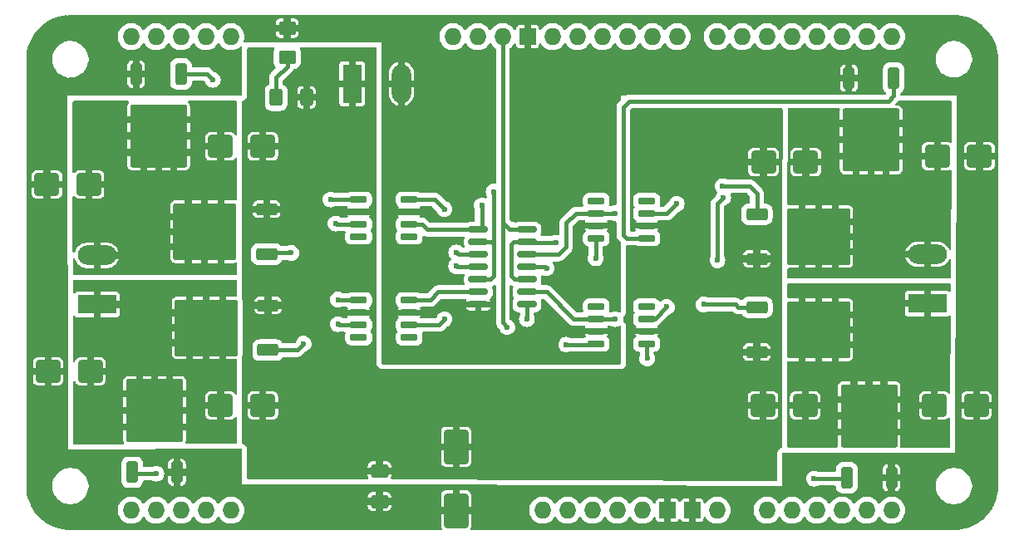
<source format=gtl>
%TF.GenerationSoftware,KiCad,Pcbnew,8.0.5*%
%TF.CreationDate,2024-09-22T23:26:16-04:00*%
%TF.ProjectId,DualHbridgeDaughterboardDesign,4475616c-4862-4726-9964-676544617567,rev?*%
%TF.SameCoordinates,Original*%
%TF.FileFunction,Copper,L1,Top*%
%TF.FilePolarity,Positive*%
%FSLAX46Y46*%
G04 Gerber Fmt 4.6, Leading zero omitted, Abs format (unit mm)*
G04 Created by KiCad (PCBNEW 8.0.5) date 2024-09-22 23:26:16*
%MOMM*%
%LPD*%
G01*
G04 APERTURE LIST*
G04 Aperture macros list*
%AMRoundRect*
0 Rectangle with rounded corners*
0 $1 Rounding radius*
0 $2 $3 $4 $5 $6 $7 $8 $9 X,Y pos of 4 corners*
0 Add a 4 corners polygon primitive as box body*
4,1,4,$2,$3,$4,$5,$6,$7,$8,$9,$2,$3,0*
0 Add four circle primitives for the rounded corners*
1,1,$1+$1,$2,$3*
1,1,$1+$1,$4,$5*
1,1,$1+$1,$6,$7*
1,1,$1+$1,$8,$9*
0 Add four rect primitives between the rounded corners*
20,1,$1+$1,$2,$3,$4,$5,0*
20,1,$1+$1,$4,$5,$6,$7,0*
20,1,$1+$1,$6,$7,$8,$9,0*
20,1,$1+$1,$8,$9,$2,$3,0*%
G04 Aperture macros list end*
%TA.AperFunction,SMDPad,CuDef*%
%ADD10RoundRect,0.250000X1.000000X0.900000X-1.000000X0.900000X-1.000000X-0.900000X1.000000X-0.900000X0*%
%TD*%
%TA.AperFunction,SMDPad,CuDef*%
%ADD11RoundRect,0.250000X-1.000000X-0.900000X1.000000X-0.900000X1.000000X0.900000X-1.000000X0.900000X0*%
%TD*%
%TA.AperFunction,SMDPad,CuDef*%
%ADD12RoundRect,0.250001X-0.624999X0.462499X-0.624999X-0.462499X0.624999X-0.462499X0.624999X0.462499X0*%
%TD*%
%TA.AperFunction,ComponentPad*%
%ADD13R,3.960000X1.980000*%
%TD*%
%TA.AperFunction,ComponentPad*%
%ADD14O,3.960000X1.980000*%
%TD*%
%TA.AperFunction,SMDPad,CuDef*%
%ADD15RoundRect,0.250000X0.850000X0.350000X-0.850000X0.350000X-0.850000X-0.350000X0.850000X-0.350000X0*%
%TD*%
%TA.AperFunction,SMDPad,CuDef*%
%ADD16RoundRect,0.250000X1.275000X1.125000X-1.275000X1.125000X-1.275000X-1.125000X1.275000X-1.125000X0*%
%TD*%
%TA.AperFunction,SMDPad,CuDef*%
%ADD17RoundRect,0.249997X2.950003X2.650003X-2.950003X2.650003X-2.950003X-2.650003X2.950003X-2.650003X0*%
%TD*%
%TA.AperFunction,SMDPad,CuDef*%
%ADD18RoundRect,0.250000X0.350000X-0.850000X0.350000X0.850000X-0.350000X0.850000X-0.350000X-0.850000X0*%
%TD*%
%TA.AperFunction,SMDPad,CuDef*%
%ADD19RoundRect,0.250000X1.125000X-1.275000X1.125000X1.275000X-1.125000X1.275000X-1.125000X-1.275000X0*%
%TD*%
%TA.AperFunction,SMDPad,CuDef*%
%ADD20RoundRect,0.249997X2.650003X-2.950003X2.650003X2.950003X-2.650003X2.950003X-2.650003X-2.950003X0*%
%TD*%
%TA.AperFunction,SMDPad,CuDef*%
%ADD21RoundRect,0.150000X-0.725000X-0.150000X0.725000X-0.150000X0.725000X0.150000X-0.725000X0.150000X0*%
%TD*%
%TA.AperFunction,SMDPad,CuDef*%
%ADD22RoundRect,0.250000X0.400000X0.625000X-0.400000X0.625000X-0.400000X-0.625000X0.400000X-0.625000X0*%
%TD*%
%TA.AperFunction,SMDPad,CuDef*%
%ADD23RoundRect,0.150000X0.725000X0.150000X-0.725000X0.150000X-0.725000X-0.150000X0.725000X-0.150000X0*%
%TD*%
%TA.AperFunction,SMDPad,CuDef*%
%ADD24RoundRect,0.250000X-0.850000X-0.350000X0.850000X-0.350000X0.850000X0.350000X-0.850000X0.350000X0*%
%TD*%
%TA.AperFunction,SMDPad,CuDef*%
%ADD25RoundRect,0.250000X-1.275000X-1.125000X1.275000X-1.125000X1.275000X1.125000X-1.275000X1.125000X0*%
%TD*%
%TA.AperFunction,SMDPad,CuDef*%
%ADD26RoundRect,0.249997X-2.950003X-2.650003X2.950003X-2.650003X2.950003X2.650003X-2.950003X2.650003X0*%
%TD*%
%TA.AperFunction,SMDPad,CuDef*%
%ADD27RoundRect,0.150000X-0.825000X-0.150000X0.825000X-0.150000X0.825000X0.150000X-0.825000X0.150000X0*%
%TD*%
%TA.AperFunction,SMDPad,CuDef*%
%ADD28RoundRect,0.250000X-1.000000X1.500000X-1.000000X-1.500000X1.000000X-1.500000X1.000000X1.500000X0*%
%TD*%
%TA.AperFunction,ComponentPad*%
%ADD29R,1.980000X3.960000*%
%TD*%
%TA.AperFunction,ComponentPad*%
%ADD30O,1.980000X3.960000*%
%TD*%
%TA.AperFunction,SMDPad,CuDef*%
%ADD31RoundRect,0.250000X-0.350000X0.850000X-0.350000X-0.850000X0.350000X-0.850000X0.350000X0.850000X0*%
%TD*%
%TA.AperFunction,SMDPad,CuDef*%
%ADD32RoundRect,0.250000X-1.125000X1.275000X-1.125000X-1.275000X1.125000X-1.275000X1.125000X1.275000X0*%
%TD*%
%TA.AperFunction,SMDPad,CuDef*%
%ADD33RoundRect,0.249997X-2.650003X2.950003X-2.650003X-2.950003X2.650003X-2.950003X2.650003X2.950003X0*%
%TD*%
%TA.AperFunction,SMDPad,CuDef*%
%ADD34RoundRect,0.250000X-0.650000X0.412500X-0.650000X-0.412500X0.650000X-0.412500X0.650000X0.412500X0*%
%TD*%
%TA.AperFunction,ComponentPad*%
%ADD35O,1.727200X1.727200*%
%TD*%
%TA.AperFunction,ComponentPad*%
%ADD36R,1.727200X1.727200*%
%TD*%
%TA.AperFunction,ViaPad*%
%ADD37C,0.600000*%
%TD*%
%TA.AperFunction,Conductor*%
%ADD38C,0.381000*%
%TD*%
G04 APERTURE END LIST*
D10*
%TO.P,D4,1,K*%
%TO.N,/POWB*%
X80527500Y-108327500D03*
%TO.P,D4,2,A*%
%TO.N,GND*%
X76227500Y-108327500D03*
%TD*%
D11*
%TO.P,D7,1,K*%
%TO.N,Vdrive*%
X149050000Y-111800000D03*
%TO.P,D7,2,A*%
%TO.N,/POWD*%
X153350000Y-111800000D03*
%TD*%
D10*
%TO.P,D3,1,K*%
%TO.N,Vdrive*%
X98100000Y-111800000D03*
%TO.P,D3,2,A*%
%TO.N,/POWB*%
X93800000Y-111800000D03*
%TD*%
D12*
%TO.P,D9,1,K*%
%TO.N,GND*%
X100577500Y-73335000D03*
%TO.P,D9,2,A*%
%TO.N,Net-(D9-A)*%
X100577500Y-76310000D03*
%TD*%
D13*
%TO.P,J1,1,Pin_1*%
%TO.N,/POWB*%
X81200000Y-101500000D03*
D14*
%TO.P,J1,2,Pin_2*%
%TO.N,/POWA*%
X81200000Y-96500000D03*
%TD*%
D15*
%TO.P,Q2,1,G*%
%TO.N,Net-(Q2-G)*%
X98625000Y-106155000D03*
D16*
%TO.P,Q2,2,D*%
%TO.N,/POWB*%
X94000000Y-105400000D03*
X94000000Y-102350000D03*
D17*
X92325000Y-103875000D03*
D16*
X90650000Y-105400000D03*
X90650000Y-102350000D03*
D15*
%TO.P,Q2,3,S*%
%TO.N,Vdrive*%
X98625000Y-101595000D03*
%TD*%
D18*
%TO.P,Q8,1,G*%
%TO.N,Net-(Q8-G)*%
X157570000Y-119150000D03*
D19*
%TO.P,Q8,2,D*%
%TO.N,/POWD*%
X158325000Y-114525000D03*
X161375000Y-114525000D03*
D20*
X159850000Y-112850000D03*
D19*
X158325000Y-111175000D03*
X161375000Y-111175000D03*
D18*
%TO.P,Q8,3,S*%
%TO.N,GND*%
X162130000Y-119150000D03*
%TD*%
D15*
%TO.P,Q1,1,G*%
%TO.N,Net-(Q1-G)*%
X98482500Y-96355000D03*
D16*
%TO.P,Q1,2,D*%
%TO.N,/POWA*%
X93857500Y-95600000D03*
X93857500Y-92550000D03*
D17*
X92182500Y-94075000D03*
D16*
X90507500Y-95600000D03*
X90507500Y-92550000D03*
D15*
%TO.P,Q1,3,S*%
%TO.N,Vdrive*%
X98482500Y-91795000D03*
%TD*%
D21*
%TO.P,U5,1,NC*%
%TO.N,unconnected-(U5-NC-Pad1)*%
X132050000Y-90940000D03*
%TO.P,U5,2,IN_A*%
%TO.N,INB0*%
X132050000Y-92210000D03*
%TO.P,U5,3,GND*%
%TO.N,GND*%
X132050000Y-93480000D03*
%TO.P,U5,4,IN_B*%
%TO.N,Net-(U5-IN_B)*%
X132050000Y-94750000D03*
%TO.P,U5,5,OUT_B*%
%TO.N,Net-(Q6-G)*%
X137200000Y-94750000D03*
%TO.P,U5,6,V+*%
%TO.N,Vdrive*%
X137200000Y-93480000D03*
%TO.P,U5,7,OUT_A*%
%TO.N,Net-(Q5-G)*%
X137200000Y-92210000D03*
%TO.P,U5,8,NC*%
%TO.N,unconnected-(U5-NC-Pad8)*%
X137200000Y-90940000D03*
%TD*%
D22*
%TO.P,R1,1*%
%TO.N,Vdrive*%
X102550000Y-80400000D03*
%TO.P,R1,2*%
%TO.N,Net-(D9-A)*%
X99450000Y-80400000D03*
%TD*%
D23*
%TO.P,U1,1,NC*%
%TO.N,unconnected-(U1-NC-Pad1)*%
X113000000Y-94600000D03*
%TO.P,U1,2,IN_A*%
%TO.N,INA0*%
X113000000Y-93330000D03*
%TO.P,U1,3,GND*%
%TO.N,GND*%
X113000000Y-92060000D03*
%TO.P,U1,4,IN_B*%
%TO.N,Net-(U1-IN_B)*%
X113000000Y-90790000D03*
%TO.P,U1,5,OUT_B*%
%TO.N,Net-(Q3-G)*%
X107850000Y-90790000D03*
%TO.P,U1,6,V+*%
%TO.N,Vdrive*%
X107850000Y-92060000D03*
%TO.P,U1,7,OUT_A*%
%TO.N,Net-(Q1-G)*%
X107850000Y-93330000D03*
%TO.P,U1,8,NC*%
%TO.N,unconnected-(U1-NC-Pad8)*%
X107850000Y-94600000D03*
%TD*%
D24*
%TO.P,Q7,1,G*%
%TO.N,Net-(Q7-G)*%
X148425000Y-101795000D03*
D25*
%TO.P,Q7,2,D*%
%TO.N,/POWD*%
X153050000Y-102550000D03*
X153050000Y-105600000D03*
D26*
X154725000Y-104075000D03*
D25*
X156400000Y-102550000D03*
X156400000Y-105600000D03*
D24*
%TO.P,Q7,3,S*%
%TO.N,Vdrive*%
X148425000Y-106355000D03*
%TD*%
D11*
%TO.P,D6,1,K*%
%TO.N,/POWC*%
X166800000Y-86400000D03*
%TO.P,D6,2,A*%
%TO.N,GND*%
X171100000Y-86400000D03*
%TD*%
D10*
%TO.P,D1,1,K*%
%TO.N,Vdrive*%
X98100000Y-85400000D03*
%TO.P,D1,2,A*%
%TO.N,/POWA*%
X93800000Y-85400000D03*
%TD*%
D27*
%TO.P,U3,1*%
%TO.N,INA0*%
X120050000Y-93880000D03*
%TO.P,U3,2*%
%TO.N,ENA*%
X120050000Y-95150000D03*
%TO.P,U3,3*%
%TO.N,Net-(U1-IN_B)*%
X120050000Y-96420000D03*
%TO.P,U3,4*%
%TO.N,INA1*%
X120050000Y-97690000D03*
%TO.P,U3,5*%
%TO.N,ENA*%
X120050000Y-98960000D03*
%TO.P,U3,6*%
%TO.N,Net-(U2-IN_B)*%
X120050000Y-100230000D03*
%TO.P,U3,7,GND*%
%TO.N,GND*%
X120050000Y-101500000D03*
%TO.P,U3,8*%
%TO.N,Net-(U6-IN_B)*%
X125000000Y-101500000D03*
%TO.P,U3,9*%
%TO.N,INB1*%
X125000000Y-100230000D03*
%TO.P,U3,10*%
%TO.N,ENB*%
X125000000Y-98960000D03*
%TO.P,U3,11*%
%TO.N,Net-(U5-IN_B)*%
X125000000Y-97690000D03*
%TO.P,U3,12*%
%TO.N,INB0*%
X125000000Y-96420000D03*
%TO.P,U3,13*%
%TO.N,ENB*%
X125000000Y-95150000D03*
%TO.P,U3,14,VCC*%
%TO.N,+3V3*%
X125000000Y-93880000D03*
%TD*%
D10*
%TO.P,D2,1,K*%
%TO.N,/POWA*%
X80400000Y-89272500D03*
%TO.P,D2,2,A*%
%TO.N,GND*%
X76100000Y-89272500D03*
%TD*%
D13*
%TO.P,J2,1,Pin_1*%
%TO.N,/POWD*%
X165800000Y-101400000D03*
D14*
%TO.P,J2,2,Pin_2*%
%TO.N,/POWC*%
X165800000Y-96400000D03*
%TD*%
D18*
%TO.P,Q4,1,G*%
%TO.N,Net-(Q4-G)*%
X84795000Y-118600000D03*
D19*
%TO.P,Q4,2,D*%
%TO.N,/POWB*%
X85550000Y-113975000D03*
X88600000Y-113975000D03*
D20*
X87075000Y-112300000D03*
D19*
X85550000Y-110625000D03*
X88600000Y-110625000D03*
D18*
%TO.P,Q4,3,S*%
%TO.N,GND*%
X89355000Y-118600000D03*
%TD*%
D28*
%TO.P,C1,1*%
%TO.N,Vdrive*%
X117800000Y-116000000D03*
%TO.P,C1,2*%
%TO.N,GND*%
X117800000Y-122500000D03*
%TD*%
D11*
%TO.P,D5,1,K*%
%TO.N,Vdrive*%
X149100000Y-87000000D03*
%TO.P,D5,2,A*%
%TO.N,/POWC*%
X153400000Y-87000000D03*
%TD*%
D29*
%TO.P,J4,1,Pin_1*%
%TO.N,Vdrive*%
X107200000Y-79000000D03*
D30*
%TO.P,J4,2,Pin_2*%
%TO.N,GND*%
X112200000Y-79000000D03*
%TD*%
D31*
%TO.P,Q6,1,G*%
%TO.N,Net-(Q6-G)*%
X162355000Y-78425000D03*
D32*
%TO.P,Q6,2,D*%
%TO.N,/POWC*%
X161600000Y-83050000D03*
X158550000Y-83050000D03*
D33*
X160075000Y-84725000D03*
D32*
X161600000Y-86400000D03*
X158550000Y-86400000D03*
D31*
%TO.P,Q6,3,S*%
%TO.N,GND*%
X157795000Y-78425000D03*
%TD*%
%TO.P,Q3,1,G*%
%TO.N,Net-(Q3-G)*%
X89755000Y-78025000D03*
D32*
%TO.P,Q3,2,D*%
%TO.N,/POWA*%
X89000000Y-82650000D03*
X85950000Y-82650000D03*
D33*
X87475000Y-84325000D03*
D32*
X89000000Y-86000000D03*
X85950000Y-86000000D03*
D31*
%TO.P,Q3,3,S*%
%TO.N,GND*%
X85195000Y-78025000D03*
%TD*%
D23*
%TO.P,U2,1,NC*%
%TO.N,unconnected-(U2-NC-Pad1)*%
X113000000Y-104870000D03*
%TO.P,U2,2,IN_A*%
%TO.N,INA1*%
X113000000Y-103600000D03*
%TO.P,U2,3,GND*%
%TO.N,GND*%
X113000000Y-102330000D03*
%TO.P,U2,4,IN_B*%
%TO.N,Net-(U2-IN_B)*%
X113000000Y-101060000D03*
%TO.P,U2,5,OUT_B*%
%TO.N,Net-(Q4-G)*%
X107850000Y-101060000D03*
%TO.P,U2,6,V+*%
%TO.N,Vdrive*%
X107850000Y-102330000D03*
%TO.P,U2,7,OUT_A*%
%TO.N,Net-(Q2-G)*%
X107850000Y-103600000D03*
%TO.P,U2,8,NC*%
%TO.N,unconnected-(U2-NC-Pad8)*%
X107850000Y-104870000D03*
%TD*%
D34*
%TO.P,C2,1*%
%TO.N,Vdrive*%
X109982000Y-118452500D03*
%TO.P,C2,2*%
%TO.N,GND*%
X109982000Y-121577500D03*
%TD*%
D11*
%TO.P,D8,1,K*%
%TO.N,/POWD*%
X166500000Y-111800000D03*
%TO.P,D8,2,A*%
%TO.N,GND*%
X170800000Y-111800000D03*
%TD*%
D21*
%TO.P,U6,1,NC*%
%TO.N,unconnected-(U6-NC-Pad1)*%
X132050000Y-101690000D03*
%TO.P,U6,2,IN_A*%
%TO.N,INB1*%
X132050000Y-102960000D03*
%TO.P,U6,3,GND*%
%TO.N,GND*%
X132050000Y-104230000D03*
%TO.P,U6,4,IN_B*%
%TO.N,Net-(U6-IN_B)*%
X132050000Y-105500000D03*
%TO.P,U6,5,OUT_B*%
%TO.N,Net-(Q8-G)*%
X137200000Y-105500000D03*
%TO.P,U6,6,V+*%
%TO.N,Vdrive*%
X137200000Y-104230000D03*
%TO.P,U6,7,OUT_A*%
%TO.N,Net-(Q7-G)*%
X137200000Y-102960000D03*
%TO.P,U6,8,NC*%
%TO.N,unconnected-(U6-NC-Pad8)*%
X137200000Y-101690000D03*
%TD*%
D24*
%TO.P,Q5,1,G*%
%TO.N,Net-(Q5-G)*%
X148425000Y-92295000D03*
D25*
%TO.P,Q5,2,D*%
%TO.N,/POWC*%
X153050000Y-93050000D03*
X153050000Y-96100000D03*
D26*
X154725000Y-94575000D03*
D25*
X156400000Y-93050000D03*
X156400000Y-96100000D03*
D24*
%TO.P,Q5,3,S*%
%TO.N,Vdrive*%
X148425000Y-96855000D03*
%TD*%
D35*
%TO.P,J3,0,GP0*%
%TO.N,unconnected-(J3-GP0-Pad0)*%
X84680000Y-122460000D03*
%TO.P,J3,1,GP1*%
%TO.N,unconnected-(J3-GP1-Pad1)*%
X162150000Y-122460000D03*
%TO.P,J3,2,GP2*%
%TO.N,ENB*%
X157070000Y-74200000D03*
%TO.P,J3,3,GP3*%
%TO.N,INB0*%
X154530000Y-74200000D03*
%TO.P,J3,4,GP4*%
%TO.N,INB1*%
X151990000Y-74200000D03*
%TO.P,J3,5,GP5*%
%TO.N,ENA*%
X149450000Y-74200000D03*
%TO.P,J3,6,GP6*%
%TO.N,INA0*%
X146910000Y-74200000D03*
%TO.P,J3,7,GP7*%
%TO.N,INA1*%
X144370000Y-74200000D03*
%TO.P,J3,8,GP8*%
%TO.N,unconnected-(J3-GP8-Pad8)*%
X140306000Y-74200000D03*
%TO.P,J3,9,GP9*%
%TO.N,unconnected-(J3-GP9-Pad9)*%
X137766000Y-74200000D03*
%TO.P,J3,10,GP10*%
%TO.N,unconnected-(J3-GP10-Pad10)*%
X135226000Y-74200000D03*
%TO.P,J3,11,GP11*%
%TO.N,unconnected-(J3-GP11-Pad11)*%
X132686000Y-74200000D03*
%TO.P,J3,12,GP12*%
%TO.N,unconnected-(J3-GP12-Pad12)*%
X130146000Y-74200000D03*
%TO.P,J3,13,GP13*%
%TO.N,unconnected-(J3-GP13-Pad13)*%
X127606000Y-74200000D03*
%TO.P,J3,14,GP14*%
%TO.N,unconnected-(J3-GP14-Pad14)*%
X149450000Y-122460000D03*
%TO.P,J3,15,GP15*%
%TO.N,unconnected-(J3-GP15-Pad15)*%
X151990000Y-122460000D03*
%TO.P,J3,16,GP16*%
%TO.N,unconnected-(J3-GP16-Pad16)*%
X154530000Y-122460000D03*
%TO.P,J3,17,GP17*%
%TO.N,unconnected-(J3-GP17-Pad17)*%
X157070000Y-122460000D03*
%TO.P,J3,18,GP18*%
%TO.N,unconnected-(J3-GP18-Pad18)*%
X159610000Y-122460000D03*
%TO.P,J3,21,GP21*%
%TO.N,unconnected-(J3-GP21-Pad21)*%
X92300000Y-74200000D03*
%TO.P,J3,22,VIN*%
%TO.N,unconnected-(J3-VIN-Pad22)*%
X144370000Y-122460000D03*
D36*
%TO.P,J3,23,GND*%
%TO.N,GND*%
X141830000Y-122460000D03*
%TO.P,J3,24,GND*%
X139290000Y-122460000D03*
D35*
%TO.P,J3,25,+5V*%
%TO.N,unconnected-(J3-+5V-Pad25)*%
X136750000Y-122460000D03*
%TO.P,J3,26,+3V3*%
%TO.N,+3V3*%
X134210000Y-122460000D03*
%TO.P,J3,27,~{RST}*%
%TO.N,unconnected-(J3-~{RST}-Pad27)*%
X131670000Y-122460000D03*
%TO.P,J3,28,IOREF*%
%TO.N,unconnected-(J3-IOREF-Pad28)*%
X129130000Y-122460000D03*
%TO.P,J3,29,NC*%
%TO.N,unconnected-(J3-NC-Pad29)*%
X126590000Y-122460000D03*
D36*
%TO.P,J3,30,GND*%
%TO.N,GND*%
X125066000Y-74200000D03*
D35*
%TO.P,J3,32,+3V3*%
%TO.N,+3V3*%
X122526000Y-74200000D03*
%TO.P,J3,35,GP35*%
%TO.N,unconnected-(J3-GP35-Pad35)*%
X94840000Y-122460000D03*
%TO.P,J3,36,GP36*%
%TO.N,unconnected-(J3-GP36-Pad36)*%
X92300000Y-122460000D03*
%TO.P,J3,37,GP37*%
%TO.N,unconnected-(J3-GP37-Pad37)*%
X89760000Y-122460000D03*
%TO.P,J3,38,GP38*%
%TO.N,unconnected-(J3-GP38-Pad38)*%
X87220000Y-122460000D03*
%TO.P,J3,39,GP39*%
%TO.N,unconnected-(J3-GP39-Pad39)*%
X87220000Y-74200000D03*
%TO.P,J3,40,TX_GP40*%
%TO.N,unconnected-(J3-TX_GP40-Pad40)*%
X162150000Y-74200000D03*
%TO.P,J3,41,RX_GP41*%
%TO.N,unconnected-(J3-RX_GP41-Pad41)*%
X159610000Y-74200000D03*
%TO.P,J3,42,GP42*%
%TO.N,unconnected-(J3-GP42-Pad42)*%
X84680000Y-74200000D03*
%TO.P,J3,45,GP45*%
%TO.N,unconnected-(J3-GP45-Pad45)*%
X89760000Y-74200000D03*
%TO.P,J3,46,GP46*%
%TO.N,unconnected-(J3-GP46-Pad46)*%
X94840000Y-74200000D03*
%TO.P,J3,47,SDA_GP47*%
%TO.N,unconnected-(J3-SDA_GP47-Pad47)*%
X119986000Y-74200000D03*
%TO.P,J3,48,SCL_GP48*%
%TO.N,unconnected-(J3-SCL_GP48-Pad48)*%
X117446000Y-74200000D03*
%TD*%
D37*
%TO.N,GND*%
X133000000Y-99500000D03*
X130000000Y-77600000D03*
X111400000Y-81600000D03*
X77200000Y-82400000D03*
X117500000Y-80000000D03*
X120904000Y-120650000D03*
X113800000Y-81600000D03*
X155600000Y-117800000D03*
X172500000Y-95000000D03*
X108600000Y-72600000D03*
X170000000Y-90000000D03*
X126500000Y-91500000D03*
X97500000Y-72500000D03*
X172500000Y-100000000D03*
X77400000Y-97600000D03*
X172400000Y-108600000D03*
X142500000Y-77500000D03*
X77000000Y-92600000D03*
X103200000Y-72600000D03*
X121000000Y-105500000D03*
X112500000Y-99500000D03*
X172500000Y-117500000D03*
X172500000Y-90000000D03*
X110000000Y-123500000D03*
X116000000Y-105500000D03*
X75000000Y-102500000D03*
X77400000Y-100000000D03*
X100000000Y-121000000D03*
X95000000Y-120000000D03*
X164200000Y-79400000D03*
X172500000Y-97500000D03*
X170000000Y-100000000D03*
X123698000Y-122428000D03*
X129500000Y-99500000D03*
X128500000Y-91500000D03*
X125000000Y-82400000D03*
X102500000Y-121000000D03*
X132500000Y-77500000D03*
X170000000Y-108600000D03*
X121000000Y-122400000D03*
X130000000Y-82600000D03*
X97500000Y-122500000D03*
X170000000Y-115000000D03*
X111200000Y-72600000D03*
X92500000Y-120000000D03*
X75000000Y-95000000D03*
X172500000Y-115000000D03*
X117500000Y-82500000D03*
X77200000Y-80800000D03*
X120000000Y-80000000D03*
X97500000Y-121000000D03*
X132500000Y-82500000D03*
X170000000Y-97500000D03*
X135000000Y-77600000D03*
X83000000Y-76400000D03*
X120000000Y-82500000D03*
X123698000Y-120650000D03*
X107000000Y-121000000D03*
X115000000Y-99500000D03*
X112500000Y-97000000D03*
X172500000Y-92500000D03*
X165000000Y-72500000D03*
X170000000Y-92500000D03*
X120000000Y-77500000D03*
X82500000Y-122500000D03*
X102500000Y-122500000D03*
X113800000Y-88800000D03*
X114808000Y-122500000D03*
X146400000Y-121000000D03*
X75000000Y-115000000D03*
X77000000Y-85000000D03*
X115000000Y-97000000D03*
X121000000Y-103500000D03*
X75000000Y-80200000D03*
X172500000Y-82500000D03*
X105000000Y-121000000D03*
X170000000Y-80800000D03*
X82500000Y-72500000D03*
X124500000Y-91500000D03*
X172400000Y-106200000D03*
X77400000Y-95000000D03*
X125000000Y-80000000D03*
X82500000Y-117500000D03*
X113800000Y-86200000D03*
X127400000Y-85000000D03*
X75000000Y-85000000D03*
X118500000Y-103500000D03*
X117500000Y-87500000D03*
X164200000Y-117500000D03*
X147200000Y-123400000D03*
X132600000Y-80200000D03*
X117500000Y-77500000D03*
X93600000Y-76000000D03*
X172500000Y-79200000D03*
X118500000Y-105500000D03*
X127500000Y-77500000D03*
X75000000Y-112500000D03*
X164200000Y-123200000D03*
X75000000Y-92500000D03*
X77000000Y-115000000D03*
X160600000Y-76000000D03*
X164200000Y-120000000D03*
X128000000Y-103000000D03*
X131500000Y-99500000D03*
X117500000Y-85000000D03*
X83000000Y-79200000D03*
X112268000Y-120904000D03*
X114808000Y-120904000D03*
X100000000Y-122500000D03*
X170000000Y-102500000D03*
X125000000Y-85000000D03*
X170000000Y-95000000D03*
X127500000Y-82500000D03*
X132500000Y-85000000D03*
X140000000Y-77600000D03*
X91600000Y-117200000D03*
X130000000Y-85000000D03*
X111400000Y-83600000D03*
X75000000Y-82500000D03*
X170000000Y-82500000D03*
X120000000Y-85000000D03*
X113800000Y-72600000D03*
X111400000Y-88800000D03*
X112268000Y-122428000D03*
X127400000Y-80000000D03*
X153000000Y-117600000D03*
X106200000Y-72600000D03*
X113800000Y-83600000D03*
X95000000Y-117500000D03*
X137500000Y-77500000D03*
X133500000Y-97000000D03*
X105000000Y-122500000D03*
X172500000Y-102500000D03*
X170000000Y-106200000D03*
X130000000Y-80000000D03*
X77000000Y-112600000D03*
X75000000Y-78800000D03*
X75000000Y-100000000D03*
X111400000Y-86200000D03*
X75000000Y-97500000D03*
X107000000Y-122500000D03*
X77250000Y-103500000D03*
X163800000Y-76000000D03*
X113800000Y-74600000D03*
%TO.N,INA0*%
X120400000Y-91400000D03*
%TO.N,INB1*%
X144400000Y-97000000D03*
X145000000Y-90600000D03*
X134000000Y-103000000D03*
%TO.N,ENB*%
X128000000Y-95200000D03*
%TO.N,INA1*%
X117800000Y-97600000D03*
X116600000Y-103000000D03*
%TO.N,ENA*%
X121600000Y-90000000D03*
%TO.N,+3V3*%
X123000000Y-103800000D03*
%TO.N,INB0*%
X134000000Y-92200000D03*
%TO.N,Net-(Q1-G)*%
X105500000Y-93250000D03*
X101000000Y-96250000D03*
%TO.N,Net-(Q2-G)*%
X102250000Y-105500000D03*
X105750000Y-103500000D03*
%TO.N,Net-(Q3-G)*%
X93000000Y-78600000D03*
X105000000Y-90800000D03*
%TO.N,Net-(Q4-G)*%
X105750000Y-101000000D03*
X87250000Y-118750000D03*
%TO.N,Net-(Q5-G)*%
X144938258Y-89438258D03*
X140250000Y-91250000D03*
%TO.N,Net-(Q7-G)*%
X143000000Y-101500000D03*
X139250000Y-101750000D03*
%TO.N,Net-(Q8-G)*%
X137250000Y-107000000D03*
X154250000Y-119250000D03*
%TO.N,Net-(U1-IN_B)*%
X117800000Y-96200000D03*
X116600000Y-91800000D03*
%TO.N,Net-(U5-IN_B)*%
X132000000Y-96800000D03*
X127000000Y-97800000D03*
%TO.N,Net-(U6-IN_B)*%
X129000000Y-105600000D03*
X125000000Y-103000000D03*
%TD*%
D38*
%TO.N,INA0*%
X114880000Y-93880000D02*
X114330000Y-93330000D01*
X120400000Y-93530000D02*
X120050000Y-93880000D01*
X120400000Y-91400000D02*
X120400000Y-93530000D01*
X114330000Y-93330000D02*
X113000000Y-93330000D01*
X120050000Y-93880000D02*
X114880000Y-93880000D01*
%TO.N,INB1*%
X144400000Y-91200000D02*
X144400000Y-97000000D01*
X132090000Y-103000000D02*
X132050000Y-102960000D01*
X132050000Y-102960000D02*
X129760000Y-102960000D01*
X134000000Y-103000000D02*
X132090000Y-103000000D01*
X127030000Y-100230000D02*
X125000000Y-100230000D01*
X129760000Y-102960000D02*
X127030000Y-100230000D01*
X145000000Y-90600000D02*
X144400000Y-91200000D01*
%TO.N,ENB*%
X123650000Y-95150000D02*
X123400000Y-95400000D01*
X123400000Y-95400000D02*
X123400000Y-98600000D01*
X125000000Y-95150000D02*
X123650000Y-95150000D01*
X125050000Y-95200000D02*
X125000000Y-95150000D01*
X123400000Y-98600000D02*
X123760000Y-98960000D01*
X123760000Y-98960000D02*
X125000000Y-98960000D01*
X128000000Y-95200000D02*
X125050000Y-95200000D01*
%TO.N,INA1*%
X116000000Y-103600000D02*
X113000000Y-103600000D01*
X120050000Y-97690000D02*
X117890000Y-97690000D01*
X116600000Y-103000000D02*
X116000000Y-103600000D01*
X117890000Y-97690000D02*
X117800000Y-97600000D01*
%TO.N,ENA*%
X121600000Y-98600000D02*
X121240000Y-98960000D01*
X120050000Y-95150000D02*
X121350000Y-95150000D01*
X121600000Y-90000000D02*
X121600000Y-95400000D01*
X121240000Y-98960000D02*
X120050000Y-98960000D01*
X121600000Y-95400000D02*
X121600000Y-98600000D01*
X121350000Y-95150000D02*
X121600000Y-95400000D01*
%TO.N,+3V3*%
X123600000Y-93800000D02*
X123680000Y-93880000D01*
X122526000Y-93126000D02*
X122526000Y-103326000D01*
X123680000Y-93880000D02*
X125000000Y-93880000D01*
X123200000Y-93800000D02*
X123600000Y-93800000D01*
X122526000Y-93126000D02*
X123200000Y-93800000D01*
X122526000Y-74200000D02*
X122526000Y-93126000D01*
X122526000Y-103326000D02*
X123000000Y-103800000D01*
%TO.N,INB0*%
X129990000Y-92210000D02*
X132050000Y-92210000D01*
X129000000Y-93200000D02*
X129990000Y-92210000D01*
X125000000Y-96420000D02*
X128180000Y-96420000D01*
X128180000Y-96420000D02*
X129000000Y-95600000D01*
X129000000Y-95600000D02*
X129000000Y-93200000D01*
X132060000Y-92200000D02*
X132050000Y-92210000D01*
X134000000Y-92200000D02*
X132060000Y-92200000D01*
%TO.N,Net-(Q1-G)*%
X101000000Y-96250000D02*
X98587500Y-96250000D01*
X98587500Y-96250000D02*
X98482500Y-96355000D01*
X107850000Y-93330000D02*
X105580000Y-93330000D01*
X105580000Y-93330000D02*
X105500000Y-93250000D01*
%TO.N,Net-(Q2-G)*%
X101595000Y-106155000D02*
X98625000Y-106155000D01*
X102250000Y-105500000D02*
X101595000Y-106155000D01*
X105850000Y-103600000D02*
X105750000Y-103500000D01*
X107850000Y-103600000D02*
X105850000Y-103600000D01*
%TO.N,Net-(Q3-G)*%
X92425000Y-78025000D02*
X93000000Y-78600000D01*
X89755000Y-78025000D02*
X92425000Y-78025000D01*
X105000000Y-90800000D02*
X107840000Y-90800000D01*
X107840000Y-90800000D02*
X107850000Y-90790000D01*
%TO.N,Net-(Q4-G)*%
X87250000Y-118750000D02*
X84945000Y-118750000D01*
X107850000Y-101060000D02*
X105810000Y-101060000D01*
X105810000Y-101060000D02*
X105750000Y-101000000D01*
X84945000Y-118750000D02*
X84795000Y-118600000D01*
%TO.N,Net-(Q5-G)*%
X138750000Y-92250000D02*
X138710000Y-92210000D01*
X148425000Y-90175000D02*
X147688258Y-89438258D01*
X147688258Y-89438258D02*
X144938258Y-89438258D01*
X138710000Y-92210000D02*
X137200000Y-92210000D01*
X140250000Y-91250000D02*
X139250000Y-92250000D01*
X148425000Y-92295000D02*
X148425000Y-90175000D01*
X139250000Y-92250000D02*
X138750000Y-92250000D01*
%TO.N,Net-(Q6-G)*%
X135150000Y-94750000D02*
X134800000Y-94400000D01*
X134800000Y-81400000D02*
X135400000Y-80800000D01*
X161800000Y-80800000D02*
X162355000Y-80245000D01*
X134800000Y-94400000D02*
X134800000Y-81400000D01*
X135400000Y-80800000D02*
X161800000Y-80800000D01*
X137200000Y-94750000D02*
X135150000Y-94750000D01*
X162355000Y-80245000D02*
X162355000Y-78425000D01*
%TO.N,Net-(Q7-G)*%
X143000000Y-101500000D02*
X146250000Y-101500000D01*
X137200000Y-102960000D02*
X138040000Y-102960000D01*
X138040000Y-102960000D02*
X139250000Y-101750000D01*
X146545000Y-101795000D02*
X148425000Y-101795000D01*
X146250000Y-101500000D02*
X146545000Y-101795000D01*
%TO.N,Net-(Q8-G)*%
X137200000Y-105500000D02*
X137200000Y-106950000D01*
X154250000Y-119250000D02*
X157470000Y-119250000D01*
X137200000Y-106950000D02*
X137250000Y-107000000D01*
X157470000Y-119250000D02*
X157570000Y-119150000D01*
%TO.N,Net-(U1-IN_B)*%
X118020000Y-96420000D02*
X117800000Y-96200000D01*
X120050000Y-96420000D02*
X118020000Y-96420000D01*
X115590000Y-90790000D02*
X113000000Y-90790000D01*
X116600000Y-91800000D02*
X115590000Y-90790000D01*
%TO.N,Net-(U2-IN_B)*%
X115970000Y-100230000D02*
X115140000Y-101060000D01*
X120050000Y-100230000D02*
X115970000Y-100230000D01*
X115140000Y-101060000D02*
X113000000Y-101060000D01*
%TO.N,Net-(U5-IN_B)*%
X126890000Y-97690000D02*
X127000000Y-97800000D01*
X132000000Y-96800000D02*
X132000000Y-94800000D01*
X132000000Y-94800000D02*
X132050000Y-94750000D01*
X125000000Y-97690000D02*
X126890000Y-97690000D01*
%TO.N,Net-(U6-IN_B)*%
X131950000Y-105600000D02*
X132050000Y-105500000D01*
X125000000Y-101500000D02*
X125000000Y-103000000D01*
X129000000Y-105600000D02*
X131950000Y-105600000D01*
%TO.N,Net-(D9-A)*%
X100577500Y-77222500D02*
X99450000Y-78350000D01*
X99450000Y-78350000D02*
X99450000Y-80400000D01*
X100577500Y-76310000D02*
X100577500Y-77222500D01*
%TD*%
%TA.AperFunction,Conductor*%
%TO.N,GND*%
G36*
X168502702Y-72000617D02*
G01*
X168886771Y-72017386D01*
X168897506Y-72018326D01*
X169275971Y-72068152D01*
X169286597Y-72070025D01*
X169659284Y-72152648D01*
X169669710Y-72155442D01*
X170033765Y-72270227D01*
X170043911Y-72273920D01*
X170396578Y-72420000D01*
X170406369Y-72424566D01*
X170744154Y-72600406D01*
X170744942Y-72600816D01*
X170754310Y-72606224D01*
X171076244Y-72811318D01*
X171085105Y-72817523D01*
X171387930Y-73049889D01*
X171396217Y-73056843D01*
X171677635Y-73314715D01*
X171685284Y-73322364D01*
X171943156Y-73603782D01*
X171950110Y-73612069D01*
X172182476Y-73914894D01*
X172188681Y-73923755D01*
X172393775Y-74245689D01*
X172399183Y-74255057D01*
X172575430Y-74593623D01*
X172580002Y-74603427D01*
X172726075Y-74956078D01*
X172729775Y-74966244D01*
X172844554Y-75330278D01*
X172847354Y-75340727D01*
X172929971Y-75713389D01*
X172931849Y-75724042D01*
X172981671Y-76102473D01*
X172982614Y-76113249D01*
X172999382Y-76497297D01*
X172999500Y-76502706D01*
X172999500Y-119997293D01*
X172999382Y-120002702D01*
X172982614Y-120386750D01*
X172981671Y-120397526D01*
X172931849Y-120775957D01*
X172929971Y-120786610D01*
X172847354Y-121159272D01*
X172844554Y-121169721D01*
X172729775Y-121533755D01*
X172726075Y-121543921D01*
X172580002Y-121896572D01*
X172575430Y-121906376D01*
X172399183Y-122244942D01*
X172393775Y-122254310D01*
X172188681Y-122576244D01*
X172182476Y-122585105D01*
X171950110Y-122887930D01*
X171943156Y-122896217D01*
X171685284Y-123177635D01*
X171677635Y-123185284D01*
X171396217Y-123443156D01*
X171387930Y-123450110D01*
X171085105Y-123682476D01*
X171076244Y-123688681D01*
X170754310Y-123893775D01*
X170744942Y-123899183D01*
X170406376Y-124075430D01*
X170396572Y-124080002D01*
X170043921Y-124226075D01*
X170033755Y-124229775D01*
X169669721Y-124344554D01*
X169659272Y-124347354D01*
X169286610Y-124429971D01*
X169275957Y-124431849D01*
X168897526Y-124481671D01*
X168886750Y-124482614D01*
X168502703Y-124499382D01*
X168497294Y-124499500D01*
X119361128Y-124499500D01*
X119294089Y-124479815D01*
X119248334Y-124427011D01*
X119238390Y-124357853D01*
X119262324Y-124300574D01*
X119283920Y-124272095D01*
X119339386Y-124131443D01*
X119350000Y-124043053D01*
X119350000Y-122850000D01*
X116250000Y-122850000D01*
X116250000Y-124043053D01*
X116260613Y-124131443D01*
X116316079Y-124272095D01*
X116337676Y-124300574D01*
X116362499Y-124365886D01*
X116348071Y-124434250D01*
X116298974Y-124483961D01*
X116238872Y-124499500D01*
X78502706Y-124499500D01*
X78497297Y-124499382D01*
X78113249Y-124482614D01*
X78102473Y-124481671D01*
X77724042Y-124431849D01*
X77713389Y-124429971D01*
X77340727Y-124347354D01*
X77330278Y-124344554D01*
X76966244Y-124229775D01*
X76956078Y-124226075D01*
X76603427Y-124080002D01*
X76593623Y-124075430D01*
X76255057Y-123899183D01*
X76245689Y-123893775D01*
X75923755Y-123688681D01*
X75914894Y-123682476D01*
X75612069Y-123450110D01*
X75603782Y-123443156D01*
X75322364Y-123185284D01*
X75314715Y-123177635D01*
X75056843Y-122896217D01*
X75049889Y-122887930D01*
X74817523Y-122585105D01*
X74811318Y-122576244D01*
X74737258Y-122459993D01*
X83311225Y-122459993D01*
X83311225Y-122460006D01*
X83329892Y-122685289D01*
X83385388Y-122904439D01*
X83476198Y-123111466D01*
X83599842Y-123300716D01*
X83599850Y-123300727D01*
X83752950Y-123467036D01*
X83752954Y-123467040D01*
X83931351Y-123605893D01*
X84130169Y-123713488D01*
X84130172Y-123713489D01*
X84343982Y-123786890D01*
X84343984Y-123786890D01*
X84343986Y-123786891D01*
X84566967Y-123824100D01*
X84566968Y-123824100D01*
X84793032Y-123824100D01*
X84793033Y-123824100D01*
X85016014Y-123786891D01*
X85229831Y-123713488D01*
X85428649Y-123605893D01*
X85607046Y-123467040D01*
X85716861Y-123347750D01*
X85760149Y-123300727D01*
X85760149Y-123300726D01*
X85760156Y-123300719D01*
X85846193Y-123169028D01*
X85899338Y-123123675D01*
X85968569Y-123114251D01*
X86031905Y-123143753D01*
X86053804Y-123169025D01*
X86139844Y-123300719D01*
X86139849Y-123300724D01*
X86139850Y-123300727D01*
X86292950Y-123467036D01*
X86292954Y-123467040D01*
X86471351Y-123605893D01*
X86670169Y-123713488D01*
X86670172Y-123713489D01*
X86883982Y-123786890D01*
X86883984Y-123786890D01*
X86883986Y-123786891D01*
X87106967Y-123824100D01*
X87106968Y-123824100D01*
X87333032Y-123824100D01*
X87333033Y-123824100D01*
X87556014Y-123786891D01*
X87769831Y-123713488D01*
X87968649Y-123605893D01*
X88147046Y-123467040D01*
X88256861Y-123347750D01*
X88300149Y-123300727D01*
X88300149Y-123300726D01*
X88300156Y-123300719D01*
X88386193Y-123169028D01*
X88439338Y-123123675D01*
X88508569Y-123114251D01*
X88571905Y-123143753D01*
X88593804Y-123169025D01*
X88679844Y-123300719D01*
X88679849Y-123300724D01*
X88679850Y-123300727D01*
X88832950Y-123467036D01*
X88832954Y-123467040D01*
X89011351Y-123605893D01*
X89210169Y-123713488D01*
X89210172Y-123713489D01*
X89423982Y-123786890D01*
X89423984Y-123786890D01*
X89423986Y-123786891D01*
X89646967Y-123824100D01*
X89646968Y-123824100D01*
X89873032Y-123824100D01*
X89873033Y-123824100D01*
X90096014Y-123786891D01*
X90309831Y-123713488D01*
X90508649Y-123605893D01*
X90687046Y-123467040D01*
X90796861Y-123347750D01*
X90840149Y-123300727D01*
X90840149Y-123300726D01*
X90840156Y-123300719D01*
X90926193Y-123169028D01*
X90979338Y-123123675D01*
X91048569Y-123114251D01*
X91111905Y-123143753D01*
X91133804Y-123169025D01*
X91219844Y-123300719D01*
X91219849Y-123300724D01*
X91219850Y-123300727D01*
X91372950Y-123467036D01*
X91372954Y-123467040D01*
X91551351Y-123605893D01*
X91750169Y-123713488D01*
X91750172Y-123713489D01*
X91963982Y-123786890D01*
X91963984Y-123786890D01*
X91963986Y-123786891D01*
X92186967Y-123824100D01*
X92186968Y-123824100D01*
X92413032Y-123824100D01*
X92413033Y-123824100D01*
X92636014Y-123786891D01*
X92849831Y-123713488D01*
X93048649Y-123605893D01*
X93227046Y-123467040D01*
X93336861Y-123347750D01*
X93380149Y-123300727D01*
X93380149Y-123300726D01*
X93380156Y-123300719D01*
X93466193Y-123169028D01*
X93519338Y-123123675D01*
X93588569Y-123114251D01*
X93651905Y-123143753D01*
X93673804Y-123169025D01*
X93759844Y-123300719D01*
X93759849Y-123300724D01*
X93759850Y-123300727D01*
X93912950Y-123467036D01*
X93912954Y-123467040D01*
X94091351Y-123605893D01*
X94290169Y-123713488D01*
X94290172Y-123713489D01*
X94503982Y-123786890D01*
X94503984Y-123786890D01*
X94503986Y-123786891D01*
X94726967Y-123824100D01*
X94726968Y-123824100D01*
X94953032Y-123824100D01*
X94953033Y-123824100D01*
X95176014Y-123786891D01*
X95389831Y-123713488D01*
X95588649Y-123605893D01*
X95767046Y-123467040D01*
X95876861Y-123347750D01*
X95920149Y-123300727D01*
X95920151Y-123300724D01*
X95920156Y-123300719D01*
X96043802Y-123111465D01*
X96134611Y-122904441D01*
X96190107Y-122685293D01*
X96203026Y-122529386D01*
X96208775Y-122460006D01*
X96208775Y-122459993D01*
X96195707Y-122302294D01*
X96190107Y-122234707D01*
X96139041Y-122033053D01*
X108782000Y-122033053D01*
X108792613Y-122121443D01*
X108848079Y-122262095D01*
X108939435Y-122382564D01*
X109059904Y-122473920D01*
X109200556Y-122529386D01*
X109288946Y-122540000D01*
X109632000Y-122540000D01*
X110332000Y-122540000D01*
X110675054Y-122540000D01*
X110763443Y-122529386D01*
X110904095Y-122473920D01*
X110922460Y-122459993D01*
X125221225Y-122459993D01*
X125221225Y-122460006D01*
X125239892Y-122685289D01*
X125295388Y-122904439D01*
X125386198Y-123111466D01*
X125509842Y-123300716D01*
X125509850Y-123300727D01*
X125662950Y-123467036D01*
X125662954Y-123467040D01*
X125841351Y-123605893D01*
X126040169Y-123713488D01*
X126040172Y-123713489D01*
X126253982Y-123786890D01*
X126253984Y-123786890D01*
X126253986Y-123786891D01*
X126476967Y-123824100D01*
X126476968Y-123824100D01*
X126703032Y-123824100D01*
X126703033Y-123824100D01*
X126926014Y-123786891D01*
X127139831Y-123713488D01*
X127338649Y-123605893D01*
X127517046Y-123467040D01*
X127626861Y-123347750D01*
X127670149Y-123300727D01*
X127670149Y-123300726D01*
X127670156Y-123300719D01*
X127756193Y-123169028D01*
X127809338Y-123123675D01*
X127878569Y-123114251D01*
X127941905Y-123143753D01*
X127963804Y-123169025D01*
X128049844Y-123300719D01*
X128049849Y-123300724D01*
X128049850Y-123300727D01*
X128202950Y-123467036D01*
X128202954Y-123467040D01*
X128381351Y-123605893D01*
X128580169Y-123713488D01*
X128580172Y-123713489D01*
X128793982Y-123786890D01*
X128793984Y-123786890D01*
X128793986Y-123786891D01*
X129016967Y-123824100D01*
X129016968Y-123824100D01*
X129243032Y-123824100D01*
X129243033Y-123824100D01*
X129466014Y-123786891D01*
X129679831Y-123713488D01*
X129878649Y-123605893D01*
X130057046Y-123467040D01*
X130166861Y-123347750D01*
X130210149Y-123300727D01*
X130210149Y-123300726D01*
X130210156Y-123300719D01*
X130296193Y-123169028D01*
X130349338Y-123123675D01*
X130418569Y-123114251D01*
X130481905Y-123143753D01*
X130503804Y-123169025D01*
X130589844Y-123300719D01*
X130589849Y-123300724D01*
X130589850Y-123300727D01*
X130742950Y-123467036D01*
X130742954Y-123467040D01*
X130921351Y-123605893D01*
X131120169Y-123713488D01*
X131120172Y-123713489D01*
X131333982Y-123786890D01*
X131333984Y-123786890D01*
X131333986Y-123786891D01*
X131556967Y-123824100D01*
X131556968Y-123824100D01*
X131783032Y-123824100D01*
X131783033Y-123824100D01*
X132006014Y-123786891D01*
X132219831Y-123713488D01*
X132418649Y-123605893D01*
X132597046Y-123467040D01*
X132706861Y-123347750D01*
X132750149Y-123300727D01*
X132750149Y-123300726D01*
X132750156Y-123300719D01*
X132836193Y-123169028D01*
X132889338Y-123123675D01*
X132958569Y-123114251D01*
X133021905Y-123143753D01*
X133043804Y-123169025D01*
X133129844Y-123300719D01*
X133129849Y-123300724D01*
X133129850Y-123300727D01*
X133282950Y-123467036D01*
X133282954Y-123467040D01*
X133461351Y-123605893D01*
X133660169Y-123713488D01*
X133660172Y-123713489D01*
X133873982Y-123786890D01*
X133873984Y-123786890D01*
X133873986Y-123786891D01*
X134096967Y-123824100D01*
X134096968Y-123824100D01*
X134323032Y-123824100D01*
X134323033Y-123824100D01*
X134546014Y-123786891D01*
X134759831Y-123713488D01*
X134958649Y-123605893D01*
X135137046Y-123467040D01*
X135246861Y-123347750D01*
X135290149Y-123300727D01*
X135290149Y-123300726D01*
X135290156Y-123300719D01*
X135376193Y-123169028D01*
X135429338Y-123123675D01*
X135498569Y-123114251D01*
X135561905Y-123143753D01*
X135583804Y-123169025D01*
X135669844Y-123300719D01*
X135669849Y-123300724D01*
X135669850Y-123300727D01*
X135822950Y-123467036D01*
X135822954Y-123467040D01*
X136001351Y-123605893D01*
X136200169Y-123713488D01*
X136200172Y-123713489D01*
X136413982Y-123786890D01*
X136413984Y-123786890D01*
X136413986Y-123786891D01*
X136636967Y-123824100D01*
X136636968Y-123824100D01*
X136863032Y-123824100D01*
X136863033Y-123824100D01*
X137086014Y-123786891D01*
X137299831Y-123713488D01*
X137498649Y-123605893D01*
X137677046Y-123467040D01*
X137786861Y-123347750D01*
X137830149Y-123300727D01*
X137830151Y-123300724D01*
X137830156Y-123300719D01*
X137898594Y-123195965D01*
X137951737Y-123150612D01*
X138020968Y-123141188D01*
X138084304Y-123170689D01*
X138121636Y-123229750D01*
X138126400Y-123263789D01*
X138126400Y-123368385D01*
X138126402Y-123368408D01*
X138129308Y-123393469D01*
X138129309Y-123393473D01*
X138174611Y-123496074D01*
X138174614Y-123496079D01*
X138253920Y-123575385D01*
X138253925Y-123575388D01*
X138356523Y-123620689D01*
X138381606Y-123623599D01*
X138939999Y-123623599D01*
X138940000Y-123623598D01*
X138940000Y-122828422D01*
X138978080Y-122866502D01*
X139093919Y-122933381D01*
X139223120Y-122968000D01*
X139356880Y-122968000D01*
X139486081Y-122933381D01*
X139601920Y-122866502D01*
X139640000Y-122828422D01*
X139640000Y-123623599D01*
X140198386Y-123623599D01*
X140198408Y-123623597D01*
X140223469Y-123620691D01*
X140223473Y-123620690D01*
X140326074Y-123575388D01*
X140326079Y-123575385D01*
X140405385Y-123496079D01*
X140405388Y-123496074D01*
X140446565Y-123402817D01*
X140491650Y-123349440D01*
X140558436Y-123328912D01*
X140625719Y-123347750D01*
X140672136Y-123399972D01*
X140673435Y-123402817D01*
X140714611Y-123496074D01*
X140714614Y-123496079D01*
X140793920Y-123575385D01*
X140793925Y-123575388D01*
X140896523Y-123620689D01*
X140921606Y-123623599D01*
X141479999Y-123623599D01*
X141480000Y-123623598D01*
X141480000Y-122828422D01*
X141518080Y-122866502D01*
X141633919Y-122933381D01*
X141763120Y-122968000D01*
X141896880Y-122968000D01*
X142026081Y-122933381D01*
X142141920Y-122866502D01*
X142180000Y-122828422D01*
X142180000Y-123623599D01*
X142738386Y-123623599D01*
X142738408Y-123623597D01*
X142763469Y-123620691D01*
X142763473Y-123620690D01*
X142866074Y-123575388D01*
X142866079Y-123575385D01*
X142945385Y-123496079D01*
X142945388Y-123496074D01*
X142990689Y-123393477D01*
X142990689Y-123393475D01*
X142993599Y-123368394D01*
X142993599Y-123263793D01*
X143013283Y-123196754D01*
X143066086Y-123150998D01*
X143135245Y-123141054D01*
X143198801Y-123170078D01*
X143221407Y-123195970D01*
X143289842Y-123300716D01*
X143289850Y-123300727D01*
X143442950Y-123467036D01*
X143442954Y-123467040D01*
X143621351Y-123605893D01*
X143820169Y-123713488D01*
X143820172Y-123713489D01*
X144033982Y-123786890D01*
X144033984Y-123786890D01*
X144033986Y-123786891D01*
X144256967Y-123824100D01*
X144256968Y-123824100D01*
X144483032Y-123824100D01*
X144483033Y-123824100D01*
X144706014Y-123786891D01*
X144919831Y-123713488D01*
X145118649Y-123605893D01*
X145297046Y-123467040D01*
X145406861Y-123347750D01*
X145450149Y-123300727D01*
X145450151Y-123300724D01*
X145450156Y-123300719D01*
X145573802Y-123111465D01*
X145664611Y-122904441D01*
X145720107Y-122685293D01*
X145733026Y-122529386D01*
X145738775Y-122460006D01*
X145738775Y-122459993D01*
X148081225Y-122459993D01*
X148081225Y-122460006D01*
X148099892Y-122685289D01*
X148155388Y-122904439D01*
X148246198Y-123111466D01*
X148369842Y-123300716D01*
X148369850Y-123300727D01*
X148522950Y-123467036D01*
X148522954Y-123467040D01*
X148701351Y-123605893D01*
X148900169Y-123713488D01*
X148900172Y-123713489D01*
X149113982Y-123786890D01*
X149113984Y-123786890D01*
X149113986Y-123786891D01*
X149336967Y-123824100D01*
X149336968Y-123824100D01*
X149563032Y-123824100D01*
X149563033Y-123824100D01*
X149786014Y-123786891D01*
X149999831Y-123713488D01*
X150198649Y-123605893D01*
X150377046Y-123467040D01*
X150486861Y-123347750D01*
X150530149Y-123300727D01*
X150530149Y-123300726D01*
X150530156Y-123300719D01*
X150616193Y-123169028D01*
X150669338Y-123123675D01*
X150738569Y-123114251D01*
X150801905Y-123143753D01*
X150823804Y-123169025D01*
X150909844Y-123300719D01*
X150909849Y-123300724D01*
X150909850Y-123300727D01*
X151062950Y-123467036D01*
X151062954Y-123467040D01*
X151241351Y-123605893D01*
X151440169Y-123713488D01*
X151440172Y-123713489D01*
X151653982Y-123786890D01*
X151653984Y-123786890D01*
X151653986Y-123786891D01*
X151876967Y-123824100D01*
X151876968Y-123824100D01*
X152103032Y-123824100D01*
X152103033Y-123824100D01*
X152326014Y-123786891D01*
X152539831Y-123713488D01*
X152738649Y-123605893D01*
X152917046Y-123467040D01*
X153026861Y-123347750D01*
X153070149Y-123300727D01*
X153070149Y-123300726D01*
X153070156Y-123300719D01*
X153156193Y-123169028D01*
X153209338Y-123123675D01*
X153278569Y-123114251D01*
X153341905Y-123143753D01*
X153363804Y-123169025D01*
X153449844Y-123300719D01*
X153449849Y-123300724D01*
X153449850Y-123300727D01*
X153602950Y-123467036D01*
X153602954Y-123467040D01*
X153781351Y-123605893D01*
X153980169Y-123713488D01*
X153980172Y-123713489D01*
X154193982Y-123786890D01*
X154193984Y-123786890D01*
X154193986Y-123786891D01*
X154416967Y-123824100D01*
X154416968Y-123824100D01*
X154643032Y-123824100D01*
X154643033Y-123824100D01*
X154866014Y-123786891D01*
X155079831Y-123713488D01*
X155278649Y-123605893D01*
X155457046Y-123467040D01*
X155566861Y-123347750D01*
X155610149Y-123300727D01*
X155610149Y-123300726D01*
X155610156Y-123300719D01*
X155696193Y-123169028D01*
X155749338Y-123123675D01*
X155818569Y-123114251D01*
X155881905Y-123143753D01*
X155903804Y-123169025D01*
X155989844Y-123300719D01*
X155989849Y-123300724D01*
X155989850Y-123300727D01*
X156142950Y-123467036D01*
X156142954Y-123467040D01*
X156321351Y-123605893D01*
X156520169Y-123713488D01*
X156520172Y-123713489D01*
X156733982Y-123786890D01*
X156733984Y-123786890D01*
X156733986Y-123786891D01*
X156956967Y-123824100D01*
X156956968Y-123824100D01*
X157183032Y-123824100D01*
X157183033Y-123824100D01*
X157406014Y-123786891D01*
X157619831Y-123713488D01*
X157818649Y-123605893D01*
X157997046Y-123467040D01*
X158106861Y-123347750D01*
X158150149Y-123300727D01*
X158150149Y-123300726D01*
X158150156Y-123300719D01*
X158236193Y-123169028D01*
X158289338Y-123123675D01*
X158358569Y-123114251D01*
X158421905Y-123143753D01*
X158443804Y-123169025D01*
X158529844Y-123300719D01*
X158529849Y-123300724D01*
X158529850Y-123300727D01*
X158682950Y-123467036D01*
X158682954Y-123467040D01*
X158861351Y-123605893D01*
X159060169Y-123713488D01*
X159060172Y-123713489D01*
X159273982Y-123786890D01*
X159273984Y-123786890D01*
X159273986Y-123786891D01*
X159496967Y-123824100D01*
X159496968Y-123824100D01*
X159723032Y-123824100D01*
X159723033Y-123824100D01*
X159946014Y-123786891D01*
X160159831Y-123713488D01*
X160358649Y-123605893D01*
X160537046Y-123467040D01*
X160646861Y-123347750D01*
X160690149Y-123300727D01*
X160690149Y-123300726D01*
X160690156Y-123300719D01*
X160776193Y-123169028D01*
X160829338Y-123123675D01*
X160898569Y-123114251D01*
X160961905Y-123143753D01*
X160983804Y-123169025D01*
X161069844Y-123300719D01*
X161069849Y-123300724D01*
X161069850Y-123300727D01*
X161222950Y-123467036D01*
X161222954Y-123467040D01*
X161401351Y-123605893D01*
X161600169Y-123713488D01*
X161600172Y-123713489D01*
X161813982Y-123786890D01*
X161813984Y-123786890D01*
X161813986Y-123786891D01*
X162036967Y-123824100D01*
X162036968Y-123824100D01*
X162263032Y-123824100D01*
X162263033Y-123824100D01*
X162486014Y-123786891D01*
X162699831Y-123713488D01*
X162898649Y-123605893D01*
X163077046Y-123467040D01*
X163186861Y-123347750D01*
X163230149Y-123300727D01*
X163230151Y-123300724D01*
X163230156Y-123300719D01*
X163353802Y-123111465D01*
X163444611Y-122904441D01*
X163500107Y-122685293D01*
X163513026Y-122529386D01*
X163518775Y-122460006D01*
X163518775Y-122459993D01*
X163505707Y-122302294D01*
X163500107Y-122234707D01*
X163444611Y-122015559D01*
X163353802Y-121808535D01*
X163334382Y-121778811D01*
X163230157Y-121619283D01*
X163230149Y-121619272D01*
X163077049Y-121452963D01*
X163077048Y-121452962D01*
X163077046Y-121452960D01*
X162898649Y-121314107D01*
X162865929Y-121296400D01*
X162699832Y-121206512D01*
X162699827Y-121206510D01*
X162486017Y-121133109D01*
X162318778Y-121105202D01*
X162263033Y-121095900D01*
X162036967Y-121095900D01*
X161992370Y-121103341D01*
X161813982Y-121133109D01*
X161600172Y-121206510D01*
X161600167Y-121206512D01*
X161401352Y-121314106D01*
X161222955Y-121452959D01*
X161222950Y-121452963D01*
X161069850Y-121619272D01*
X161069842Y-121619283D01*
X160983808Y-121750968D01*
X160930662Y-121796325D01*
X160861430Y-121805748D01*
X160798095Y-121776246D01*
X160776192Y-121750968D01*
X160690157Y-121619283D01*
X160690149Y-121619272D01*
X160537049Y-121452963D01*
X160537048Y-121452962D01*
X160537046Y-121452960D01*
X160358649Y-121314107D01*
X160325929Y-121296400D01*
X160159832Y-121206512D01*
X160159827Y-121206510D01*
X159946017Y-121133109D01*
X159778778Y-121105202D01*
X159723033Y-121095900D01*
X159496967Y-121095900D01*
X159452370Y-121103341D01*
X159273982Y-121133109D01*
X159060172Y-121206510D01*
X159060167Y-121206512D01*
X158861352Y-121314106D01*
X158682955Y-121452959D01*
X158682950Y-121452963D01*
X158529850Y-121619272D01*
X158529842Y-121619283D01*
X158443808Y-121750968D01*
X158390662Y-121796325D01*
X158321430Y-121805748D01*
X158258095Y-121776246D01*
X158236192Y-121750968D01*
X158150157Y-121619283D01*
X158150149Y-121619272D01*
X157997049Y-121452963D01*
X157997048Y-121452962D01*
X157997046Y-121452960D01*
X157818649Y-121314107D01*
X157785929Y-121296400D01*
X157619832Y-121206512D01*
X157619827Y-121206510D01*
X157406017Y-121133109D01*
X157238778Y-121105202D01*
X157183033Y-121095900D01*
X156956967Y-121095900D01*
X156912370Y-121103341D01*
X156733982Y-121133109D01*
X156520172Y-121206510D01*
X156520167Y-121206512D01*
X156321352Y-121314106D01*
X156142955Y-121452959D01*
X156142950Y-121452963D01*
X155989850Y-121619272D01*
X155989842Y-121619283D01*
X155903808Y-121750968D01*
X155850662Y-121796325D01*
X155781430Y-121805748D01*
X155718095Y-121776246D01*
X155696192Y-121750968D01*
X155610157Y-121619283D01*
X155610149Y-121619272D01*
X155457049Y-121452963D01*
X155457048Y-121452962D01*
X155457046Y-121452960D01*
X155278649Y-121314107D01*
X155245929Y-121296400D01*
X155079832Y-121206512D01*
X155079827Y-121206510D01*
X154866017Y-121133109D01*
X154698778Y-121105202D01*
X154643033Y-121095900D01*
X154416967Y-121095900D01*
X154372370Y-121103341D01*
X154193982Y-121133109D01*
X153980172Y-121206510D01*
X153980167Y-121206512D01*
X153781352Y-121314106D01*
X153602955Y-121452959D01*
X153602950Y-121452963D01*
X153449850Y-121619272D01*
X153449842Y-121619283D01*
X153363808Y-121750968D01*
X153310662Y-121796325D01*
X153241430Y-121805748D01*
X153178095Y-121776246D01*
X153156192Y-121750968D01*
X153070157Y-121619283D01*
X153070149Y-121619272D01*
X152917049Y-121452963D01*
X152917048Y-121452962D01*
X152917046Y-121452960D01*
X152738649Y-121314107D01*
X152705929Y-121296400D01*
X152539832Y-121206512D01*
X152539827Y-121206510D01*
X152326017Y-121133109D01*
X152158778Y-121105202D01*
X152103033Y-121095900D01*
X151876967Y-121095900D01*
X151832370Y-121103341D01*
X151653982Y-121133109D01*
X151440172Y-121206510D01*
X151440167Y-121206512D01*
X151241352Y-121314106D01*
X151062955Y-121452959D01*
X151062950Y-121452963D01*
X150909850Y-121619272D01*
X150909842Y-121619283D01*
X150823808Y-121750968D01*
X150770662Y-121796325D01*
X150701430Y-121805748D01*
X150638095Y-121776246D01*
X150616192Y-121750968D01*
X150530157Y-121619283D01*
X150530149Y-121619272D01*
X150377049Y-121452963D01*
X150377048Y-121452962D01*
X150377046Y-121452960D01*
X150198649Y-121314107D01*
X150165929Y-121296400D01*
X149999832Y-121206512D01*
X149999827Y-121206510D01*
X149786017Y-121133109D01*
X149618778Y-121105202D01*
X149563033Y-121095900D01*
X149336967Y-121095900D01*
X149292370Y-121103341D01*
X149113982Y-121133109D01*
X148900172Y-121206510D01*
X148900167Y-121206512D01*
X148701352Y-121314106D01*
X148522955Y-121452959D01*
X148522950Y-121452963D01*
X148369850Y-121619272D01*
X148369842Y-121619283D01*
X148246198Y-121808533D01*
X148155388Y-122015560D01*
X148099892Y-122234710D01*
X148081225Y-122459993D01*
X145738775Y-122459993D01*
X145725707Y-122302294D01*
X145720107Y-122234707D01*
X145664611Y-122015559D01*
X145573802Y-121808535D01*
X145554382Y-121778811D01*
X145450157Y-121619283D01*
X145450149Y-121619272D01*
X145297049Y-121452963D01*
X145297048Y-121452962D01*
X145297046Y-121452960D01*
X145118649Y-121314107D01*
X145085929Y-121296400D01*
X144919832Y-121206512D01*
X144919827Y-121206510D01*
X144706017Y-121133109D01*
X144538778Y-121105202D01*
X144483033Y-121095900D01*
X144256967Y-121095900D01*
X144212370Y-121103341D01*
X144033982Y-121133109D01*
X143820172Y-121206510D01*
X143820167Y-121206512D01*
X143621352Y-121314106D01*
X143442955Y-121452959D01*
X143442950Y-121452963D01*
X143289850Y-121619272D01*
X143289842Y-121619283D01*
X143221407Y-121724031D01*
X143168261Y-121769388D01*
X143099029Y-121778811D01*
X143035694Y-121749309D01*
X142998363Y-121690248D01*
X142993599Y-121656209D01*
X142993599Y-121551614D01*
X142993597Y-121551591D01*
X142990691Y-121526530D01*
X142990690Y-121526526D01*
X142945388Y-121423925D01*
X142945385Y-121423920D01*
X142866079Y-121344614D01*
X142866074Y-121344611D01*
X142763476Y-121299310D01*
X142738394Y-121296400D01*
X142180000Y-121296400D01*
X142180000Y-122091578D01*
X142141920Y-122053498D01*
X142026081Y-121986619D01*
X141896880Y-121952000D01*
X141763120Y-121952000D01*
X141633919Y-121986619D01*
X141518080Y-122053498D01*
X141480000Y-122091578D01*
X141480000Y-121296400D01*
X140921614Y-121296400D01*
X140921591Y-121296402D01*
X140896530Y-121299308D01*
X140896526Y-121299309D01*
X140793925Y-121344611D01*
X140793920Y-121344614D01*
X140714614Y-121423920D01*
X140714609Y-121423928D01*
X140673433Y-121517183D01*
X140628347Y-121570560D01*
X140561561Y-121591087D01*
X140494279Y-121572249D01*
X140447863Y-121520025D01*
X140446564Y-121517182D01*
X140405388Y-121423924D01*
X140405385Y-121423920D01*
X140326079Y-121344614D01*
X140326074Y-121344611D01*
X140223476Y-121299310D01*
X140198394Y-121296400D01*
X139640000Y-121296400D01*
X139640000Y-122091578D01*
X139601920Y-122053498D01*
X139486081Y-121986619D01*
X139356880Y-121952000D01*
X139223120Y-121952000D01*
X139093919Y-121986619D01*
X138978080Y-122053498D01*
X138940000Y-122091578D01*
X138940000Y-121296400D01*
X138381614Y-121296400D01*
X138381591Y-121296402D01*
X138356530Y-121299308D01*
X138356526Y-121299309D01*
X138253925Y-121344611D01*
X138253920Y-121344614D01*
X138174614Y-121423920D01*
X138174611Y-121423925D01*
X138129310Y-121526522D01*
X138129310Y-121526524D01*
X138126400Y-121551605D01*
X138126400Y-121656207D01*
X138106715Y-121723246D01*
X138053911Y-121769001D01*
X137984753Y-121778945D01*
X137921197Y-121749920D01*
X137898592Y-121724029D01*
X137830157Y-121619283D01*
X137830149Y-121619272D01*
X137677049Y-121452963D01*
X137677048Y-121452962D01*
X137677046Y-121452960D01*
X137498649Y-121314107D01*
X137465929Y-121296400D01*
X137299832Y-121206512D01*
X137299827Y-121206510D01*
X137086017Y-121133109D01*
X136918778Y-121105202D01*
X136863033Y-121095900D01*
X136636967Y-121095900D01*
X136592370Y-121103341D01*
X136413982Y-121133109D01*
X136200172Y-121206510D01*
X136200167Y-121206512D01*
X136001352Y-121314106D01*
X135822955Y-121452959D01*
X135822950Y-121452963D01*
X135669850Y-121619272D01*
X135669842Y-121619283D01*
X135583808Y-121750968D01*
X135530662Y-121796325D01*
X135461430Y-121805748D01*
X135398095Y-121776246D01*
X135376192Y-121750968D01*
X135290157Y-121619283D01*
X135290149Y-121619272D01*
X135137049Y-121452963D01*
X135137048Y-121452962D01*
X135137046Y-121452960D01*
X134958649Y-121314107D01*
X134925929Y-121296400D01*
X134759832Y-121206512D01*
X134759827Y-121206510D01*
X134546017Y-121133109D01*
X134378778Y-121105202D01*
X134323033Y-121095900D01*
X134096967Y-121095900D01*
X134052370Y-121103341D01*
X133873982Y-121133109D01*
X133660172Y-121206510D01*
X133660167Y-121206512D01*
X133461352Y-121314106D01*
X133282955Y-121452959D01*
X133282950Y-121452963D01*
X133129850Y-121619272D01*
X133129842Y-121619283D01*
X133043808Y-121750968D01*
X132990662Y-121796325D01*
X132921430Y-121805748D01*
X132858095Y-121776246D01*
X132836192Y-121750968D01*
X132750157Y-121619283D01*
X132750149Y-121619272D01*
X132597049Y-121452963D01*
X132597048Y-121452962D01*
X132597046Y-121452960D01*
X132418649Y-121314107D01*
X132385929Y-121296400D01*
X132219832Y-121206512D01*
X132219827Y-121206510D01*
X132006017Y-121133109D01*
X131838778Y-121105202D01*
X131783033Y-121095900D01*
X131556967Y-121095900D01*
X131512370Y-121103341D01*
X131333982Y-121133109D01*
X131120172Y-121206510D01*
X131120167Y-121206512D01*
X130921352Y-121314106D01*
X130742955Y-121452959D01*
X130742950Y-121452963D01*
X130589850Y-121619272D01*
X130589842Y-121619283D01*
X130503808Y-121750968D01*
X130450662Y-121796325D01*
X130381430Y-121805748D01*
X130318095Y-121776246D01*
X130296192Y-121750968D01*
X130210157Y-121619283D01*
X130210149Y-121619272D01*
X130057049Y-121452963D01*
X130057048Y-121452962D01*
X130057046Y-121452960D01*
X129878649Y-121314107D01*
X129845929Y-121296400D01*
X129679832Y-121206512D01*
X129679827Y-121206510D01*
X129466017Y-121133109D01*
X129298778Y-121105202D01*
X129243033Y-121095900D01*
X129016967Y-121095900D01*
X128972370Y-121103341D01*
X128793982Y-121133109D01*
X128580172Y-121206510D01*
X128580167Y-121206512D01*
X128381352Y-121314106D01*
X128202955Y-121452959D01*
X128202950Y-121452963D01*
X128049850Y-121619272D01*
X128049842Y-121619283D01*
X127963808Y-121750968D01*
X127910662Y-121796325D01*
X127841430Y-121805748D01*
X127778095Y-121776246D01*
X127756192Y-121750968D01*
X127670157Y-121619283D01*
X127670149Y-121619272D01*
X127517049Y-121452963D01*
X127517048Y-121452962D01*
X127517046Y-121452960D01*
X127338649Y-121314107D01*
X127305929Y-121296400D01*
X127139832Y-121206512D01*
X127139827Y-121206510D01*
X126926017Y-121133109D01*
X126758778Y-121105202D01*
X126703033Y-121095900D01*
X126476967Y-121095900D01*
X126432370Y-121103341D01*
X126253982Y-121133109D01*
X126040172Y-121206510D01*
X126040167Y-121206512D01*
X125841352Y-121314106D01*
X125662955Y-121452959D01*
X125662950Y-121452963D01*
X125509850Y-121619272D01*
X125509842Y-121619283D01*
X125386198Y-121808533D01*
X125295388Y-122015560D01*
X125239892Y-122234710D01*
X125221225Y-122459993D01*
X110922460Y-122459993D01*
X111024564Y-122382564D01*
X111115920Y-122262095D01*
X111171386Y-122121443D01*
X111182000Y-122033053D01*
X111182000Y-121927500D01*
X110332000Y-121927500D01*
X110332000Y-122540000D01*
X109632000Y-122540000D01*
X109632000Y-121927500D01*
X108782000Y-121927500D01*
X108782000Y-122033053D01*
X96139041Y-122033053D01*
X96134611Y-122015559D01*
X96043802Y-121808535D01*
X96024382Y-121778811D01*
X95920157Y-121619283D01*
X95920149Y-121619272D01*
X95767049Y-121452963D01*
X95767048Y-121452962D01*
X95767046Y-121452960D01*
X95588649Y-121314107D01*
X95555929Y-121296400D01*
X95389832Y-121206512D01*
X95389827Y-121206510D01*
X95176017Y-121133109D01*
X95109120Y-121121946D01*
X108782000Y-121121946D01*
X108782000Y-121227500D01*
X109632000Y-121227500D01*
X110332000Y-121227500D01*
X111182000Y-121227500D01*
X111182000Y-121121946D01*
X111171386Y-121033556D01*
X111141175Y-120956946D01*
X116250000Y-120956946D01*
X116250000Y-122150000D01*
X117450000Y-122150000D01*
X118150000Y-122150000D01*
X119350000Y-122150000D01*
X119350000Y-120956946D01*
X119339386Y-120868556D01*
X119283920Y-120727904D01*
X119192564Y-120607435D01*
X119072095Y-120516079D01*
X118931443Y-120460613D01*
X118843054Y-120450000D01*
X118150000Y-120450000D01*
X118150000Y-122150000D01*
X117450000Y-122150000D01*
X117450000Y-120450000D01*
X116756946Y-120450000D01*
X116668556Y-120460613D01*
X116527904Y-120516079D01*
X116407435Y-120607435D01*
X116316079Y-120727904D01*
X116260613Y-120868556D01*
X116250000Y-120956946D01*
X111141175Y-120956946D01*
X111115920Y-120892904D01*
X111024564Y-120772435D01*
X110904095Y-120681079D01*
X110763443Y-120625613D01*
X110675054Y-120615000D01*
X110332000Y-120615000D01*
X110332000Y-121227500D01*
X109632000Y-121227500D01*
X109632000Y-120615000D01*
X109288946Y-120615000D01*
X109200556Y-120625613D01*
X109059904Y-120681079D01*
X108939435Y-120772435D01*
X108848079Y-120892904D01*
X108792613Y-121033556D01*
X108782000Y-121121946D01*
X95109120Y-121121946D01*
X95008778Y-121105202D01*
X94953033Y-121095900D01*
X94726967Y-121095900D01*
X94682370Y-121103341D01*
X94503982Y-121133109D01*
X94290172Y-121206510D01*
X94290167Y-121206512D01*
X94091352Y-121314106D01*
X93912955Y-121452959D01*
X93912950Y-121452963D01*
X93759850Y-121619272D01*
X93759842Y-121619283D01*
X93673808Y-121750968D01*
X93620662Y-121796325D01*
X93551430Y-121805748D01*
X93488095Y-121776246D01*
X93466192Y-121750968D01*
X93380157Y-121619283D01*
X93380149Y-121619272D01*
X93227049Y-121452963D01*
X93227048Y-121452962D01*
X93227046Y-121452960D01*
X93048649Y-121314107D01*
X93015929Y-121296400D01*
X92849832Y-121206512D01*
X92849827Y-121206510D01*
X92636017Y-121133109D01*
X92468778Y-121105202D01*
X92413033Y-121095900D01*
X92186967Y-121095900D01*
X92142370Y-121103341D01*
X91963982Y-121133109D01*
X91750172Y-121206510D01*
X91750167Y-121206512D01*
X91551352Y-121314106D01*
X91372955Y-121452959D01*
X91372950Y-121452963D01*
X91219850Y-121619272D01*
X91219842Y-121619283D01*
X91133808Y-121750968D01*
X91080662Y-121796325D01*
X91011430Y-121805748D01*
X90948095Y-121776246D01*
X90926192Y-121750968D01*
X90840157Y-121619283D01*
X90840149Y-121619272D01*
X90687049Y-121452963D01*
X90687048Y-121452962D01*
X90687046Y-121452960D01*
X90508649Y-121314107D01*
X90475929Y-121296400D01*
X90309832Y-121206512D01*
X90309827Y-121206510D01*
X90096017Y-121133109D01*
X89928778Y-121105202D01*
X89873033Y-121095900D01*
X89646967Y-121095900D01*
X89602370Y-121103341D01*
X89423982Y-121133109D01*
X89210172Y-121206510D01*
X89210167Y-121206512D01*
X89011352Y-121314106D01*
X88832955Y-121452959D01*
X88832950Y-121452963D01*
X88679850Y-121619272D01*
X88679842Y-121619283D01*
X88593808Y-121750968D01*
X88540662Y-121796325D01*
X88471430Y-121805748D01*
X88408095Y-121776246D01*
X88386192Y-121750968D01*
X88300157Y-121619283D01*
X88300149Y-121619272D01*
X88147049Y-121452963D01*
X88147048Y-121452962D01*
X88147046Y-121452960D01*
X87968649Y-121314107D01*
X87935929Y-121296400D01*
X87769832Y-121206512D01*
X87769827Y-121206510D01*
X87556017Y-121133109D01*
X87388778Y-121105202D01*
X87333033Y-121095900D01*
X87106967Y-121095900D01*
X87062370Y-121103341D01*
X86883982Y-121133109D01*
X86670172Y-121206510D01*
X86670167Y-121206512D01*
X86471352Y-121314106D01*
X86292955Y-121452959D01*
X86292950Y-121452963D01*
X86139850Y-121619272D01*
X86139842Y-121619283D01*
X86053808Y-121750968D01*
X86000662Y-121796325D01*
X85931430Y-121805748D01*
X85868095Y-121776246D01*
X85846192Y-121750968D01*
X85760157Y-121619283D01*
X85760149Y-121619272D01*
X85607049Y-121452963D01*
X85607048Y-121452962D01*
X85607046Y-121452960D01*
X85428649Y-121314107D01*
X85395929Y-121296400D01*
X85229832Y-121206512D01*
X85229827Y-121206510D01*
X85016017Y-121133109D01*
X84848778Y-121105202D01*
X84793033Y-121095900D01*
X84566967Y-121095900D01*
X84522370Y-121103341D01*
X84343982Y-121133109D01*
X84130172Y-121206510D01*
X84130167Y-121206512D01*
X83931352Y-121314106D01*
X83752955Y-121452959D01*
X83752950Y-121452963D01*
X83599850Y-121619272D01*
X83599842Y-121619283D01*
X83476198Y-121808533D01*
X83385388Y-122015560D01*
X83329892Y-122234710D01*
X83311225Y-122459993D01*
X74737258Y-122459993D01*
X74694655Y-122393120D01*
X74606223Y-122254309D01*
X74600816Y-122244942D01*
X74481407Y-122015560D01*
X74424566Y-121906369D01*
X74419997Y-121896572D01*
X74273920Y-121543911D01*
X74270224Y-121533755D01*
X74267945Y-121526526D01*
X74155442Y-121169710D01*
X74152648Y-121159284D01*
X74070025Y-120786597D01*
X74068152Y-120775971D01*
X74018326Y-120397506D01*
X74017386Y-120386771D01*
X74000618Y-120002702D01*
X74000500Y-119997293D01*
X74000500Y-119878711D01*
X76649500Y-119878711D01*
X76649500Y-120121288D01*
X76681161Y-120361785D01*
X76743947Y-120596104D01*
X76836773Y-120820205D01*
X76836776Y-120820212D01*
X76958064Y-121030289D01*
X76958066Y-121030292D01*
X76958067Y-121030293D01*
X77105733Y-121222736D01*
X77105739Y-121222743D01*
X77277256Y-121394260D01*
X77277263Y-121394266D01*
X77353754Y-121452959D01*
X77469711Y-121541936D01*
X77679788Y-121663224D01*
X77903900Y-121756054D01*
X78138211Y-121818838D01*
X78318586Y-121842584D01*
X78378711Y-121850500D01*
X78378712Y-121850500D01*
X78621289Y-121850500D01*
X78669388Y-121844167D01*
X78861789Y-121818838D01*
X79096100Y-121756054D01*
X79320212Y-121663224D01*
X79530289Y-121541936D01*
X79722738Y-121394265D01*
X79894265Y-121222738D01*
X80041936Y-121030289D01*
X80163224Y-120820212D01*
X80256054Y-120596100D01*
X80318838Y-120361789D01*
X80350500Y-120121288D01*
X80350500Y-119878712D01*
X80318838Y-119638211D01*
X80256054Y-119403900D01*
X80163224Y-119179788D01*
X80041936Y-118969711D01*
X79981018Y-118890321D01*
X79894266Y-118777263D01*
X79894260Y-118777256D01*
X79722743Y-118605739D01*
X79722736Y-118605733D01*
X79530293Y-118458067D01*
X79530292Y-118458066D01*
X79530289Y-118458064D01*
X79320212Y-118336776D01*
X79320205Y-118336773D01*
X79096104Y-118243947D01*
X78861785Y-118181161D01*
X78621289Y-118149500D01*
X78621288Y-118149500D01*
X78378712Y-118149500D01*
X78378711Y-118149500D01*
X78138214Y-118181161D01*
X77903895Y-118243947D01*
X77679794Y-118336773D01*
X77679785Y-118336777D01*
X77469706Y-118458067D01*
X77277263Y-118605733D01*
X77277256Y-118605739D01*
X77105739Y-118777256D01*
X77105733Y-118777263D01*
X76958067Y-118969706D01*
X76836777Y-119179785D01*
X76836773Y-119179794D01*
X76743947Y-119403895D01*
X76681161Y-119638214D01*
X76649500Y-119878711D01*
X74000500Y-119878711D01*
X74000500Y-117699983D01*
X83694500Y-117699983D01*
X83694500Y-117699996D01*
X83694501Y-119500000D01*
X83694501Y-119500018D01*
X83705000Y-119602796D01*
X83705001Y-119602799D01*
X83754529Y-119752262D01*
X83760186Y-119769334D01*
X83852288Y-119918656D01*
X83976344Y-120042712D01*
X84125666Y-120134814D01*
X84292203Y-120189999D01*
X84394991Y-120200500D01*
X85195008Y-120200499D01*
X85195016Y-120200498D01*
X85195019Y-120200498D01*
X85251302Y-120194748D01*
X85297797Y-120189999D01*
X85464334Y-120134814D01*
X85613656Y-120042712D01*
X85737712Y-119918656D01*
X85829814Y-119769334D01*
X85884999Y-119602797D01*
X85890148Y-119552397D01*
X85916544Y-119487706D01*
X85973725Y-119447554D01*
X86013506Y-119441000D01*
X86809387Y-119441000D01*
X86875359Y-119460006D01*
X86900476Y-119475788D01*
X86900478Y-119475789D01*
X86969692Y-119500008D01*
X87070745Y-119535368D01*
X87070750Y-119535369D01*
X87249996Y-119555565D01*
X87250000Y-119555565D01*
X87250004Y-119555565D01*
X87429249Y-119535369D01*
X87429252Y-119535368D01*
X87429255Y-119535368D01*
X87550184Y-119493053D01*
X88455000Y-119493053D01*
X88465613Y-119581443D01*
X88521079Y-119722095D01*
X88612435Y-119842564D01*
X88732904Y-119933920D01*
X88873556Y-119989386D01*
X88961946Y-120000000D01*
X89005000Y-120000000D01*
X89705000Y-120000000D01*
X89748054Y-120000000D01*
X89836443Y-119989386D01*
X89977095Y-119933920D01*
X90097564Y-119842564D01*
X90188920Y-119722095D01*
X90244386Y-119581443D01*
X90255000Y-119493053D01*
X90255000Y-118950000D01*
X89705000Y-118950000D01*
X89705000Y-120000000D01*
X89005000Y-120000000D01*
X89005000Y-118950000D01*
X88455000Y-118950000D01*
X88455000Y-119493053D01*
X87550184Y-119493053D01*
X87599522Y-119475789D01*
X87752262Y-119379816D01*
X87879816Y-119252262D01*
X87975789Y-119099522D01*
X88035368Y-118929255D01*
X88036973Y-118915009D01*
X88055565Y-118750003D01*
X88055565Y-118749996D01*
X88035369Y-118570750D01*
X88035368Y-118570745D01*
X87975788Y-118400476D01*
X87935760Y-118336773D01*
X87879816Y-118247738D01*
X87752262Y-118120184D01*
X87708541Y-118092712D01*
X87599523Y-118024211D01*
X87429254Y-117964631D01*
X87429249Y-117964630D01*
X87250004Y-117944435D01*
X87249996Y-117944435D01*
X87070750Y-117964630D01*
X87070745Y-117964631D01*
X86900476Y-118024211D01*
X86875359Y-118039994D01*
X86809387Y-118059000D01*
X86019499Y-118059000D01*
X85952460Y-118039315D01*
X85906705Y-117986511D01*
X85895499Y-117935000D01*
X85895499Y-117706946D01*
X88455000Y-117706946D01*
X88455000Y-118250000D01*
X89005000Y-118250000D01*
X89705000Y-118250000D01*
X90255000Y-118250000D01*
X90255000Y-117706946D01*
X90244386Y-117618556D01*
X90188920Y-117477904D01*
X90097564Y-117357435D01*
X89977095Y-117266079D01*
X89836443Y-117210613D01*
X89748054Y-117200000D01*
X89705000Y-117200000D01*
X89705000Y-118250000D01*
X89005000Y-118250000D01*
X89005000Y-117200000D01*
X88961946Y-117200000D01*
X88873556Y-117210613D01*
X88732904Y-117266079D01*
X88612435Y-117357435D01*
X88521079Y-117477904D01*
X88465613Y-117618556D01*
X88455000Y-117706946D01*
X85895499Y-117706946D01*
X85895499Y-117699998D01*
X85895498Y-117699981D01*
X85884999Y-117597203D01*
X85884998Y-117597200D01*
X85845467Y-117477904D01*
X85829814Y-117430666D01*
X85737712Y-117281344D01*
X85613656Y-117157288D01*
X85464334Y-117065186D01*
X85297797Y-117010001D01*
X85297795Y-117010000D01*
X85195010Y-116999500D01*
X84394998Y-116999500D01*
X84394980Y-116999501D01*
X84292203Y-117010000D01*
X84292200Y-117010001D01*
X84125668Y-117065185D01*
X84125663Y-117065187D01*
X83976342Y-117157289D01*
X83852289Y-117281342D01*
X83760187Y-117430663D01*
X83760186Y-117430666D01*
X83705001Y-117597203D01*
X83705001Y-117597204D01*
X83705000Y-117597204D01*
X83694500Y-117699983D01*
X74000500Y-117699983D01*
X74000500Y-109270553D01*
X74677500Y-109270553D01*
X74688113Y-109358943D01*
X74743579Y-109499595D01*
X74834935Y-109620064D01*
X74955404Y-109711420D01*
X75096056Y-109766886D01*
X75184446Y-109777500D01*
X75877500Y-109777500D01*
X76577500Y-109777500D01*
X77270554Y-109777500D01*
X77358943Y-109766886D01*
X77499595Y-109711420D01*
X77620064Y-109620064D01*
X77711420Y-109499595D01*
X77766886Y-109358943D01*
X77777500Y-109270553D01*
X77777500Y-108677500D01*
X76577500Y-108677500D01*
X76577500Y-109777500D01*
X75877500Y-109777500D01*
X75877500Y-108677500D01*
X74677500Y-108677500D01*
X74677500Y-109270553D01*
X74000500Y-109270553D01*
X74000500Y-107384446D01*
X74677500Y-107384446D01*
X74677500Y-107977500D01*
X75877500Y-107977500D01*
X76577500Y-107977500D01*
X77777500Y-107977500D01*
X77777500Y-107384446D01*
X77766886Y-107296056D01*
X77711420Y-107155404D01*
X77620064Y-107034935D01*
X77499595Y-106943579D01*
X77358943Y-106888113D01*
X77270554Y-106877500D01*
X76577500Y-106877500D01*
X76577500Y-107977500D01*
X75877500Y-107977500D01*
X75877500Y-106877500D01*
X75184446Y-106877500D01*
X75096056Y-106888113D01*
X74955404Y-106943579D01*
X74834935Y-107034935D01*
X74743579Y-107155404D01*
X74688113Y-107296056D01*
X74677500Y-107384446D01*
X74000500Y-107384446D01*
X74000500Y-90215553D01*
X74550000Y-90215553D01*
X74560613Y-90303943D01*
X74616079Y-90444595D01*
X74707435Y-90565064D01*
X74827904Y-90656420D01*
X74968556Y-90711886D01*
X75056946Y-90722500D01*
X75750000Y-90722500D01*
X76450000Y-90722500D01*
X77143054Y-90722500D01*
X77231443Y-90711886D01*
X77372095Y-90656420D01*
X77492564Y-90565064D01*
X77583920Y-90444595D01*
X77639386Y-90303943D01*
X77650000Y-90215553D01*
X77650000Y-89622500D01*
X76450000Y-89622500D01*
X76450000Y-90722500D01*
X75750000Y-90722500D01*
X75750000Y-89622500D01*
X74550000Y-89622500D01*
X74550000Y-90215553D01*
X74000500Y-90215553D01*
X74000500Y-88329446D01*
X74550000Y-88329446D01*
X74550000Y-88922500D01*
X75750000Y-88922500D01*
X76450000Y-88922500D01*
X77650000Y-88922500D01*
X77650000Y-88329446D01*
X77639386Y-88241056D01*
X77583920Y-88100404D01*
X77492564Y-87979935D01*
X77372095Y-87888579D01*
X77231443Y-87833113D01*
X77143054Y-87822500D01*
X76450000Y-87822500D01*
X76450000Y-88922500D01*
X75750000Y-88922500D01*
X75750000Y-87822500D01*
X75056946Y-87822500D01*
X74968556Y-87833113D01*
X74827904Y-87888579D01*
X74707435Y-87979935D01*
X74616079Y-88100404D01*
X74560613Y-88241056D01*
X74550000Y-88329446D01*
X74000500Y-88329446D01*
X74000500Y-76502706D01*
X74000618Y-76497297D01*
X74000928Y-76490186D01*
X74017386Y-76113226D01*
X74018326Y-76102495D01*
X74068152Y-75724025D01*
X74070025Y-75713405D01*
X74152649Y-75340709D01*
X74155440Y-75330295D01*
X74270230Y-74966227D01*
X74273917Y-74956095D01*
X74420003Y-74603412D01*
X74424561Y-74593638D01*
X74600822Y-74255045D01*
X74606217Y-74245700D01*
X74811325Y-73923744D01*
X74817515Y-73914905D01*
X75049896Y-73612060D01*
X75056834Y-73603791D01*
X75314726Y-73322352D01*
X75322352Y-73314726D01*
X75603791Y-73056834D01*
X75612060Y-73049896D01*
X75914905Y-72817515D01*
X75923744Y-72811325D01*
X76245700Y-72606217D01*
X76255045Y-72600822D01*
X76593638Y-72424561D01*
X76603412Y-72420003D01*
X76956095Y-72273917D01*
X76966227Y-72270230D01*
X77330295Y-72155440D01*
X77340709Y-72152649D01*
X77713405Y-72070025D01*
X77724025Y-72068152D01*
X78060648Y-72023835D01*
X78129681Y-72034601D01*
X78181937Y-72080981D01*
X78200831Y-72146636D01*
X78203531Y-74568373D01*
X78183921Y-74635434D01*
X78131168Y-74681248D01*
X78111627Y-74688285D01*
X78038051Y-74708000D01*
X77903895Y-74743947D01*
X77679794Y-74836773D01*
X77679785Y-74836777D01*
X77469706Y-74958067D01*
X77277263Y-75105733D01*
X77277256Y-75105739D01*
X77105739Y-75277256D01*
X77105733Y-75277263D01*
X76958067Y-75469706D01*
X76836777Y-75679785D01*
X76836773Y-75679794D01*
X76743947Y-75903895D01*
X76681161Y-76138214D01*
X76649500Y-76378711D01*
X76649500Y-76621288D01*
X76681161Y-76861785D01*
X76743947Y-77096104D01*
X76836773Y-77320205D01*
X76836777Y-77320214D01*
X76855170Y-77352072D01*
X76958064Y-77530289D01*
X76958066Y-77530292D01*
X76958067Y-77530293D01*
X77105733Y-77722736D01*
X77105739Y-77722743D01*
X77277256Y-77894260D01*
X77277263Y-77894266D01*
X77376202Y-77970184D01*
X77469711Y-78041936D01*
X77679788Y-78163224D01*
X77903900Y-78256054D01*
X78115934Y-78312869D01*
X78175593Y-78349233D01*
X78206122Y-78412080D01*
X78207839Y-78432505D01*
X78249999Y-116249999D01*
X78249999Y-116249998D01*
X78250000Y-116250000D01*
X95875651Y-116200350D01*
X95942745Y-116219846D01*
X95988649Y-116272521D01*
X96000000Y-116324350D01*
X96000000Y-119800000D01*
X112399744Y-119800000D01*
X112400386Y-119800002D01*
X151000000Y-120000000D01*
X151000000Y-119999999D01*
X151000000Y-119249996D01*
X153444435Y-119249996D01*
X153444435Y-119250003D01*
X153464630Y-119429249D01*
X153464631Y-119429254D01*
X153524211Y-119599523D01*
X153601229Y-119722095D01*
X153620184Y-119752262D01*
X153747738Y-119879816D01*
X153809553Y-119918657D01*
X153875359Y-119960006D01*
X153900478Y-119975789D01*
X154070745Y-120035368D01*
X154070750Y-120035369D01*
X154249996Y-120055565D01*
X154250000Y-120055565D01*
X154250004Y-120055565D01*
X154429249Y-120035369D01*
X154429252Y-120035368D01*
X154429255Y-120035368D01*
X154599522Y-119975789D01*
X154623560Y-119960685D01*
X154624641Y-119960006D01*
X154690613Y-119941000D01*
X156346387Y-119941000D01*
X156413426Y-119960685D01*
X156459181Y-120013489D01*
X156469745Y-120052399D01*
X156480000Y-120152796D01*
X156480001Y-120152799D01*
X156535185Y-120319331D01*
X156535186Y-120319334D01*
X156627288Y-120468656D01*
X156751344Y-120592712D01*
X156900666Y-120684814D01*
X157067203Y-120739999D01*
X157169991Y-120750500D01*
X157970008Y-120750499D01*
X157970016Y-120750498D01*
X157970019Y-120750498D01*
X158026302Y-120744748D01*
X158072797Y-120739999D01*
X158239334Y-120684814D01*
X158388656Y-120592712D01*
X158512712Y-120468656D01*
X158604814Y-120319334D01*
X158659999Y-120152797D01*
X158670500Y-120050009D01*
X158670500Y-120043053D01*
X161230000Y-120043053D01*
X161240613Y-120131443D01*
X161296079Y-120272095D01*
X161387435Y-120392564D01*
X161507904Y-120483920D01*
X161648556Y-120539386D01*
X161736946Y-120550000D01*
X161780000Y-120550000D01*
X162480000Y-120550000D01*
X162523054Y-120550000D01*
X162611443Y-120539386D01*
X162752095Y-120483920D01*
X162872564Y-120392564D01*
X162963920Y-120272095D01*
X163019386Y-120131443D01*
X163030000Y-120043053D01*
X163030000Y-119878711D01*
X166649500Y-119878711D01*
X166649500Y-120121288D01*
X166681161Y-120361785D01*
X166743947Y-120596104D01*
X166836773Y-120820205D01*
X166836776Y-120820212D01*
X166958064Y-121030289D01*
X166958066Y-121030292D01*
X166958067Y-121030293D01*
X167105733Y-121222736D01*
X167105739Y-121222743D01*
X167277256Y-121394260D01*
X167277263Y-121394266D01*
X167353754Y-121452959D01*
X167469711Y-121541936D01*
X167679788Y-121663224D01*
X167903900Y-121756054D01*
X168138211Y-121818838D01*
X168318586Y-121842584D01*
X168378711Y-121850500D01*
X168378712Y-121850500D01*
X168621289Y-121850500D01*
X168669388Y-121844167D01*
X168861789Y-121818838D01*
X169096100Y-121756054D01*
X169320212Y-121663224D01*
X169530289Y-121541936D01*
X169722738Y-121394265D01*
X169894265Y-121222738D01*
X170041936Y-121030289D01*
X170163224Y-120820212D01*
X170256054Y-120596100D01*
X170318838Y-120361789D01*
X170350500Y-120121288D01*
X170350500Y-119878712D01*
X170318838Y-119638211D01*
X170256054Y-119403900D01*
X170163224Y-119179788D01*
X170041936Y-118969711D01*
X169981018Y-118890321D01*
X169894266Y-118777263D01*
X169894260Y-118777256D01*
X169722743Y-118605739D01*
X169722736Y-118605733D01*
X169530293Y-118458067D01*
X169530292Y-118458066D01*
X169530289Y-118458064D01*
X169320212Y-118336776D01*
X169320205Y-118336773D01*
X169096104Y-118243947D01*
X168861785Y-118181161D01*
X168621289Y-118149500D01*
X168621288Y-118149500D01*
X168378712Y-118149500D01*
X168378711Y-118149500D01*
X168138214Y-118181161D01*
X167903895Y-118243947D01*
X167679794Y-118336773D01*
X167679785Y-118336777D01*
X167469706Y-118458067D01*
X167277263Y-118605733D01*
X167277256Y-118605739D01*
X167105739Y-118777256D01*
X167105733Y-118777263D01*
X166958067Y-118969706D01*
X166836777Y-119179785D01*
X166836773Y-119179794D01*
X166743947Y-119403895D01*
X166681161Y-119638214D01*
X166649500Y-119878711D01*
X163030000Y-119878711D01*
X163030000Y-119500000D01*
X162480000Y-119500000D01*
X162480000Y-120550000D01*
X161780000Y-120550000D01*
X161780000Y-119500000D01*
X161230000Y-119500000D01*
X161230000Y-120043053D01*
X158670500Y-120043053D01*
X158670499Y-118256946D01*
X161230000Y-118256946D01*
X161230000Y-118800000D01*
X161780000Y-118800000D01*
X162480000Y-118800000D01*
X163030000Y-118800000D01*
X163030000Y-118256946D01*
X163019386Y-118168556D01*
X162963920Y-118027904D01*
X162872564Y-117907435D01*
X162752095Y-117816079D01*
X162611443Y-117760613D01*
X162523054Y-117750000D01*
X162480000Y-117750000D01*
X162480000Y-118800000D01*
X161780000Y-118800000D01*
X161780000Y-117750000D01*
X161736946Y-117750000D01*
X161648556Y-117760613D01*
X161507904Y-117816079D01*
X161387435Y-117907435D01*
X161296079Y-118027904D01*
X161240613Y-118168556D01*
X161230000Y-118256946D01*
X158670499Y-118256946D01*
X158670499Y-118249992D01*
X158669881Y-118243947D01*
X158659999Y-118147203D01*
X158659998Y-118147200D01*
X158607904Y-117989992D01*
X158604814Y-117980666D01*
X158512712Y-117831344D01*
X158388656Y-117707288D01*
X158239334Y-117615186D01*
X158072797Y-117560001D01*
X158072795Y-117560000D01*
X157970010Y-117549500D01*
X157169998Y-117549500D01*
X157169980Y-117549501D01*
X157067203Y-117560000D01*
X157067200Y-117560001D01*
X156900668Y-117615185D01*
X156900663Y-117615187D01*
X156751342Y-117707289D01*
X156627289Y-117831342D01*
X156535187Y-117980663D01*
X156535185Y-117980668D01*
X156519533Y-118027904D01*
X156480001Y-118147203D01*
X156480001Y-118147204D01*
X156480000Y-118147204D01*
X156469500Y-118249983D01*
X156469500Y-118435000D01*
X156449815Y-118502039D01*
X156397011Y-118547794D01*
X156345500Y-118559000D01*
X154690613Y-118559000D01*
X154624641Y-118539994D01*
X154599523Y-118524211D01*
X154429254Y-118464631D01*
X154429249Y-118464630D01*
X154250004Y-118444435D01*
X154249996Y-118444435D01*
X154070750Y-118464630D01*
X154070745Y-118464631D01*
X153900476Y-118524211D01*
X153747737Y-118620184D01*
X153620184Y-118747737D01*
X153524211Y-118900476D01*
X153464631Y-119070745D01*
X153464630Y-119070750D01*
X153444435Y-119249996D01*
X151000000Y-119249996D01*
X151000000Y-116701658D01*
X151019685Y-116634619D01*
X151072489Y-116588864D01*
X151124155Y-116577658D01*
X168600000Y-116600000D01*
X168621221Y-112743053D01*
X169250000Y-112743053D01*
X169260613Y-112831443D01*
X169316079Y-112972095D01*
X169407435Y-113092564D01*
X169527904Y-113183920D01*
X169668556Y-113239386D01*
X169756946Y-113250000D01*
X170450000Y-113250000D01*
X171150000Y-113250000D01*
X171843054Y-113250000D01*
X171931443Y-113239386D01*
X172072095Y-113183920D01*
X172192564Y-113092564D01*
X172283920Y-112972095D01*
X172339386Y-112831443D01*
X172350000Y-112743053D01*
X172350000Y-112150000D01*
X171150000Y-112150000D01*
X171150000Y-113250000D01*
X170450000Y-113250000D01*
X170450000Y-112150000D01*
X169250000Y-112150000D01*
X169250000Y-112743053D01*
X168621221Y-112743053D01*
X168631599Y-110856946D01*
X169250000Y-110856946D01*
X169250000Y-111450000D01*
X170450000Y-111450000D01*
X171150000Y-111450000D01*
X172350000Y-111450000D01*
X172350000Y-110856946D01*
X172339386Y-110768556D01*
X172283920Y-110627904D01*
X172192564Y-110507435D01*
X172072095Y-110416079D01*
X171931443Y-110360613D01*
X171843054Y-110350000D01*
X171150000Y-110350000D01*
X171150000Y-111450000D01*
X170450000Y-111450000D01*
X170450000Y-110350000D01*
X169756946Y-110350000D01*
X169668556Y-110360613D01*
X169527904Y-110416079D01*
X169407435Y-110507435D01*
X169316079Y-110627904D01*
X169260613Y-110768556D01*
X169250000Y-110856946D01*
X168631599Y-110856946D01*
X168760974Y-87343053D01*
X169550000Y-87343053D01*
X169560613Y-87431443D01*
X169616079Y-87572095D01*
X169707435Y-87692564D01*
X169827904Y-87783920D01*
X169968556Y-87839386D01*
X170056946Y-87850000D01*
X170750000Y-87850000D01*
X171450000Y-87850000D01*
X172143054Y-87850000D01*
X172231443Y-87839386D01*
X172372095Y-87783920D01*
X172492564Y-87692564D01*
X172583920Y-87572095D01*
X172639386Y-87431443D01*
X172650000Y-87343053D01*
X172650000Y-86750000D01*
X171450000Y-86750000D01*
X171450000Y-87850000D01*
X170750000Y-87850000D01*
X170750000Y-86750000D01*
X169550000Y-86750000D01*
X169550000Y-87343053D01*
X168760974Y-87343053D01*
X168771351Y-85456946D01*
X169550000Y-85456946D01*
X169550000Y-86050000D01*
X170750000Y-86050000D01*
X171450000Y-86050000D01*
X172650000Y-86050000D01*
X172650000Y-85456946D01*
X172639386Y-85368556D01*
X172583920Y-85227904D01*
X172492564Y-85107435D01*
X172372095Y-85016079D01*
X172231443Y-84960613D01*
X172143054Y-84950000D01*
X171450000Y-84950000D01*
X171450000Y-86050000D01*
X170750000Y-86050000D01*
X170750000Y-84950000D01*
X170056946Y-84950000D01*
X169968556Y-84960613D01*
X169827904Y-85016079D01*
X169707435Y-85107435D01*
X169616079Y-85227904D01*
X169560613Y-85368556D01*
X169550000Y-85456946D01*
X168771351Y-85456946D01*
X168800000Y-80250000D01*
X168799999Y-80249999D01*
X168800000Y-80249999D01*
X163169819Y-80241768D01*
X163102808Y-80221985D01*
X163057130Y-80169114D01*
X163046000Y-80117768D01*
X163046000Y-80015656D01*
X163065685Y-79948617D01*
X163104900Y-79910119D01*
X163173656Y-79867712D01*
X163297712Y-79743656D01*
X163389814Y-79594334D01*
X163444999Y-79427797D01*
X163455500Y-79325009D01*
X163455499Y-77524992D01*
X163444999Y-77422203D01*
X163389814Y-77255666D01*
X163297712Y-77106344D01*
X163173656Y-76982288D01*
X163051100Y-76906695D01*
X163024336Y-76890187D01*
X163024331Y-76890185D01*
X163022862Y-76889698D01*
X162857797Y-76835001D01*
X162857795Y-76835000D01*
X162755010Y-76824500D01*
X161954998Y-76824500D01*
X161954980Y-76824501D01*
X161852203Y-76835000D01*
X161852200Y-76835001D01*
X161685668Y-76890185D01*
X161685663Y-76890187D01*
X161536342Y-76982289D01*
X161412289Y-77106342D01*
X161320187Y-77255663D01*
X161320185Y-77255668D01*
X161298797Y-77320214D01*
X161265001Y-77422203D01*
X161265001Y-77422204D01*
X161265000Y-77422204D01*
X161254500Y-77524983D01*
X161254500Y-79325001D01*
X161254501Y-79325018D01*
X161265000Y-79427796D01*
X161265001Y-79427799D01*
X161320185Y-79594331D01*
X161320187Y-79594336D01*
X161332932Y-79614999D01*
X161412288Y-79743656D01*
X161536344Y-79867712D01*
X161538149Y-79868825D01*
X161539125Y-79869911D01*
X161542008Y-79872190D01*
X161541618Y-79872682D01*
X161584872Y-79920770D01*
X161596096Y-79989732D01*
X161568254Y-80053815D01*
X161560737Y-80062040D01*
X161550101Y-80072677D01*
X161488780Y-80106165D01*
X161462416Y-80109000D01*
X135331940Y-80109000D01*
X135198448Y-80135553D01*
X135198442Y-80135555D01*
X135067062Y-80189975D01*
X135066381Y-80188331D01*
X135017191Y-80200609D01*
X134600000Y-80200000D01*
X134600000Y-80571415D01*
X134580315Y-80638454D01*
X134563681Y-80659096D01*
X134263269Y-80959507D01*
X134263263Y-80959514D01*
X134217589Y-81027872D01*
X134217589Y-81027873D01*
X134202616Y-81050281D01*
X134187644Y-81072688D01*
X134187640Y-81072695D01*
X134135556Y-81198438D01*
X134135553Y-81198448D01*
X134109000Y-81331939D01*
X134109000Y-91271340D01*
X134089315Y-91338379D01*
X134036511Y-91384134D01*
X133998884Y-91394560D01*
X133820749Y-91414630D01*
X133820745Y-91414631D01*
X133650476Y-91474211D01*
X133625359Y-91489994D01*
X133559387Y-91509000D01*
X133495819Y-91509000D01*
X133428780Y-91489315D01*
X133383025Y-91436511D01*
X133373081Y-91367353D01*
X133376743Y-91350405D01*
X133422597Y-91192573D01*
X133422598Y-91192567D01*
X133425500Y-91155694D01*
X133425500Y-90724306D01*
X133422598Y-90687431D01*
X133419855Y-90677990D01*
X133379019Y-90537432D01*
X133376744Y-90529602D01*
X133293081Y-90388135D01*
X133293079Y-90388133D01*
X133293076Y-90388129D01*
X133176870Y-90271923D01*
X133176862Y-90271917D01*
X133035396Y-90188255D01*
X133035393Y-90188254D01*
X132877573Y-90142402D01*
X132877567Y-90142401D01*
X132840701Y-90139500D01*
X132840694Y-90139500D01*
X131259306Y-90139500D01*
X131259298Y-90139500D01*
X131222432Y-90142401D01*
X131222426Y-90142402D01*
X131064606Y-90188254D01*
X131064603Y-90188255D01*
X130923137Y-90271917D01*
X130923129Y-90271923D01*
X130806923Y-90388129D01*
X130806917Y-90388137D01*
X130723255Y-90529603D01*
X130723254Y-90529606D01*
X130677402Y-90687426D01*
X130677401Y-90687432D01*
X130674500Y-90724298D01*
X130674500Y-91155701D01*
X130677401Y-91192567D01*
X130677402Y-91192573D01*
X130725432Y-91357890D01*
X130722838Y-91358643D01*
X130729802Y-91415111D01*
X130699506Y-91478070D01*
X130639980Y-91514655D01*
X130607444Y-91519000D01*
X129921939Y-91519000D01*
X129807604Y-91541742D01*
X129807605Y-91541743D01*
X129788447Y-91545553D01*
X129788438Y-91545556D01*
X129662694Y-91597640D01*
X129662681Y-91597647D01*
X129549513Y-91673264D01*
X129549509Y-91673267D01*
X128463266Y-92759510D01*
X128426341Y-92814774D01*
X128395788Y-92860500D01*
X128387644Y-92872689D01*
X128387643Y-92872689D01*
X128335555Y-92998442D01*
X128335553Y-92998448D01*
X128309000Y-93131939D01*
X128309000Y-94290494D01*
X128289315Y-94357533D01*
X128236511Y-94403288D01*
X128171117Y-94413714D01*
X128000004Y-94394435D01*
X127999996Y-94394435D01*
X127820750Y-94414630D01*
X127820745Y-94414631D01*
X127650476Y-94474211D01*
X127625359Y-94489994D01*
X127559387Y-94509000D01*
X126514858Y-94509000D01*
X126447819Y-94489315D01*
X126402064Y-94436511D01*
X126392120Y-94367353D01*
X126408126Y-94321879D01*
X126426744Y-94290398D01*
X126472598Y-94132569D01*
X126475500Y-94095694D01*
X126475500Y-93664306D01*
X126472598Y-93627431D01*
X126459565Y-93582573D01*
X126426745Y-93469606D01*
X126426744Y-93469603D01*
X126426744Y-93469602D01*
X126343081Y-93328135D01*
X126343079Y-93328133D01*
X126343076Y-93328129D01*
X126226870Y-93211923D01*
X126226862Y-93211917D01*
X126139220Y-93160086D01*
X126085398Y-93128256D01*
X126085397Y-93128255D01*
X126085396Y-93128255D01*
X126085393Y-93128254D01*
X125927573Y-93082402D01*
X125927567Y-93082401D01*
X125890701Y-93079500D01*
X125890694Y-93079500D01*
X124109306Y-93079500D01*
X124109298Y-93079500D01*
X124072432Y-93082401D01*
X124072426Y-93082402D01*
X123914606Y-93128254D01*
X123914598Y-93128257D01*
X123914104Y-93128550D01*
X123913666Y-93128661D01*
X123907446Y-93131353D01*
X123907011Y-93130348D01*
X123846379Y-93145728D01*
X123807414Y-93137222D01*
X123807384Y-93137323D01*
X123806122Y-93136940D01*
X123803542Y-93136377D01*
X123801560Y-93135556D01*
X123801551Y-93135553D01*
X123668060Y-93109000D01*
X123668058Y-93109000D01*
X123537583Y-93109000D01*
X123470544Y-93089315D01*
X123449902Y-93072681D01*
X123253319Y-92876097D01*
X123219834Y-92814774D01*
X123217000Y-92788416D01*
X123217000Y-79318053D01*
X156895000Y-79318053D01*
X156905613Y-79406443D01*
X156961079Y-79547095D01*
X157052435Y-79667564D01*
X157172904Y-79758920D01*
X157313556Y-79814386D01*
X157401946Y-79825000D01*
X157445000Y-79825000D01*
X158145000Y-79825000D01*
X158188054Y-79825000D01*
X158276443Y-79814386D01*
X158417095Y-79758920D01*
X158537564Y-79667564D01*
X158628920Y-79547095D01*
X158684386Y-79406443D01*
X158695000Y-79318053D01*
X158695000Y-78775000D01*
X158145000Y-78775000D01*
X158145000Y-79825000D01*
X157445000Y-79825000D01*
X157445000Y-78775000D01*
X156895000Y-78775000D01*
X156895000Y-79318053D01*
X123217000Y-79318053D01*
X123217000Y-77531946D01*
X156895000Y-77531946D01*
X156895000Y-78075000D01*
X157445000Y-78075000D01*
X158145000Y-78075000D01*
X158695000Y-78075000D01*
X158695000Y-77531946D01*
X158684386Y-77443556D01*
X158628920Y-77302904D01*
X158537564Y-77182435D01*
X158417095Y-77091079D01*
X158276443Y-77035613D01*
X158188054Y-77025000D01*
X158145000Y-77025000D01*
X158145000Y-78075000D01*
X157445000Y-78075000D01*
X157445000Y-77025000D01*
X157401946Y-77025000D01*
X157313556Y-77035613D01*
X157172904Y-77091079D01*
X157052435Y-77182435D01*
X156961079Y-77302904D01*
X156905613Y-77443556D01*
X156895000Y-77531946D01*
X123217000Y-77531946D01*
X123217000Y-76378711D01*
X166649500Y-76378711D01*
X166649500Y-76621288D01*
X166681161Y-76861785D01*
X166743947Y-77096104D01*
X166836773Y-77320205D01*
X166836777Y-77320214D01*
X166855170Y-77352072D01*
X166958064Y-77530289D01*
X166958066Y-77530292D01*
X166958067Y-77530293D01*
X167105733Y-77722736D01*
X167105739Y-77722743D01*
X167277256Y-77894260D01*
X167277263Y-77894266D01*
X167376202Y-77970184D01*
X167469711Y-78041936D01*
X167679788Y-78163224D01*
X167903900Y-78256054D01*
X168138211Y-78318838D01*
X168318586Y-78342584D01*
X168378711Y-78350500D01*
X168378712Y-78350500D01*
X168621289Y-78350500D01*
X168669388Y-78344167D01*
X168861789Y-78318838D01*
X169096100Y-78256054D01*
X169320212Y-78163224D01*
X169530289Y-78041936D01*
X169722738Y-77894265D01*
X169894265Y-77722738D01*
X170041936Y-77530289D01*
X170163224Y-77320212D01*
X170256054Y-77096100D01*
X170318838Y-76861789D01*
X170350500Y-76621288D01*
X170350500Y-76378712D01*
X170318838Y-76138211D01*
X170256054Y-75903900D01*
X170163224Y-75679788D01*
X170041936Y-75469711D01*
X169981018Y-75390321D01*
X169894266Y-75277263D01*
X169894260Y-75277256D01*
X169722743Y-75105739D01*
X169722736Y-75105733D01*
X169530293Y-74958067D01*
X169530292Y-74958066D01*
X169530289Y-74958064D01*
X169320212Y-74836776D01*
X169231427Y-74800000D01*
X169096104Y-74743947D01*
X168861785Y-74681161D01*
X168621289Y-74649500D01*
X168621288Y-74649500D01*
X168378712Y-74649500D01*
X168378711Y-74649500D01*
X168138214Y-74681161D01*
X167903895Y-74743947D01*
X167679794Y-74836773D01*
X167679785Y-74836777D01*
X167469706Y-74958067D01*
X167277263Y-75105733D01*
X167277256Y-75105739D01*
X167105739Y-75277256D01*
X167105733Y-75277263D01*
X166958067Y-75469706D01*
X166836777Y-75679785D01*
X166836773Y-75679794D01*
X166743947Y-75903895D01*
X166681161Y-76138214D01*
X166649500Y-76378711D01*
X123217000Y-76378711D01*
X123217000Y-75450662D01*
X123236685Y-75383623D01*
X123270778Y-75349270D01*
X123270601Y-75349043D01*
X123272374Y-75347662D01*
X123273176Y-75346855D01*
X123274640Y-75345897D01*
X123274649Y-75345893D01*
X123453046Y-75207040D01*
X123606156Y-75040719D01*
X123674594Y-74935965D01*
X123727737Y-74890612D01*
X123796968Y-74881188D01*
X123860304Y-74910689D01*
X123897636Y-74969750D01*
X123902400Y-75003789D01*
X123902400Y-75108385D01*
X123902402Y-75108408D01*
X123905308Y-75133469D01*
X123905309Y-75133473D01*
X123950611Y-75236074D01*
X123950614Y-75236079D01*
X124029920Y-75315385D01*
X124029925Y-75315388D01*
X124132523Y-75360689D01*
X124157606Y-75363599D01*
X124715999Y-75363599D01*
X124716000Y-75363598D01*
X124716000Y-74568422D01*
X124754080Y-74606502D01*
X124869919Y-74673381D01*
X124999120Y-74708000D01*
X125132880Y-74708000D01*
X125262081Y-74673381D01*
X125377920Y-74606502D01*
X125416000Y-74568422D01*
X125416000Y-75363599D01*
X125974386Y-75363599D01*
X125974408Y-75363597D01*
X125999469Y-75360691D01*
X125999473Y-75360690D01*
X126102074Y-75315388D01*
X126102079Y-75315385D01*
X126181385Y-75236079D01*
X126181388Y-75236074D01*
X126226689Y-75133477D01*
X126226689Y-75133475D01*
X126229599Y-75108394D01*
X126229599Y-75003793D01*
X126249283Y-74936754D01*
X126302086Y-74890998D01*
X126371245Y-74881054D01*
X126434801Y-74910078D01*
X126457407Y-74935970D01*
X126525842Y-75040716D01*
X126525850Y-75040727D01*
X126661230Y-75187787D01*
X126678954Y-75207040D01*
X126857351Y-75345893D01*
X127056169Y-75453488D01*
X127056172Y-75453489D01*
X127269982Y-75526890D01*
X127269984Y-75526890D01*
X127269986Y-75526891D01*
X127492967Y-75564100D01*
X127492968Y-75564100D01*
X127719032Y-75564100D01*
X127719033Y-75564100D01*
X127942014Y-75526891D01*
X128155831Y-75453488D01*
X128354649Y-75345893D01*
X128533046Y-75207040D01*
X128686156Y-75040719D01*
X128772193Y-74909028D01*
X128825338Y-74863675D01*
X128894569Y-74854251D01*
X128957905Y-74883753D01*
X128979804Y-74909025D01*
X129065844Y-75040719D01*
X129065849Y-75040724D01*
X129065850Y-75040727D01*
X129201230Y-75187787D01*
X129218954Y-75207040D01*
X129397351Y-75345893D01*
X129596169Y-75453488D01*
X129596172Y-75453489D01*
X129809982Y-75526890D01*
X129809984Y-75526890D01*
X129809986Y-75526891D01*
X130032967Y-75564100D01*
X130032968Y-75564100D01*
X130259032Y-75564100D01*
X130259033Y-75564100D01*
X130482014Y-75526891D01*
X130695831Y-75453488D01*
X130894649Y-75345893D01*
X131073046Y-75207040D01*
X131226156Y-75040719D01*
X131312193Y-74909028D01*
X131365338Y-74863675D01*
X131434569Y-74854251D01*
X131497905Y-74883753D01*
X131519804Y-74909025D01*
X131605844Y-75040719D01*
X131605849Y-75040724D01*
X131605850Y-75040727D01*
X131741230Y-75187787D01*
X131758954Y-75207040D01*
X131937351Y-75345893D01*
X132136169Y-75453488D01*
X132136172Y-75453489D01*
X132349982Y-75526890D01*
X132349984Y-75526890D01*
X132349986Y-75526891D01*
X132572967Y-75564100D01*
X132572968Y-75564100D01*
X132799032Y-75564100D01*
X132799033Y-75564100D01*
X133022014Y-75526891D01*
X133235831Y-75453488D01*
X133434649Y-75345893D01*
X133613046Y-75207040D01*
X133766156Y-75040719D01*
X133852193Y-74909028D01*
X133905338Y-74863675D01*
X133974569Y-74854251D01*
X134037905Y-74883753D01*
X134059804Y-74909025D01*
X134145844Y-75040719D01*
X134145849Y-75040724D01*
X134145850Y-75040727D01*
X134281230Y-75187787D01*
X134298954Y-75207040D01*
X134477351Y-75345893D01*
X134676169Y-75453488D01*
X134676172Y-75453489D01*
X134889982Y-75526890D01*
X134889984Y-75526890D01*
X134889986Y-75526891D01*
X135112967Y-75564100D01*
X135112968Y-75564100D01*
X135339032Y-75564100D01*
X135339033Y-75564100D01*
X135562014Y-75526891D01*
X135775831Y-75453488D01*
X135974649Y-75345893D01*
X136153046Y-75207040D01*
X136306156Y-75040719D01*
X136392193Y-74909028D01*
X136445338Y-74863675D01*
X136514569Y-74854251D01*
X136577905Y-74883753D01*
X136599804Y-74909025D01*
X136685844Y-75040719D01*
X136685849Y-75040724D01*
X136685850Y-75040727D01*
X136821230Y-75187787D01*
X136838954Y-75207040D01*
X137017351Y-75345893D01*
X137216169Y-75453488D01*
X137216172Y-75453489D01*
X137429982Y-75526890D01*
X137429984Y-75526890D01*
X137429986Y-75526891D01*
X137652967Y-75564100D01*
X137652968Y-75564100D01*
X137879032Y-75564100D01*
X137879033Y-75564100D01*
X138102014Y-75526891D01*
X138315831Y-75453488D01*
X138514649Y-75345893D01*
X138693046Y-75207040D01*
X138846156Y-75040719D01*
X138932193Y-74909028D01*
X138985338Y-74863675D01*
X139054569Y-74854251D01*
X139117905Y-74883753D01*
X139139804Y-74909025D01*
X139225844Y-75040719D01*
X139225849Y-75040724D01*
X139225850Y-75040727D01*
X139361230Y-75187787D01*
X139378954Y-75207040D01*
X139557351Y-75345893D01*
X139756169Y-75453488D01*
X139756172Y-75453489D01*
X139969982Y-75526890D01*
X139969984Y-75526890D01*
X139969986Y-75526891D01*
X140192967Y-75564100D01*
X140192968Y-75564100D01*
X140419032Y-75564100D01*
X140419033Y-75564100D01*
X140642014Y-75526891D01*
X140855831Y-75453488D01*
X141054649Y-75345893D01*
X141233046Y-75207040D01*
X141386156Y-75040719D01*
X141509802Y-74851465D01*
X141600611Y-74644441D01*
X141656107Y-74425293D01*
X141663574Y-74335175D01*
X141674775Y-74200006D01*
X141674775Y-74199993D01*
X143001225Y-74199993D01*
X143001225Y-74200006D01*
X143019892Y-74425289D01*
X143075388Y-74644439D01*
X143166198Y-74851466D01*
X143289842Y-75040716D01*
X143289850Y-75040727D01*
X143425230Y-75187787D01*
X143442954Y-75207040D01*
X143621351Y-75345893D01*
X143820169Y-75453488D01*
X143820172Y-75453489D01*
X144033982Y-75526890D01*
X144033984Y-75526890D01*
X144033986Y-75526891D01*
X144256967Y-75564100D01*
X144256968Y-75564100D01*
X144483032Y-75564100D01*
X144483033Y-75564100D01*
X144706014Y-75526891D01*
X144919831Y-75453488D01*
X145118649Y-75345893D01*
X145297046Y-75207040D01*
X145450156Y-75040719D01*
X145536193Y-74909028D01*
X145589338Y-74863675D01*
X145658569Y-74854251D01*
X145721905Y-74883753D01*
X145743804Y-74909025D01*
X145829844Y-75040719D01*
X145829849Y-75040724D01*
X145829850Y-75040727D01*
X145965230Y-75187787D01*
X145982954Y-75207040D01*
X146161351Y-75345893D01*
X146360169Y-75453488D01*
X146360172Y-75453489D01*
X146573982Y-75526890D01*
X146573984Y-75526890D01*
X146573986Y-75526891D01*
X146796967Y-75564100D01*
X146796968Y-75564100D01*
X147023032Y-75564100D01*
X147023033Y-75564100D01*
X147246014Y-75526891D01*
X147459831Y-75453488D01*
X147658649Y-75345893D01*
X147837046Y-75207040D01*
X147990156Y-75040719D01*
X148076193Y-74909028D01*
X148129338Y-74863675D01*
X148198569Y-74854251D01*
X148261905Y-74883753D01*
X148283804Y-74909025D01*
X148369844Y-75040719D01*
X148369849Y-75040724D01*
X148369850Y-75040727D01*
X148505230Y-75187787D01*
X148522954Y-75207040D01*
X148701351Y-75345893D01*
X148900169Y-75453488D01*
X148900172Y-75453489D01*
X149113982Y-75526890D01*
X149113984Y-75526890D01*
X149113986Y-75526891D01*
X149336967Y-75564100D01*
X149336968Y-75564100D01*
X149563032Y-75564100D01*
X149563033Y-75564100D01*
X149786014Y-75526891D01*
X149999831Y-75453488D01*
X150198649Y-75345893D01*
X150377046Y-75207040D01*
X150530156Y-75040719D01*
X150616193Y-74909028D01*
X150669338Y-74863675D01*
X150738569Y-74854251D01*
X150801905Y-74883753D01*
X150823804Y-74909025D01*
X150909844Y-75040719D01*
X150909849Y-75040724D01*
X150909850Y-75040727D01*
X151045230Y-75187787D01*
X151062954Y-75207040D01*
X151241351Y-75345893D01*
X151440169Y-75453488D01*
X151440172Y-75453489D01*
X151653982Y-75526890D01*
X151653984Y-75526890D01*
X151653986Y-75526891D01*
X151876967Y-75564100D01*
X151876968Y-75564100D01*
X152103032Y-75564100D01*
X152103033Y-75564100D01*
X152326014Y-75526891D01*
X152539831Y-75453488D01*
X152738649Y-75345893D01*
X152917046Y-75207040D01*
X153070156Y-75040719D01*
X153156193Y-74909028D01*
X153209338Y-74863675D01*
X153278569Y-74854251D01*
X153341905Y-74883753D01*
X153363804Y-74909025D01*
X153449844Y-75040719D01*
X153449849Y-75040724D01*
X153449850Y-75040727D01*
X153585230Y-75187787D01*
X153602954Y-75207040D01*
X153781351Y-75345893D01*
X153980169Y-75453488D01*
X153980172Y-75453489D01*
X154193982Y-75526890D01*
X154193984Y-75526890D01*
X154193986Y-75526891D01*
X154416967Y-75564100D01*
X154416968Y-75564100D01*
X154643032Y-75564100D01*
X154643033Y-75564100D01*
X154866014Y-75526891D01*
X155079831Y-75453488D01*
X155278649Y-75345893D01*
X155457046Y-75207040D01*
X155610156Y-75040719D01*
X155696193Y-74909028D01*
X155749338Y-74863675D01*
X155818569Y-74854251D01*
X155881905Y-74883753D01*
X155903804Y-74909025D01*
X155989844Y-75040719D01*
X155989849Y-75040724D01*
X155989850Y-75040727D01*
X156125230Y-75187787D01*
X156142954Y-75207040D01*
X156321351Y-75345893D01*
X156520169Y-75453488D01*
X156520172Y-75453489D01*
X156733982Y-75526890D01*
X156733984Y-75526890D01*
X156733986Y-75526891D01*
X156956967Y-75564100D01*
X156956968Y-75564100D01*
X157183032Y-75564100D01*
X157183033Y-75564100D01*
X157406014Y-75526891D01*
X157619831Y-75453488D01*
X157818649Y-75345893D01*
X157997046Y-75207040D01*
X158150156Y-75040719D01*
X158236193Y-74909028D01*
X158289338Y-74863675D01*
X158358569Y-74854251D01*
X158421905Y-74883753D01*
X158443804Y-74909025D01*
X158529844Y-75040719D01*
X158529849Y-75040724D01*
X158529850Y-75040727D01*
X158665230Y-75187787D01*
X158682954Y-75207040D01*
X158861351Y-75345893D01*
X159060169Y-75453488D01*
X159060172Y-75453489D01*
X159273982Y-75526890D01*
X159273984Y-75526890D01*
X159273986Y-75526891D01*
X159496967Y-75564100D01*
X159496968Y-75564100D01*
X159723032Y-75564100D01*
X159723033Y-75564100D01*
X159946014Y-75526891D01*
X160159831Y-75453488D01*
X160358649Y-75345893D01*
X160537046Y-75207040D01*
X160690156Y-75040719D01*
X160776193Y-74909028D01*
X160829338Y-74863675D01*
X160898569Y-74854251D01*
X160961905Y-74883753D01*
X160983804Y-74909025D01*
X161069844Y-75040719D01*
X161069849Y-75040724D01*
X161069850Y-75040727D01*
X161205230Y-75187787D01*
X161222954Y-75207040D01*
X161401351Y-75345893D01*
X161600169Y-75453488D01*
X161600172Y-75453489D01*
X161813982Y-75526890D01*
X161813984Y-75526890D01*
X161813986Y-75526891D01*
X162036967Y-75564100D01*
X162036968Y-75564100D01*
X162263032Y-75564100D01*
X162263033Y-75564100D01*
X162486014Y-75526891D01*
X162699831Y-75453488D01*
X162898649Y-75345893D01*
X163077046Y-75207040D01*
X163230156Y-75040719D01*
X163353802Y-74851465D01*
X163444611Y-74644441D01*
X163500107Y-74425293D01*
X163507574Y-74335175D01*
X163518775Y-74200006D01*
X163518775Y-74199993D01*
X163505707Y-74042294D01*
X163500107Y-73974707D01*
X163444611Y-73755559D01*
X163353802Y-73548535D01*
X163334382Y-73518811D01*
X163230157Y-73359283D01*
X163230149Y-73359272D01*
X163077049Y-73192963D01*
X163077048Y-73192962D01*
X163077046Y-73192960D01*
X162898649Y-73054107D01*
X162770951Y-72985000D01*
X162699832Y-72946512D01*
X162699827Y-72946510D01*
X162486017Y-72873109D01*
X162318778Y-72845202D01*
X162263033Y-72835900D01*
X162036967Y-72835900D01*
X161992370Y-72843341D01*
X161813982Y-72873109D01*
X161600172Y-72946510D01*
X161600167Y-72946512D01*
X161401352Y-73054106D01*
X161222955Y-73192959D01*
X161222950Y-73192963D01*
X161069850Y-73359272D01*
X161069842Y-73359283D01*
X160983808Y-73490968D01*
X160930662Y-73536325D01*
X160861430Y-73545748D01*
X160798095Y-73516246D01*
X160776192Y-73490968D01*
X160690157Y-73359283D01*
X160690149Y-73359272D01*
X160537049Y-73192963D01*
X160537048Y-73192962D01*
X160537046Y-73192960D01*
X160358649Y-73054107D01*
X160230951Y-72985000D01*
X160159832Y-72946512D01*
X160159827Y-72946510D01*
X159946017Y-72873109D01*
X159778778Y-72845202D01*
X159723033Y-72835900D01*
X159496967Y-72835900D01*
X159452370Y-72843341D01*
X159273982Y-72873109D01*
X159060172Y-72946510D01*
X159060167Y-72946512D01*
X158861352Y-73054106D01*
X158682955Y-73192959D01*
X158682950Y-73192963D01*
X158529850Y-73359272D01*
X158529842Y-73359283D01*
X158443808Y-73490968D01*
X158390662Y-73536325D01*
X158321430Y-73545748D01*
X158258095Y-73516246D01*
X158236192Y-73490968D01*
X158150157Y-73359283D01*
X158150149Y-73359272D01*
X157997049Y-73192963D01*
X157997048Y-73192962D01*
X157997046Y-73192960D01*
X157818649Y-73054107D01*
X157690951Y-72985000D01*
X157619832Y-72946512D01*
X157619827Y-72946510D01*
X157406017Y-72873109D01*
X157238778Y-72845202D01*
X157183033Y-72835900D01*
X156956967Y-72835900D01*
X156912370Y-72843341D01*
X156733982Y-72873109D01*
X156520172Y-72946510D01*
X156520167Y-72946512D01*
X156321352Y-73054106D01*
X156142955Y-73192959D01*
X156142950Y-73192963D01*
X155989850Y-73359272D01*
X155989842Y-73359283D01*
X155903808Y-73490968D01*
X155850662Y-73536325D01*
X155781430Y-73545748D01*
X155718095Y-73516246D01*
X155696192Y-73490968D01*
X155610157Y-73359283D01*
X155610149Y-73359272D01*
X155457049Y-73192963D01*
X155457048Y-73192962D01*
X155457046Y-73192960D01*
X155278649Y-73054107D01*
X155150951Y-72985000D01*
X155079832Y-72946512D01*
X155079827Y-72946510D01*
X154866017Y-72873109D01*
X154698778Y-72845202D01*
X154643033Y-72835900D01*
X154416967Y-72835900D01*
X154372370Y-72843341D01*
X154193982Y-72873109D01*
X153980172Y-72946510D01*
X153980167Y-72946512D01*
X153781352Y-73054106D01*
X153602955Y-73192959D01*
X153602950Y-73192963D01*
X153449850Y-73359272D01*
X153449842Y-73359283D01*
X153363808Y-73490968D01*
X153310662Y-73536325D01*
X153241430Y-73545748D01*
X153178095Y-73516246D01*
X153156192Y-73490968D01*
X153070157Y-73359283D01*
X153070149Y-73359272D01*
X152917049Y-73192963D01*
X152917048Y-73192962D01*
X152917046Y-73192960D01*
X152738649Y-73054107D01*
X152610951Y-72985000D01*
X152539832Y-72946512D01*
X152539827Y-72946510D01*
X152326017Y-72873109D01*
X152158778Y-72845202D01*
X152103033Y-72835900D01*
X151876967Y-72835900D01*
X151832370Y-72843341D01*
X151653982Y-72873109D01*
X151440172Y-72946510D01*
X151440167Y-72946512D01*
X151241352Y-73054106D01*
X151062955Y-73192959D01*
X151062950Y-73192963D01*
X150909850Y-73359272D01*
X150909842Y-73359283D01*
X150823808Y-73490968D01*
X150770662Y-73536325D01*
X150701430Y-73545748D01*
X150638095Y-73516246D01*
X150616192Y-73490968D01*
X150530157Y-73359283D01*
X150530149Y-73359272D01*
X150377049Y-73192963D01*
X150377048Y-73192962D01*
X150377046Y-73192960D01*
X150198649Y-73054107D01*
X150070951Y-72985000D01*
X149999832Y-72946512D01*
X149999827Y-72946510D01*
X149786017Y-72873109D01*
X149618778Y-72845202D01*
X149563033Y-72835900D01*
X149336967Y-72835900D01*
X149292370Y-72843341D01*
X149113982Y-72873109D01*
X148900172Y-72946510D01*
X148900167Y-72946512D01*
X148701352Y-73054106D01*
X148522955Y-73192959D01*
X148522950Y-73192963D01*
X148369850Y-73359272D01*
X148369842Y-73359283D01*
X148283808Y-73490968D01*
X148230662Y-73536325D01*
X148161430Y-73545748D01*
X148098095Y-73516246D01*
X148076192Y-73490968D01*
X147990157Y-73359283D01*
X147990149Y-73359272D01*
X147837049Y-73192963D01*
X147837048Y-73192962D01*
X147837046Y-73192960D01*
X147658649Y-73054107D01*
X147530951Y-72985000D01*
X147459832Y-72946512D01*
X147459827Y-72946510D01*
X147246017Y-72873109D01*
X147078778Y-72845202D01*
X147023033Y-72835900D01*
X146796967Y-72835900D01*
X146752370Y-72843341D01*
X146573982Y-72873109D01*
X146360172Y-72946510D01*
X146360167Y-72946512D01*
X146161352Y-73054106D01*
X145982955Y-73192959D01*
X145982950Y-73192963D01*
X145829850Y-73359272D01*
X145829842Y-73359283D01*
X145743808Y-73490968D01*
X145690662Y-73536325D01*
X145621430Y-73545748D01*
X145558095Y-73516246D01*
X145536192Y-73490968D01*
X145450157Y-73359283D01*
X145450149Y-73359272D01*
X145297049Y-73192963D01*
X145297048Y-73192962D01*
X145297046Y-73192960D01*
X145118649Y-73054107D01*
X144990951Y-72985000D01*
X144919832Y-72946512D01*
X144919827Y-72946510D01*
X144706017Y-72873109D01*
X144538778Y-72845202D01*
X144483033Y-72835900D01*
X144256967Y-72835900D01*
X144212370Y-72843341D01*
X144033982Y-72873109D01*
X143820172Y-72946510D01*
X143820167Y-72946512D01*
X143621352Y-73054106D01*
X143442955Y-73192959D01*
X143442950Y-73192963D01*
X143289850Y-73359272D01*
X143289842Y-73359283D01*
X143166198Y-73548533D01*
X143075388Y-73755560D01*
X143019892Y-73974710D01*
X143001225Y-74199993D01*
X141674775Y-74199993D01*
X141661707Y-74042294D01*
X141656107Y-73974707D01*
X141600611Y-73755559D01*
X141509802Y-73548535D01*
X141490382Y-73518811D01*
X141386157Y-73359283D01*
X141386149Y-73359272D01*
X141233049Y-73192963D01*
X141233048Y-73192962D01*
X141233046Y-73192960D01*
X141054649Y-73054107D01*
X140926951Y-72985000D01*
X140855832Y-72946512D01*
X140855827Y-72946510D01*
X140642017Y-72873109D01*
X140474778Y-72845202D01*
X140419033Y-72835900D01*
X140192967Y-72835900D01*
X140148370Y-72843341D01*
X139969982Y-72873109D01*
X139756172Y-72946510D01*
X139756167Y-72946512D01*
X139557352Y-73054106D01*
X139378955Y-73192959D01*
X139378950Y-73192963D01*
X139225850Y-73359272D01*
X139225842Y-73359283D01*
X139139808Y-73490968D01*
X139086662Y-73536325D01*
X139017430Y-73545748D01*
X138954095Y-73516246D01*
X138932192Y-73490968D01*
X138846157Y-73359283D01*
X138846149Y-73359272D01*
X138693049Y-73192963D01*
X138693048Y-73192962D01*
X138693046Y-73192960D01*
X138514649Y-73054107D01*
X138386951Y-72985000D01*
X138315832Y-72946512D01*
X138315827Y-72946510D01*
X138102017Y-72873109D01*
X137934778Y-72845202D01*
X137879033Y-72835900D01*
X137652967Y-72835900D01*
X137608370Y-72843341D01*
X137429982Y-72873109D01*
X137216172Y-72946510D01*
X137216167Y-72946512D01*
X137017352Y-73054106D01*
X136838955Y-73192959D01*
X136838950Y-73192963D01*
X136685850Y-73359272D01*
X136685842Y-73359283D01*
X136599808Y-73490968D01*
X136546662Y-73536325D01*
X136477430Y-73545748D01*
X136414095Y-73516246D01*
X136392192Y-73490968D01*
X136306157Y-73359283D01*
X136306149Y-73359272D01*
X136153049Y-73192963D01*
X136153048Y-73192962D01*
X136153046Y-73192960D01*
X135974649Y-73054107D01*
X135846951Y-72985000D01*
X135775832Y-72946512D01*
X135775827Y-72946510D01*
X135562017Y-72873109D01*
X135394778Y-72845202D01*
X135339033Y-72835900D01*
X135112967Y-72835900D01*
X135068370Y-72843341D01*
X134889982Y-72873109D01*
X134676172Y-72946510D01*
X134676167Y-72946512D01*
X134477352Y-73054106D01*
X134298955Y-73192959D01*
X134298950Y-73192963D01*
X134145850Y-73359272D01*
X134145842Y-73359283D01*
X134059808Y-73490968D01*
X134006662Y-73536325D01*
X133937430Y-73545748D01*
X133874095Y-73516246D01*
X133852192Y-73490968D01*
X133766157Y-73359283D01*
X133766149Y-73359272D01*
X133613049Y-73192963D01*
X133613048Y-73192962D01*
X133613046Y-73192960D01*
X133434649Y-73054107D01*
X133306951Y-72985000D01*
X133235832Y-72946512D01*
X133235827Y-72946510D01*
X133022017Y-72873109D01*
X132854778Y-72845202D01*
X132799033Y-72835900D01*
X132572967Y-72835900D01*
X132528370Y-72843341D01*
X132349982Y-72873109D01*
X132136172Y-72946510D01*
X132136167Y-72946512D01*
X131937352Y-73054106D01*
X131758955Y-73192959D01*
X131758950Y-73192963D01*
X131605850Y-73359272D01*
X131605842Y-73359283D01*
X131519808Y-73490968D01*
X131466662Y-73536325D01*
X131397430Y-73545748D01*
X131334095Y-73516246D01*
X131312192Y-73490968D01*
X131226157Y-73359283D01*
X131226149Y-73359272D01*
X131073049Y-73192963D01*
X131073048Y-73192962D01*
X131073046Y-73192960D01*
X130894649Y-73054107D01*
X130766951Y-72985000D01*
X130695832Y-72946512D01*
X130695827Y-72946510D01*
X130482017Y-72873109D01*
X130314778Y-72845202D01*
X130259033Y-72835900D01*
X130032967Y-72835900D01*
X129988370Y-72843341D01*
X129809982Y-72873109D01*
X129596172Y-72946510D01*
X129596167Y-72946512D01*
X129397352Y-73054106D01*
X129218955Y-73192959D01*
X129218950Y-73192963D01*
X129065850Y-73359272D01*
X129065842Y-73359283D01*
X128979808Y-73490968D01*
X128926662Y-73536325D01*
X128857430Y-73545748D01*
X128794095Y-73516246D01*
X128772192Y-73490968D01*
X128686157Y-73359283D01*
X128686149Y-73359272D01*
X128533049Y-73192963D01*
X128533048Y-73192962D01*
X128533046Y-73192960D01*
X128354649Y-73054107D01*
X128226951Y-72985000D01*
X128155832Y-72946512D01*
X128155827Y-72946510D01*
X127942017Y-72873109D01*
X127774778Y-72845202D01*
X127719033Y-72835900D01*
X127492967Y-72835900D01*
X127448370Y-72843341D01*
X127269982Y-72873109D01*
X127056172Y-72946510D01*
X127056167Y-72946512D01*
X126857352Y-73054106D01*
X126678955Y-73192959D01*
X126678950Y-73192963D01*
X126525850Y-73359272D01*
X126525842Y-73359283D01*
X126457407Y-73464031D01*
X126404261Y-73509388D01*
X126335029Y-73518811D01*
X126271694Y-73489309D01*
X126234363Y-73430248D01*
X126229599Y-73396209D01*
X126229599Y-73291614D01*
X126229597Y-73291591D01*
X126226691Y-73266530D01*
X126226690Y-73266526D01*
X126181388Y-73163925D01*
X126181385Y-73163920D01*
X126102079Y-73084614D01*
X126102074Y-73084611D01*
X125999476Y-73039310D01*
X125974394Y-73036400D01*
X125416000Y-73036400D01*
X125416000Y-73831578D01*
X125377920Y-73793498D01*
X125262081Y-73726619D01*
X125132880Y-73692000D01*
X124999120Y-73692000D01*
X124869919Y-73726619D01*
X124754080Y-73793498D01*
X124716000Y-73831578D01*
X124716000Y-73036400D01*
X124157614Y-73036400D01*
X124157591Y-73036402D01*
X124132530Y-73039308D01*
X124132526Y-73039309D01*
X124029925Y-73084611D01*
X124029920Y-73084614D01*
X123950614Y-73163920D01*
X123950611Y-73163925D01*
X123905310Y-73266522D01*
X123905310Y-73266524D01*
X123902400Y-73291605D01*
X123902400Y-73396207D01*
X123882715Y-73463246D01*
X123829911Y-73509001D01*
X123760753Y-73518945D01*
X123697197Y-73489920D01*
X123674592Y-73464029D01*
X123606157Y-73359283D01*
X123606149Y-73359272D01*
X123453049Y-73192963D01*
X123453048Y-73192962D01*
X123453046Y-73192960D01*
X123274649Y-73054107D01*
X123146951Y-72985000D01*
X123075832Y-72946512D01*
X123075827Y-72946510D01*
X122862017Y-72873109D01*
X122694778Y-72845202D01*
X122639033Y-72835900D01*
X122412967Y-72835900D01*
X122368370Y-72843341D01*
X122189982Y-72873109D01*
X121976172Y-72946510D01*
X121976167Y-72946512D01*
X121777352Y-73054106D01*
X121598955Y-73192959D01*
X121598950Y-73192963D01*
X121445850Y-73359272D01*
X121445842Y-73359283D01*
X121359808Y-73490968D01*
X121306662Y-73536325D01*
X121237430Y-73545748D01*
X121174095Y-73516246D01*
X121152192Y-73490968D01*
X121066157Y-73359283D01*
X121066149Y-73359272D01*
X120913049Y-73192963D01*
X120913048Y-73192962D01*
X120913046Y-73192960D01*
X120734649Y-73054107D01*
X120606951Y-72985000D01*
X120535832Y-72946512D01*
X120535827Y-72946510D01*
X120322017Y-72873109D01*
X120154778Y-72845202D01*
X120099033Y-72835900D01*
X119872967Y-72835900D01*
X119828370Y-72843341D01*
X119649982Y-72873109D01*
X119436172Y-72946510D01*
X119436167Y-72946512D01*
X119237352Y-73054106D01*
X119058955Y-73192959D01*
X119058950Y-73192963D01*
X118905850Y-73359272D01*
X118905842Y-73359283D01*
X118819808Y-73490968D01*
X118766662Y-73536325D01*
X118697430Y-73545748D01*
X118634095Y-73516246D01*
X118612192Y-73490968D01*
X118526157Y-73359283D01*
X118526149Y-73359272D01*
X118373049Y-73192963D01*
X118373048Y-73192962D01*
X118373046Y-73192960D01*
X118194649Y-73054107D01*
X118066951Y-72985000D01*
X117995832Y-72946512D01*
X117995827Y-72946510D01*
X117782017Y-72873109D01*
X117614778Y-72845202D01*
X117559033Y-72835900D01*
X117332967Y-72835900D01*
X117288370Y-72843341D01*
X117109982Y-72873109D01*
X116896172Y-72946510D01*
X116896167Y-72946512D01*
X116697352Y-73054106D01*
X116518955Y-73192959D01*
X116518950Y-73192963D01*
X116365850Y-73359272D01*
X116365842Y-73359283D01*
X116242198Y-73548533D01*
X116151388Y-73755560D01*
X116095892Y-73974710D01*
X116077225Y-74199993D01*
X116077225Y-74200006D01*
X116095892Y-74425289D01*
X116151388Y-74644439D01*
X116242198Y-74851466D01*
X116365842Y-75040716D01*
X116365850Y-75040727D01*
X116501230Y-75187787D01*
X116518954Y-75207040D01*
X116697351Y-75345893D01*
X116896169Y-75453488D01*
X116896172Y-75453489D01*
X117109982Y-75526890D01*
X117109984Y-75526890D01*
X117109986Y-75526891D01*
X117332967Y-75564100D01*
X117332968Y-75564100D01*
X117559032Y-75564100D01*
X117559033Y-75564100D01*
X117782014Y-75526891D01*
X117995831Y-75453488D01*
X118194649Y-75345893D01*
X118373046Y-75207040D01*
X118526156Y-75040719D01*
X118612193Y-74909028D01*
X118665338Y-74863675D01*
X118734569Y-74854251D01*
X118797905Y-74883753D01*
X118819804Y-74909025D01*
X118905844Y-75040719D01*
X118905849Y-75040724D01*
X118905850Y-75040727D01*
X119041230Y-75187787D01*
X119058954Y-75207040D01*
X119237351Y-75345893D01*
X119436169Y-75453488D01*
X119436172Y-75453489D01*
X119649982Y-75526890D01*
X119649984Y-75526890D01*
X119649986Y-75526891D01*
X119872967Y-75564100D01*
X119872968Y-75564100D01*
X120099032Y-75564100D01*
X120099033Y-75564100D01*
X120322014Y-75526891D01*
X120535831Y-75453488D01*
X120734649Y-75345893D01*
X120913046Y-75207040D01*
X121066156Y-75040719D01*
X121152193Y-74909028D01*
X121205338Y-74863675D01*
X121274569Y-74854251D01*
X121337905Y-74883753D01*
X121359804Y-74909025D01*
X121445844Y-75040719D01*
X121445849Y-75040724D01*
X121445850Y-75040727D01*
X121581230Y-75187787D01*
X121598954Y-75207040D01*
X121777351Y-75345893D01*
X121777353Y-75345894D01*
X121778824Y-75346855D01*
X121779291Y-75347402D01*
X121781399Y-75349043D01*
X121781061Y-75349476D01*
X121824180Y-75400002D01*
X121835000Y-75450662D01*
X121835000Y-89082156D01*
X121815315Y-89149195D01*
X121762511Y-89194950D01*
X121697118Y-89205376D01*
X121600005Y-89194435D01*
X121599996Y-89194435D01*
X121420750Y-89214630D01*
X121420745Y-89214631D01*
X121250476Y-89274211D01*
X121097737Y-89370184D01*
X120970184Y-89497737D01*
X120874211Y-89650476D01*
X120814631Y-89820745D01*
X120814630Y-89820750D01*
X120794435Y-89999996D01*
X120794435Y-90000003D01*
X120814630Y-90179249D01*
X120814631Y-90179254D01*
X120874211Y-90349524D01*
X120889993Y-90374639D01*
X120909000Y-90440612D01*
X120909000Y-90555252D01*
X120889315Y-90622291D01*
X120836511Y-90668046D01*
X120767353Y-90677990D01*
X120744046Y-90672294D01*
X120579257Y-90614632D01*
X120579249Y-90614630D01*
X120400004Y-90594435D01*
X120399996Y-90594435D01*
X120220750Y-90614630D01*
X120220745Y-90614631D01*
X120050476Y-90674211D01*
X119897737Y-90770184D01*
X119770184Y-90897737D01*
X119674211Y-91050476D01*
X119614631Y-91220745D01*
X119614630Y-91220750D01*
X119594435Y-91399996D01*
X119594435Y-91400003D01*
X119614630Y-91579249D01*
X119614631Y-91579254D01*
X119674211Y-91749524D01*
X119689993Y-91774639D01*
X119709000Y-91840612D01*
X119709000Y-92955500D01*
X119689315Y-93022539D01*
X119636511Y-93068294D01*
X119585000Y-93079500D01*
X119159298Y-93079500D01*
X119122432Y-93082401D01*
X119122426Y-93082402D01*
X118964606Y-93128254D01*
X118964603Y-93128255D01*
X118891088Y-93171732D01*
X118827967Y-93189000D01*
X115217584Y-93189000D01*
X115150545Y-93169315D01*
X115129903Y-93152681D01*
X114770492Y-92793269D01*
X114770485Y-92793263D01*
X114657312Y-92717644D01*
X114657309Y-92717642D01*
X114531561Y-92665556D01*
X114531549Y-92665553D01*
X114455806Y-92650487D01*
X114398060Y-92639000D01*
X114398058Y-92639000D01*
X114213300Y-92639000D01*
X114146261Y-92619315D01*
X114100506Y-92566511D01*
X114090562Y-92497353D01*
X114113529Y-92441367D01*
X114127346Y-92422644D01*
X114149266Y-92360000D01*
X111850733Y-92360000D01*
X111872653Y-92422644D01*
X111914201Y-92478940D01*
X111938172Y-92544569D01*
X111922856Y-92612740D01*
X111877556Y-92659304D01*
X111873137Y-92661917D01*
X111873129Y-92661923D01*
X111756923Y-92778129D01*
X111756917Y-92778137D01*
X111673255Y-92919603D01*
X111673254Y-92919606D01*
X111627402Y-93077426D01*
X111627401Y-93077432D01*
X111624500Y-93114298D01*
X111624500Y-93545701D01*
X111627401Y-93582567D01*
X111627402Y-93582573D01*
X111673254Y-93740393D01*
X111673255Y-93740396D01*
X111673256Y-93740398D01*
X111710681Y-93803681D01*
X111756917Y-93881862D01*
X111761702Y-93888031D01*
X111759256Y-93889927D01*
X111785857Y-93938642D01*
X111780873Y-94008334D01*
X111760069Y-94040703D01*
X111761702Y-94041969D01*
X111756917Y-94048137D01*
X111673255Y-94189603D01*
X111673254Y-94189606D01*
X111627402Y-94347426D01*
X111627401Y-94347432D01*
X111624500Y-94384298D01*
X111624500Y-94815701D01*
X111627401Y-94852567D01*
X111627402Y-94852573D01*
X111673254Y-95010393D01*
X111673255Y-95010396D01*
X111756917Y-95151862D01*
X111756923Y-95151870D01*
X111873129Y-95268076D01*
X111873133Y-95268079D01*
X111873135Y-95268081D01*
X112014602Y-95351744D01*
X112051128Y-95362356D01*
X112172426Y-95397597D01*
X112172429Y-95397597D01*
X112172431Y-95397598D01*
X112209306Y-95400500D01*
X112209314Y-95400500D01*
X113790686Y-95400500D01*
X113790694Y-95400500D01*
X113827569Y-95397598D01*
X113827571Y-95397597D01*
X113827573Y-95397597D01*
X113869191Y-95385505D01*
X113985398Y-95351744D01*
X114126865Y-95268081D01*
X114243081Y-95151865D01*
X114326744Y-95010398D01*
X114372598Y-94852569D01*
X114375500Y-94815694D01*
X114375500Y-94604528D01*
X114395185Y-94537489D01*
X114447989Y-94491734D01*
X114517147Y-94481790D01*
X114546450Y-94491493D01*
X114547059Y-94490025D01*
X114653945Y-94534298D01*
X114678442Y-94544445D01*
X114690897Y-94546922D01*
X114696695Y-94548076D01*
X114696708Y-94548078D01*
X114696722Y-94548081D01*
X114754332Y-94559540D01*
X114811940Y-94571000D01*
X114811942Y-94571000D01*
X118507444Y-94571000D01*
X118574483Y-94590685D01*
X118620238Y-94643489D01*
X118630182Y-94712647D01*
X118624735Y-94731907D01*
X118625432Y-94732110D01*
X118577402Y-94897426D01*
X118577401Y-94897432D01*
X118574500Y-94934298D01*
X118574500Y-95365701D01*
X118577401Y-95402567D01*
X118577402Y-95402573D01*
X118623970Y-95562859D01*
X118623771Y-95632729D01*
X118585829Y-95691399D01*
X118522190Y-95720242D01*
X118453061Y-95710101D01*
X118417213Y-95685135D01*
X118302262Y-95570184D01*
X118149523Y-95474211D01*
X117979254Y-95414631D01*
X117979249Y-95414630D01*
X117800004Y-95394435D01*
X117799996Y-95394435D01*
X117620750Y-95414630D01*
X117620745Y-95414631D01*
X117450476Y-95474211D01*
X117297737Y-95570184D01*
X117170184Y-95697737D01*
X117074211Y-95850476D01*
X117014631Y-96020745D01*
X117014630Y-96020750D01*
X116994435Y-96199996D01*
X116994435Y-96200003D01*
X117014630Y-96379249D01*
X117014631Y-96379254D01*
X117074211Y-96549523D01*
X117170184Y-96702262D01*
X117280241Y-96812319D01*
X117313726Y-96873642D01*
X117308742Y-96943334D01*
X117280241Y-96987681D01*
X117170184Y-97097737D01*
X117074211Y-97250476D01*
X117014631Y-97420745D01*
X117014630Y-97420750D01*
X116994435Y-97599996D01*
X116994435Y-97600003D01*
X117014630Y-97779249D01*
X117014631Y-97779254D01*
X117074211Y-97949523D01*
X117099959Y-97990500D01*
X117170184Y-98102262D01*
X117297738Y-98229816D01*
X117450478Y-98325789D01*
X117608262Y-98381000D01*
X117620745Y-98385368D01*
X117620750Y-98385369D01*
X117799996Y-98405565D01*
X117800000Y-98405565D01*
X117800004Y-98405565D01*
X117917064Y-98392375D01*
X117979255Y-98385368D01*
X117979267Y-98385363D01*
X117984763Y-98384110D01*
X118012362Y-98381000D01*
X118507444Y-98381000D01*
X118574483Y-98400685D01*
X118620238Y-98453489D01*
X118630182Y-98522647D01*
X118624735Y-98541907D01*
X118625432Y-98542110D01*
X118577402Y-98707426D01*
X118577401Y-98707432D01*
X118574500Y-98744298D01*
X118574500Y-99175701D01*
X118577401Y-99212567D01*
X118577402Y-99212573D01*
X118625432Y-99377890D01*
X118622838Y-99378643D01*
X118629802Y-99435111D01*
X118599506Y-99498070D01*
X118539980Y-99534655D01*
X118507444Y-99539000D01*
X115901940Y-99539000D01*
X115768448Y-99565553D01*
X115768438Y-99565556D01*
X115642690Y-99617642D01*
X115642687Y-99617644D01*
X115529514Y-99693263D01*
X115529507Y-99693269D01*
X114890097Y-100332681D01*
X114828774Y-100366166D01*
X114802416Y-100369000D01*
X114122033Y-100369000D01*
X114058912Y-100351732D01*
X113985398Y-100308256D01*
X113985397Y-100308255D01*
X113985396Y-100308255D01*
X113985393Y-100308254D01*
X113827573Y-100262402D01*
X113827567Y-100262401D01*
X113790701Y-100259500D01*
X113790694Y-100259500D01*
X112209306Y-100259500D01*
X112209298Y-100259500D01*
X112172432Y-100262401D01*
X112172426Y-100262402D01*
X112014606Y-100308254D01*
X112014603Y-100308255D01*
X111873137Y-100391917D01*
X111873129Y-100391923D01*
X111756923Y-100508129D01*
X111756917Y-100508137D01*
X111673255Y-100649603D01*
X111673254Y-100649606D01*
X111627402Y-100807426D01*
X111627401Y-100807432D01*
X111624500Y-100844298D01*
X111624500Y-101275701D01*
X111627401Y-101312567D01*
X111627402Y-101312573D01*
X111673254Y-101470393D01*
X111673255Y-101470396D01*
X111673256Y-101470398D01*
X111675567Y-101474306D01*
X111756917Y-101611862D01*
X111756923Y-101611870D01*
X111873129Y-101728076D01*
X111873135Y-101728081D01*
X111877549Y-101730691D01*
X111925234Y-101781759D01*
X111937740Y-101850500D01*
X111914202Y-101911058D01*
X111872653Y-101967355D01*
X111850733Y-102029999D01*
X111850733Y-102030000D01*
X114149267Y-102030000D01*
X114149266Y-102029999D01*
X114127346Y-101967355D01*
X114113529Y-101948633D01*
X114089559Y-101883004D01*
X114104875Y-101814834D01*
X114119912Y-101800000D01*
X118800733Y-101800000D01*
X118822653Y-101862644D01*
X118903207Y-101971792D01*
X119012354Y-102052346D01*
X119140397Y-102097149D01*
X119170792Y-102099999D01*
X119749999Y-102099999D01*
X120350000Y-102099999D01*
X120929196Y-102099999D01*
X120959606Y-102097148D01*
X121087645Y-102052346D01*
X121196792Y-101971792D01*
X121277346Y-101862644D01*
X121299266Y-101800000D01*
X120350000Y-101800000D01*
X120350000Y-102099999D01*
X119749999Y-102099999D01*
X119750000Y-102099998D01*
X119750000Y-101800000D01*
X118800733Y-101800000D01*
X114119912Y-101800000D01*
X114154615Y-101765766D01*
X114213300Y-101751000D01*
X115208060Y-101751000D01*
X115297870Y-101733134D01*
X115341557Y-101724445D01*
X115467311Y-101672356D01*
X115467316Y-101672352D01*
X115467319Y-101672351D01*
X115482929Y-101661921D01*
X115482930Y-101661920D01*
X115530977Y-101629816D01*
X115580487Y-101596735D01*
X116219903Y-100957319D01*
X116281226Y-100923834D01*
X116307584Y-100921000D01*
X118736700Y-100921000D01*
X118803739Y-100940685D01*
X118849494Y-100993489D01*
X118859438Y-101062647D01*
X118836471Y-101118633D01*
X118822653Y-101137355D01*
X118800733Y-101199999D01*
X118800733Y-101200000D01*
X121299267Y-101200000D01*
X121299266Y-101199999D01*
X121277346Y-101137355D01*
X121235798Y-101081059D01*
X121211827Y-101015430D01*
X121227142Y-100947260D01*
X121272452Y-100900690D01*
X121276865Y-100898081D01*
X121393081Y-100781865D01*
X121476744Y-100640398D01*
X121518191Y-100497738D01*
X121522597Y-100482573D01*
X121522598Y-100482567D01*
X121523233Y-100474500D01*
X121525500Y-100445694D01*
X121525500Y-100014306D01*
X121522598Y-99977431D01*
X121519336Y-99966204D01*
X121476745Y-99819606D01*
X121476744Y-99819603D01*
X121476744Y-99819602D01*
X121449854Y-99774134D01*
X121432672Y-99706411D01*
X121454832Y-99640148D01*
X121509133Y-99596453D01*
X121567311Y-99572356D01*
X121607395Y-99545572D01*
X121642110Y-99522378D01*
X121708787Y-99501500D01*
X121776167Y-99519985D01*
X121822857Y-99571964D01*
X121835000Y-99625480D01*
X121835000Y-103394061D01*
X121856522Y-103502260D01*
X121856523Y-103502260D01*
X121856523Y-103502262D01*
X121861555Y-103527557D01*
X121861556Y-103527559D01*
X121861556Y-103527561D01*
X121913642Y-103653309D01*
X121913644Y-103653312D01*
X121989263Y-103766485D01*
X121989269Y-103766492D01*
X122201400Y-103978622D01*
X122230760Y-104025348D01*
X122274210Y-104149520D01*
X122274212Y-104149524D01*
X122313689Y-104212351D01*
X122370184Y-104302262D01*
X122497738Y-104429816D01*
X122650478Y-104525789D01*
X122820745Y-104585368D01*
X122820750Y-104585369D01*
X122999996Y-104605565D01*
X123000000Y-104605565D01*
X123000004Y-104605565D01*
X123179249Y-104585369D01*
X123179252Y-104585368D01*
X123179255Y-104585368D01*
X123349522Y-104525789D01*
X123502262Y-104429816D01*
X123629816Y-104302262D01*
X123725789Y-104149522D01*
X123785368Y-103979255D01*
X123785369Y-103979249D01*
X123805565Y-103800003D01*
X123805565Y-103799996D01*
X123785369Y-103620750D01*
X123785368Y-103620745D01*
X123768434Y-103572351D01*
X123725789Y-103450478D01*
X123629816Y-103297738D01*
X123502262Y-103170184D01*
X123349522Y-103074211D01*
X123349520Y-103074210D01*
X123300045Y-103056898D01*
X123243269Y-103016176D01*
X123217522Y-102951224D01*
X123217000Y-102939857D01*
X123217000Y-99660225D01*
X123236685Y-99593186D01*
X123289489Y-99547431D01*
X123358647Y-99537487D01*
X123409892Y-99557124D01*
X123432680Y-99572351D01*
X123432691Y-99572357D01*
X123531027Y-99613089D01*
X123585430Y-99656930D01*
X123607495Y-99723224D01*
X123590307Y-99790769D01*
X123573256Y-99819601D01*
X123573254Y-99819606D01*
X123527402Y-99977426D01*
X123527401Y-99977432D01*
X123524500Y-100014298D01*
X123524500Y-100445701D01*
X123527401Y-100482567D01*
X123527402Y-100482573D01*
X123573254Y-100640393D01*
X123573255Y-100640396D01*
X123656917Y-100781862D01*
X123661702Y-100788031D01*
X123659256Y-100789927D01*
X123685857Y-100838642D01*
X123680873Y-100908334D01*
X123660069Y-100940703D01*
X123661702Y-100941969D01*
X123656917Y-100948137D01*
X123573255Y-101089603D01*
X123573254Y-101089606D01*
X123527402Y-101247426D01*
X123527401Y-101247432D01*
X123524500Y-101284298D01*
X123524500Y-101715701D01*
X123527401Y-101752567D01*
X123527402Y-101752573D01*
X123573254Y-101910393D01*
X123573255Y-101910396D01*
X123573256Y-101910398D01*
X123578699Y-101919602D01*
X123656917Y-102051862D01*
X123656923Y-102051870D01*
X123773129Y-102168076D01*
X123773133Y-102168079D01*
X123773135Y-102168081D01*
X123914602Y-102251744D01*
X123916385Y-102252262D01*
X124072426Y-102297597D01*
X124072429Y-102297597D01*
X124072431Y-102297598D01*
X124109306Y-102300500D01*
X124185000Y-102300500D01*
X124252039Y-102320185D01*
X124297794Y-102372989D01*
X124309000Y-102424500D01*
X124309000Y-102559387D01*
X124289995Y-102625357D01*
X124274209Y-102650480D01*
X124214633Y-102820737D01*
X124214630Y-102820750D01*
X124194435Y-102999996D01*
X124194435Y-103000003D01*
X124214630Y-103179249D01*
X124214631Y-103179254D01*
X124274211Y-103349523D01*
X124337645Y-103450476D01*
X124370184Y-103502262D01*
X124497738Y-103629816D01*
X124531452Y-103651000D01*
X124646817Y-103723489D01*
X124650478Y-103725789D01*
X124774648Y-103769238D01*
X124820745Y-103785368D01*
X124820750Y-103785369D01*
X124999996Y-103805565D01*
X125000000Y-103805565D01*
X125000004Y-103805565D01*
X125179249Y-103785369D01*
X125179252Y-103785368D01*
X125179255Y-103785368D01*
X125349522Y-103725789D01*
X125502262Y-103629816D01*
X125629816Y-103502262D01*
X125725789Y-103349522D01*
X125785368Y-103179255D01*
X125785369Y-103179249D01*
X125805565Y-103000003D01*
X125805565Y-102999996D01*
X125785369Y-102820750D01*
X125785366Y-102820737D01*
X125725790Y-102650480D01*
X125725787Y-102650476D01*
X125710005Y-102625357D01*
X125691000Y-102559387D01*
X125691000Y-102424500D01*
X125710685Y-102357461D01*
X125763489Y-102311706D01*
X125815000Y-102300500D01*
X125890686Y-102300500D01*
X125890694Y-102300500D01*
X125927569Y-102297598D01*
X125927571Y-102297597D01*
X125927573Y-102297597D01*
X125969665Y-102285368D01*
X126085398Y-102251744D01*
X126226865Y-102168081D01*
X126343081Y-102051865D01*
X126426744Y-101910398D01*
X126472598Y-101752569D01*
X126475500Y-101715694D01*
X126475500Y-101284306D01*
X126472598Y-101247431D01*
X126452791Y-101179255D01*
X126424568Y-101082110D01*
X126427161Y-101081356D01*
X126420198Y-101024889D01*
X126450494Y-100961930D01*
X126510020Y-100925345D01*
X126542556Y-100921000D01*
X126692416Y-100921000D01*
X126759455Y-100940685D01*
X126780097Y-100957319D01*
X129319507Y-103496730D01*
X129319510Y-103496733D01*
X129417070Y-103561920D01*
X129417071Y-103561921D01*
X129432680Y-103572351D01*
X129432695Y-103572359D01*
X129487356Y-103595000D01*
X129558443Y-103624445D01*
X129558447Y-103624445D01*
X129558448Y-103624446D01*
X129691939Y-103651000D01*
X129691942Y-103651000D01*
X129691943Y-103651000D01*
X129828057Y-103651000D01*
X130836700Y-103651000D01*
X130903739Y-103670685D01*
X130949494Y-103723489D01*
X130959438Y-103792647D01*
X130936471Y-103848633D01*
X130922653Y-103867355D01*
X130900733Y-103929999D01*
X130900733Y-103930000D01*
X133199267Y-103930000D01*
X133199266Y-103929999D01*
X133174277Y-103858583D01*
X133177173Y-103857569D01*
X133166376Y-103804475D01*
X133191680Y-103739348D01*
X133248177Y-103698240D01*
X133289929Y-103691000D01*
X133559387Y-103691000D01*
X133625359Y-103710006D01*
X133650476Y-103725788D01*
X133650478Y-103725789D01*
X133774648Y-103769238D01*
X133820745Y-103785368D01*
X133820750Y-103785369D01*
X133999996Y-103805565D01*
X134000000Y-103805565D01*
X134000004Y-103805565D01*
X134179249Y-103785369D01*
X134179252Y-103785368D01*
X134179255Y-103785368D01*
X134349522Y-103725789D01*
X134353183Y-103723489D01*
X134410027Y-103687771D01*
X134477264Y-103668770D01*
X134544099Y-103689137D01*
X134589313Y-103742405D01*
X134600000Y-103792764D01*
X134600000Y-107476000D01*
X134580315Y-107543039D01*
X134527511Y-107588794D01*
X134476000Y-107600000D01*
X110324000Y-107600000D01*
X110256961Y-107580315D01*
X110211206Y-107527511D01*
X110200000Y-107476000D01*
X110200000Y-103384298D01*
X111624500Y-103384298D01*
X111624500Y-103815701D01*
X111627401Y-103852567D01*
X111627402Y-103852573D01*
X111673254Y-104010393D01*
X111673255Y-104010396D01*
X111673256Y-104010398D01*
X111710681Y-104073681D01*
X111756917Y-104151862D01*
X111761702Y-104158031D01*
X111759256Y-104159927D01*
X111785857Y-104208642D01*
X111780873Y-104278334D01*
X111760069Y-104310703D01*
X111761702Y-104311969D01*
X111756917Y-104318137D01*
X111673255Y-104459603D01*
X111673254Y-104459606D01*
X111627402Y-104617426D01*
X111627401Y-104617432D01*
X111624500Y-104654298D01*
X111624500Y-105085701D01*
X111627401Y-105122567D01*
X111627402Y-105122573D01*
X111673254Y-105280393D01*
X111673255Y-105280396D01*
X111673256Y-105280398D01*
X111697117Y-105320745D01*
X111756917Y-105421862D01*
X111756923Y-105421870D01*
X111873129Y-105538076D01*
X111873133Y-105538079D01*
X111873135Y-105538081D01*
X112014602Y-105621744D01*
X112056224Y-105633836D01*
X112172426Y-105667597D01*
X112172429Y-105667597D01*
X112172431Y-105667598D01*
X112209306Y-105670500D01*
X112209314Y-105670500D01*
X113790686Y-105670500D01*
X113790694Y-105670500D01*
X113827569Y-105667598D01*
X113827571Y-105667597D01*
X113827573Y-105667597D01*
X113880558Y-105652203D01*
X113985398Y-105621744D01*
X114022172Y-105599996D01*
X128194435Y-105599996D01*
X128194435Y-105600003D01*
X128214630Y-105779249D01*
X128214631Y-105779254D01*
X128274211Y-105949523D01*
X128370184Y-106102262D01*
X128497738Y-106229816D01*
X128532638Y-106251745D01*
X128625359Y-106310006D01*
X128650478Y-106325789D01*
X128820745Y-106385368D01*
X128820750Y-106385369D01*
X128999996Y-106405565D01*
X129000000Y-106405565D01*
X129000004Y-106405565D01*
X129179249Y-106385369D01*
X129179252Y-106385368D01*
X129179255Y-106385368D01*
X129349522Y-106325789D01*
X129361299Y-106318388D01*
X129374641Y-106310006D01*
X129440613Y-106291000D01*
X131182073Y-106291000D01*
X131216669Y-106295924D01*
X131222431Y-106297598D01*
X131259306Y-106300500D01*
X131259314Y-106300500D01*
X132840686Y-106300500D01*
X132840694Y-106300500D01*
X132877569Y-106297598D01*
X132877571Y-106297597D01*
X132877573Y-106297597D01*
X132943008Y-106278586D01*
X133035398Y-106251744D01*
X133176865Y-106168081D01*
X133293081Y-106051865D01*
X133376744Y-105910398D01*
X133422598Y-105752569D01*
X133425500Y-105715694D01*
X133425500Y-105284306D01*
X133422598Y-105247431D01*
X133376744Y-105089602D01*
X133293081Y-104948135D01*
X133293079Y-104948133D01*
X133293076Y-104948129D01*
X133176870Y-104831923D01*
X133176867Y-104831921D01*
X133176865Y-104831919D01*
X133172447Y-104829306D01*
X133124764Y-104778237D01*
X133112260Y-104709495D01*
X133135799Y-104648939D01*
X133177346Y-104592645D01*
X133199266Y-104530000D01*
X130900733Y-104530000D01*
X130922653Y-104592644D01*
X130964201Y-104648940D01*
X130988172Y-104714569D01*
X130972856Y-104782740D01*
X130927556Y-104829304D01*
X130923137Y-104831917D01*
X130923129Y-104831923D01*
X130882374Y-104872680D01*
X130821051Y-104906166D01*
X130794692Y-104909000D01*
X129440613Y-104909000D01*
X129374641Y-104889994D01*
X129349523Y-104874211D01*
X129179254Y-104814631D01*
X129179249Y-104814630D01*
X129000004Y-104794435D01*
X128999996Y-104794435D01*
X128820750Y-104814630D01*
X128820745Y-104814631D01*
X128650476Y-104874211D01*
X128497737Y-104970184D01*
X128370184Y-105097737D01*
X128274211Y-105250476D01*
X128214631Y-105420745D01*
X128214630Y-105420750D01*
X128194435Y-105599996D01*
X114022172Y-105599996D01*
X114126865Y-105538081D01*
X114243081Y-105421865D01*
X114326744Y-105280398D01*
X114372598Y-105122569D01*
X114375500Y-105085694D01*
X114375500Y-104654306D01*
X114372598Y-104617431D01*
X114365397Y-104592644D01*
X114324568Y-104452110D01*
X114327161Y-104451356D01*
X114320198Y-104394889D01*
X114350494Y-104331930D01*
X114410020Y-104295345D01*
X114442556Y-104291000D01*
X116068060Y-104291000D01*
X116157870Y-104273134D01*
X116201557Y-104264445D01*
X116327311Y-104212356D01*
X116327316Y-104212352D01*
X116327319Y-104212351D01*
X116342929Y-104201921D01*
X116342930Y-104201920D01*
X116367236Y-104185678D01*
X116440487Y-104136735D01*
X116778625Y-103798595D01*
X116825345Y-103769239D01*
X116949522Y-103725789D01*
X117102262Y-103629816D01*
X117229816Y-103502262D01*
X117325789Y-103349522D01*
X117385368Y-103179255D01*
X117385369Y-103179249D01*
X117405565Y-103000003D01*
X117405565Y-102999996D01*
X117385369Y-102820750D01*
X117385368Y-102820745D01*
X117383207Y-102814569D01*
X117325789Y-102650478D01*
X117314386Y-102632331D01*
X117259949Y-102545694D01*
X117229816Y-102497738D01*
X117102262Y-102370184D01*
X116949523Y-102274211D01*
X116779254Y-102214631D01*
X116779249Y-102214630D01*
X116600004Y-102194435D01*
X116599996Y-102194435D01*
X116420750Y-102214630D01*
X116420745Y-102214631D01*
X116250476Y-102274211D01*
X116097737Y-102370184D01*
X115970184Y-102497737D01*
X115874212Y-102650475D01*
X115874210Y-102650479D01*
X115830761Y-102774649D01*
X115801402Y-102821374D01*
X115750097Y-102872680D01*
X115688774Y-102906166D01*
X115662415Y-102909000D01*
X114213300Y-102909000D01*
X114146261Y-102889315D01*
X114100506Y-102836511D01*
X114090562Y-102767353D01*
X114113529Y-102711367D01*
X114127346Y-102692644D01*
X114149266Y-102630000D01*
X111850733Y-102630000D01*
X111872653Y-102692644D01*
X111914201Y-102748940D01*
X111938172Y-102814569D01*
X111922856Y-102882740D01*
X111877556Y-102929304D01*
X111873137Y-102931917D01*
X111873129Y-102931923D01*
X111756923Y-103048129D01*
X111756917Y-103048137D01*
X111673255Y-103189603D01*
X111673254Y-103189606D01*
X111627402Y-103347426D01*
X111627401Y-103347432D01*
X111624500Y-103384298D01*
X110200000Y-103384298D01*
X110200000Y-90574298D01*
X111624500Y-90574298D01*
X111624500Y-91005701D01*
X111627401Y-91042567D01*
X111627402Y-91042573D01*
X111673254Y-91200393D01*
X111673255Y-91200396D01*
X111756917Y-91341862D01*
X111756923Y-91341870D01*
X111873129Y-91458076D01*
X111873135Y-91458081D01*
X111877549Y-91460691D01*
X111925234Y-91511759D01*
X111937740Y-91580500D01*
X111914202Y-91641058D01*
X111872653Y-91697355D01*
X111850733Y-91759999D01*
X111850733Y-91760000D01*
X114149267Y-91760000D01*
X114149266Y-91759999D01*
X114127346Y-91697355D01*
X114113529Y-91678633D01*
X114089559Y-91613004D01*
X114104875Y-91544834D01*
X114154615Y-91495766D01*
X114213300Y-91481000D01*
X115252416Y-91481000D01*
X115319455Y-91500685D01*
X115340097Y-91517319D01*
X115801398Y-91978619D01*
X115830758Y-92025345D01*
X115874209Y-92149519D01*
X115874211Y-92149522D01*
X115970184Y-92302262D01*
X116097738Y-92429816D01*
X116162324Y-92470398D01*
X116247966Y-92524211D01*
X116250478Y-92525789D01*
X116366855Y-92566511D01*
X116420745Y-92585368D01*
X116420750Y-92585369D01*
X116599996Y-92605565D01*
X116600000Y-92605565D01*
X116600004Y-92605565D01*
X116779249Y-92585369D01*
X116779252Y-92585368D01*
X116779255Y-92585368D01*
X116949522Y-92525789D01*
X117102262Y-92429816D01*
X117229816Y-92302262D01*
X117325789Y-92149522D01*
X117385368Y-91979255D01*
X117394862Y-91894992D01*
X117405565Y-91800003D01*
X117405565Y-91799996D01*
X117385369Y-91620750D01*
X117385368Y-91620745D01*
X117359057Y-91545553D01*
X117325789Y-91450478D01*
X117303566Y-91415111D01*
X117262909Y-91350405D01*
X117229816Y-91297738D01*
X117102262Y-91170184D01*
X116949522Y-91074211D01*
X116949519Y-91074209D01*
X116825345Y-91030758D01*
X116778619Y-91001398D01*
X116030492Y-90253269D01*
X116030485Y-90253263D01*
X115917312Y-90177644D01*
X115917309Y-90177642D01*
X115791561Y-90125556D01*
X115791557Y-90125555D01*
X115773278Y-90121919D01*
X115773268Y-90121917D01*
X115658060Y-90099000D01*
X115658058Y-90099000D01*
X114122033Y-90099000D01*
X114058912Y-90081732D01*
X113985396Y-90038255D01*
X113985393Y-90038254D01*
X113827573Y-89992402D01*
X113827567Y-89992401D01*
X113790701Y-89989500D01*
X113790694Y-89989500D01*
X112209306Y-89989500D01*
X112209298Y-89989500D01*
X112172432Y-89992401D01*
X112172426Y-89992402D01*
X112014606Y-90038254D01*
X112014603Y-90038255D01*
X111873137Y-90121917D01*
X111873129Y-90121923D01*
X111756923Y-90238129D01*
X111756917Y-90238137D01*
X111673255Y-90379603D01*
X111673254Y-90379606D01*
X111627402Y-90537426D01*
X111627401Y-90537432D01*
X111624500Y-90574298D01*
X110200000Y-90574298D01*
X110200000Y-77908469D01*
X110910000Y-77908469D01*
X110910000Y-78650000D01*
X111640088Y-78650000D01*
X111615116Y-78687373D01*
X111565364Y-78807485D01*
X111540000Y-78934996D01*
X111540000Y-79065004D01*
X111565364Y-79192515D01*
X111615116Y-79312627D01*
X111640088Y-79350000D01*
X110910000Y-79350000D01*
X110910000Y-80091530D01*
X110941763Y-80292076D01*
X111004511Y-80485192D01*
X111096695Y-80666110D01*
X111216037Y-80830372D01*
X111216041Y-80830377D01*
X111359622Y-80973958D01*
X111359627Y-80973962D01*
X111523889Y-81093304D01*
X111704811Y-81185490D01*
X111704814Y-81185491D01*
X111849999Y-81232663D01*
X111850000Y-81232663D01*
X111850000Y-79559912D01*
X111887373Y-79584884D01*
X112007485Y-79634636D01*
X112134996Y-79660000D01*
X112265004Y-79660000D01*
X112392515Y-79634636D01*
X112512627Y-79584884D01*
X112550000Y-79559912D01*
X112550000Y-81232663D01*
X112695185Y-81185491D01*
X112695188Y-81185490D01*
X112876110Y-81093304D01*
X113040372Y-80973962D01*
X113040377Y-80973958D01*
X113183958Y-80830377D01*
X113183962Y-80830372D01*
X113303304Y-80666110D01*
X113395488Y-80485192D01*
X113458236Y-80292076D01*
X113490000Y-80091530D01*
X113490000Y-79350000D01*
X112759912Y-79350000D01*
X112784884Y-79312627D01*
X112834636Y-79192515D01*
X112860000Y-79065004D01*
X112860000Y-78934996D01*
X112834636Y-78807485D01*
X112784884Y-78687373D01*
X112759912Y-78650000D01*
X113490000Y-78650000D01*
X113490000Y-77908469D01*
X113458236Y-77707923D01*
X113395488Y-77514807D01*
X113303304Y-77333889D01*
X113183962Y-77169627D01*
X113183958Y-77169622D01*
X113040377Y-77026041D01*
X113040372Y-77026037D01*
X112876110Y-76906695D01*
X112695192Y-76814511D01*
X112550000Y-76767335D01*
X112550000Y-78440087D01*
X112512627Y-78415116D01*
X112392515Y-78365364D01*
X112265004Y-78340000D01*
X112134996Y-78340000D01*
X112007485Y-78365364D01*
X111887373Y-78415116D01*
X111850000Y-78440087D01*
X111850000Y-76767335D01*
X111704807Y-76814511D01*
X111523889Y-76906695D01*
X111359627Y-77026037D01*
X111359622Y-77026041D01*
X111216041Y-77169622D01*
X111216037Y-77169627D01*
X111096695Y-77333889D01*
X111004511Y-77514807D01*
X110941763Y-77707923D01*
X110910000Y-77908469D01*
X110200000Y-77908469D01*
X110200000Y-74800000D01*
X96254534Y-74800000D01*
X96187495Y-74780315D01*
X96141740Y-74727511D01*
X96131796Y-74658353D01*
X96134328Y-74645560D01*
X96168170Y-74511920D01*
X96190107Y-74425293D01*
X96197574Y-74335175D01*
X96208775Y-74200006D01*
X96208775Y-74199993D01*
X96195707Y-74042294D01*
X96190107Y-73974707D01*
X96156134Y-73840552D01*
X99402501Y-73840552D01*
X99413113Y-73928943D01*
X99413115Y-73928947D01*
X99468578Y-74069591D01*
X99468579Y-74069593D01*
X99559935Y-74190064D01*
X99680406Y-74281420D01*
X99680408Y-74281421D01*
X99821054Y-74336885D01*
X99909447Y-74347499D01*
X100227499Y-74347499D01*
X100927500Y-74347499D01*
X101245553Y-74347499D01*
X101333943Y-74336886D01*
X101333947Y-74336884D01*
X101474591Y-74281421D01*
X101474593Y-74281420D01*
X101595064Y-74190064D01*
X101686420Y-74069593D01*
X101686421Y-74069591D01*
X101741885Y-73928945D01*
X101752500Y-73840552D01*
X101752500Y-73685000D01*
X100927500Y-73685000D01*
X100927500Y-74347499D01*
X100227499Y-74347499D01*
X100227500Y-74347498D01*
X100227500Y-73685000D01*
X99402501Y-73685000D01*
X99402501Y-73840552D01*
X96156134Y-73840552D01*
X96134611Y-73755559D01*
X96043802Y-73548535D01*
X96024382Y-73518811D01*
X95920157Y-73359283D01*
X95920149Y-73359272D01*
X95767049Y-73192963D01*
X95767048Y-73192962D01*
X95767046Y-73192960D01*
X95588649Y-73054107D01*
X95460951Y-72985000D01*
X95389832Y-72946512D01*
X95389827Y-72946510D01*
X95176017Y-72873109D01*
X95008778Y-72845202D01*
X94953033Y-72835900D01*
X94726967Y-72835900D01*
X94682370Y-72843341D01*
X94503982Y-72873109D01*
X94290172Y-72946510D01*
X94290167Y-72946512D01*
X94091352Y-73054106D01*
X93912955Y-73192959D01*
X93912950Y-73192963D01*
X93759850Y-73359272D01*
X93759842Y-73359283D01*
X93673808Y-73490968D01*
X93620662Y-73536325D01*
X93551430Y-73545748D01*
X93488095Y-73516246D01*
X93466192Y-73490968D01*
X93380157Y-73359283D01*
X93380149Y-73359272D01*
X93227049Y-73192963D01*
X93227048Y-73192962D01*
X93227046Y-73192960D01*
X93048649Y-73054107D01*
X92920951Y-72985000D01*
X92849832Y-72946512D01*
X92849827Y-72946510D01*
X92636017Y-72873109D01*
X92468778Y-72845202D01*
X92413033Y-72835900D01*
X92186967Y-72835900D01*
X92142370Y-72843341D01*
X91963982Y-72873109D01*
X91750172Y-72946510D01*
X91750167Y-72946512D01*
X91551352Y-73054106D01*
X91372955Y-73192959D01*
X91372950Y-73192963D01*
X91219850Y-73359272D01*
X91219842Y-73359283D01*
X91133808Y-73490968D01*
X91080662Y-73536325D01*
X91011430Y-73545748D01*
X90948095Y-73516246D01*
X90926192Y-73490968D01*
X90840157Y-73359283D01*
X90840149Y-73359272D01*
X90687049Y-73192963D01*
X90687048Y-73192962D01*
X90687046Y-73192960D01*
X90508649Y-73054107D01*
X90380951Y-72985000D01*
X90309832Y-72946512D01*
X90309827Y-72946510D01*
X90096017Y-72873109D01*
X89928778Y-72845202D01*
X89873033Y-72835900D01*
X89646967Y-72835900D01*
X89602370Y-72843341D01*
X89423982Y-72873109D01*
X89210172Y-72946510D01*
X89210167Y-72946512D01*
X89011352Y-73054106D01*
X88832955Y-73192959D01*
X88832950Y-73192963D01*
X88679850Y-73359272D01*
X88679842Y-73359283D01*
X88593808Y-73490968D01*
X88540662Y-73536325D01*
X88471430Y-73545748D01*
X88408095Y-73516246D01*
X88386192Y-73490968D01*
X88300157Y-73359283D01*
X88300149Y-73359272D01*
X88147049Y-73192963D01*
X88147048Y-73192962D01*
X88147046Y-73192960D01*
X87968649Y-73054107D01*
X87840951Y-72985000D01*
X87769832Y-72946512D01*
X87769827Y-72946510D01*
X87556017Y-72873109D01*
X87388778Y-72845202D01*
X87333033Y-72835900D01*
X87106967Y-72835900D01*
X87062370Y-72843341D01*
X86883982Y-72873109D01*
X86670172Y-72946510D01*
X86670167Y-72946512D01*
X86471352Y-73054106D01*
X86292955Y-73192959D01*
X86292950Y-73192963D01*
X86139850Y-73359272D01*
X86139842Y-73359283D01*
X86053808Y-73490968D01*
X86000662Y-73536325D01*
X85931430Y-73545748D01*
X85868095Y-73516246D01*
X85846192Y-73490968D01*
X85760157Y-73359283D01*
X85760149Y-73359272D01*
X85607049Y-73192963D01*
X85607048Y-73192962D01*
X85607046Y-73192960D01*
X85428649Y-73054107D01*
X85300951Y-72985000D01*
X85229832Y-72946512D01*
X85229827Y-72946510D01*
X85016017Y-72873109D01*
X84848778Y-72845202D01*
X84793033Y-72835900D01*
X84566967Y-72835900D01*
X84522370Y-72843341D01*
X84343982Y-72873109D01*
X84130172Y-72946510D01*
X84130167Y-72946512D01*
X83931352Y-73054106D01*
X83752955Y-73192959D01*
X83752950Y-73192963D01*
X83599850Y-73359272D01*
X83599842Y-73359283D01*
X83476198Y-73548533D01*
X83385388Y-73755560D01*
X83329892Y-73974710D01*
X83311225Y-74199993D01*
X83311225Y-74200006D01*
X83329892Y-74425289D01*
X83385388Y-74644439D01*
X83476198Y-74851466D01*
X83599842Y-75040716D01*
X83599850Y-75040727D01*
X83735230Y-75187787D01*
X83752954Y-75207040D01*
X83931351Y-75345893D01*
X84130169Y-75453488D01*
X84130172Y-75453489D01*
X84343982Y-75526890D01*
X84343984Y-75526890D01*
X84343986Y-75526891D01*
X84566967Y-75564100D01*
X84566968Y-75564100D01*
X84793032Y-75564100D01*
X84793033Y-75564100D01*
X85016014Y-75526891D01*
X85229831Y-75453488D01*
X85428649Y-75345893D01*
X85607046Y-75207040D01*
X85760156Y-75040719D01*
X85846193Y-74909028D01*
X85899338Y-74863675D01*
X85968569Y-74854251D01*
X86031905Y-74883753D01*
X86053804Y-74909025D01*
X86139844Y-75040719D01*
X86139849Y-75040724D01*
X86139850Y-75040727D01*
X86275230Y-75187787D01*
X86292954Y-75207040D01*
X86471351Y-75345893D01*
X86670169Y-75453488D01*
X86670172Y-75453489D01*
X86883982Y-75526890D01*
X86883984Y-75526890D01*
X86883986Y-75526891D01*
X87106967Y-75564100D01*
X87106968Y-75564100D01*
X87333032Y-75564100D01*
X87333033Y-75564100D01*
X87556014Y-75526891D01*
X87769831Y-75453488D01*
X87968649Y-75345893D01*
X88147046Y-75207040D01*
X88300156Y-75040719D01*
X88386193Y-74909028D01*
X88439338Y-74863675D01*
X88508569Y-74854251D01*
X88571905Y-74883753D01*
X88593804Y-74909025D01*
X88679844Y-75040719D01*
X88679849Y-75040724D01*
X88679850Y-75040727D01*
X88815230Y-75187787D01*
X88832954Y-75207040D01*
X89011351Y-75345893D01*
X89210169Y-75453488D01*
X89210172Y-75453489D01*
X89423982Y-75526890D01*
X89423984Y-75526890D01*
X89423986Y-75526891D01*
X89646967Y-75564100D01*
X89646968Y-75564100D01*
X89873032Y-75564100D01*
X89873033Y-75564100D01*
X90096014Y-75526891D01*
X90309831Y-75453488D01*
X90508649Y-75345893D01*
X90687046Y-75207040D01*
X90840156Y-75040719D01*
X90926193Y-74909028D01*
X90979338Y-74863675D01*
X91048569Y-74854251D01*
X91111905Y-74883753D01*
X91133804Y-74909025D01*
X91219844Y-75040719D01*
X91219849Y-75040724D01*
X91219850Y-75040727D01*
X91355230Y-75187787D01*
X91372954Y-75207040D01*
X91551351Y-75345893D01*
X91750169Y-75453488D01*
X91750172Y-75453489D01*
X91963982Y-75526890D01*
X91963984Y-75526890D01*
X91963986Y-75526891D01*
X92186967Y-75564100D01*
X92186968Y-75564100D01*
X92413032Y-75564100D01*
X92413033Y-75564100D01*
X92636014Y-75526891D01*
X92849831Y-75453488D01*
X93048649Y-75345893D01*
X93227046Y-75207040D01*
X93380156Y-75040719D01*
X93466193Y-74909028D01*
X93519338Y-74863675D01*
X93588569Y-74854251D01*
X93651905Y-74883753D01*
X93673804Y-74909025D01*
X93759844Y-75040719D01*
X93759849Y-75040724D01*
X93759850Y-75040727D01*
X93895230Y-75187787D01*
X93912954Y-75207040D01*
X94091351Y-75345893D01*
X94290169Y-75453488D01*
X94290172Y-75453489D01*
X94503982Y-75526890D01*
X94503984Y-75526890D01*
X94503986Y-75526891D01*
X94726967Y-75564100D01*
X94726968Y-75564100D01*
X94953032Y-75564100D01*
X94953033Y-75564100D01*
X95176014Y-75526891D01*
X95389831Y-75453488D01*
X95588649Y-75345893D01*
X95767046Y-75207040D01*
X95784770Y-75187786D01*
X95844655Y-75151795D01*
X95914493Y-75153894D01*
X95972110Y-75193417D01*
X95999213Y-75257816D01*
X96000000Y-75271768D01*
X96000000Y-80126000D01*
X95980315Y-80193039D01*
X95927511Y-80238794D01*
X95876000Y-80250000D01*
X78373301Y-80250000D01*
X78306262Y-80230315D01*
X78260507Y-80177511D01*
X78249303Y-80126701D01*
X78249187Y-80106165D01*
X78242474Y-78918053D01*
X84295000Y-78918053D01*
X84305613Y-79006443D01*
X84361079Y-79147095D01*
X84452435Y-79267564D01*
X84572904Y-79358920D01*
X84713556Y-79414386D01*
X84801946Y-79425000D01*
X84845000Y-79425000D01*
X85545000Y-79425000D01*
X85588054Y-79425000D01*
X85676443Y-79414386D01*
X85817095Y-79358920D01*
X85937564Y-79267564D01*
X86028920Y-79147095D01*
X86084386Y-79006443D01*
X86095000Y-78918053D01*
X86095000Y-78375000D01*
X85545000Y-78375000D01*
X85545000Y-79425000D01*
X84845000Y-79425000D01*
X84845000Y-78375000D01*
X84295000Y-78375000D01*
X84295000Y-78918053D01*
X78242474Y-78918053D01*
X78239967Y-78474326D01*
X78259272Y-78407179D01*
X78311817Y-78361126D01*
X78374573Y-78351547D01*
X78374660Y-78350234D01*
X78378705Y-78350499D01*
X78378712Y-78350500D01*
X78378719Y-78350500D01*
X78621289Y-78350500D01*
X78669388Y-78344167D01*
X78861789Y-78318838D01*
X79096100Y-78256054D01*
X79320212Y-78163224D01*
X79530289Y-78041936D01*
X79722738Y-77894265D01*
X79894265Y-77722738D01*
X80041936Y-77530289D01*
X80163224Y-77320212D01*
X80241206Y-77131946D01*
X84295000Y-77131946D01*
X84295000Y-77675000D01*
X84845000Y-77675000D01*
X85545000Y-77675000D01*
X86095000Y-77675000D01*
X86095000Y-77131946D01*
X86094164Y-77124983D01*
X88654500Y-77124983D01*
X88654500Y-78925001D01*
X88654501Y-78925018D01*
X88665000Y-79027796D01*
X88665001Y-79027799D01*
X88716194Y-79182288D01*
X88720186Y-79194334D01*
X88812288Y-79343656D01*
X88936344Y-79467712D01*
X89085666Y-79559814D01*
X89252203Y-79614999D01*
X89354991Y-79625500D01*
X90155008Y-79625499D01*
X90155016Y-79625498D01*
X90155019Y-79625498D01*
X90211302Y-79619748D01*
X90257797Y-79614999D01*
X90424334Y-79559814D01*
X90573656Y-79467712D01*
X90697712Y-79343656D01*
X90789814Y-79194334D01*
X90844999Y-79027797D01*
X90855500Y-78925009D01*
X90855500Y-78840000D01*
X90875185Y-78772961D01*
X90927989Y-78727206D01*
X90979500Y-78716000D01*
X92087415Y-78716000D01*
X92154454Y-78735685D01*
X92175095Y-78752317D01*
X92201398Y-78778619D01*
X92230759Y-78825347D01*
X92274209Y-78949519D01*
X92274211Y-78949522D01*
X92370184Y-79102262D01*
X92497738Y-79229816D01*
X92557814Y-79267564D01*
X92649247Y-79325016D01*
X92650478Y-79325789D01*
X92745161Y-79358920D01*
X92820745Y-79385368D01*
X92820750Y-79385369D01*
X92999996Y-79405565D01*
X93000000Y-79405565D01*
X93000004Y-79405565D01*
X93179249Y-79385369D01*
X93179252Y-79385368D01*
X93179255Y-79385368D01*
X93349522Y-79325789D01*
X93502262Y-79229816D01*
X93629816Y-79102262D01*
X93725789Y-78949522D01*
X93785368Y-78779255D01*
X93785440Y-78778619D01*
X93805565Y-78600003D01*
X93805565Y-78599996D01*
X93785369Y-78420750D01*
X93785368Y-78420745D01*
X93764506Y-78361126D01*
X93725789Y-78250478D01*
X93629816Y-78097738D01*
X93502262Y-77970184D01*
X93349519Y-77874208D01*
X93225346Y-77830758D01*
X93178620Y-77801398D01*
X92865492Y-77488269D01*
X92865485Y-77488263D01*
X92752312Y-77412644D01*
X92752309Y-77412642D01*
X92626561Y-77360556D01*
X92626551Y-77360553D01*
X92493060Y-77334000D01*
X92493058Y-77334000D01*
X90979499Y-77334000D01*
X90912460Y-77314315D01*
X90866705Y-77261511D01*
X90855499Y-77210000D01*
X90855499Y-77124998D01*
X90855498Y-77124981D01*
X90844999Y-77022203D01*
X90844998Y-77022200D01*
X90812887Y-76925297D01*
X90789814Y-76855666D01*
X90697712Y-76706344D01*
X90573656Y-76582288D01*
X90480888Y-76525069D01*
X90424336Y-76490187D01*
X90424331Y-76490185D01*
X90422862Y-76489698D01*
X90257797Y-76435001D01*
X90257795Y-76435000D01*
X90155010Y-76424500D01*
X89354998Y-76424500D01*
X89354980Y-76424501D01*
X89252203Y-76435000D01*
X89252200Y-76435001D01*
X89085668Y-76490185D01*
X89085663Y-76490187D01*
X88936342Y-76582289D01*
X88812289Y-76706342D01*
X88720187Y-76855663D01*
X88720185Y-76855668D01*
X88692349Y-76939670D01*
X88665001Y-77022203D01*
X88665001Y-77022204D01*
X88665000Y-77022204D01*
X88654500Y-77124983D01*
X86094164Y-77124983D01*
X86084386Y-77043556D01*
X86028920Y-76902904D01*
X85937564Y-76782435D01*
X85817095Y-76691079D01*
X85676443Y-76635613D01*
X85588054Y-76625000D01*
X85545000Y-76625000D01*
X85545000Y-77675000D01*
X84845000Y-77675000D01*
X84845000Y-76625000D01*
X84801946Y-76625000D01*
X84713556Y-76635613D01*
X84572904Y-76691079D01*
X84452435Y-76782435D01*
X84361079Y-76902904D01*
X84305613Y-77043556D01*
X84295000Y-77131946D01*
X80241206Y-77131946D01*
X80256054Y-77096100D01*
X80318838Y-76861789D01*
X80350500Y-76621288D01*
X80350500Y-76378712D01*
X80318838Y-76138211D01*
X80256054Y-75903900D01*
X80163224Y-75679788D01*
X80041936Y-75469711D01*
X79981018Y-75390321D01*
X79894266Y-75277263D01*
X79894260Y-75277256D01*
X79722743Y-75105739D01*
X79722736Y-75105733D01*
X79530293Y-74958067D01*
X79530292Y-74958066D01*
X79530289Y-74958064D01*
X79320212Y-74836776D01*
X79231427Y-74800000D01*
X79096104Y-74743947D01*
X78861785Y-74681161D01*
X78621289Y-74649500D01*
X78621288Y-74649500D01*
X78378712Y-74649500D01*
X78378709Y-74649500D01*
X78357863Y-74652244D01*
X78288828Y-74641477D01*
X78236573Y-74595096D01*
X78217683Y-74530010D01*
X78208075Y-72829447D01*
X99402500Y-72829447D01*
X99402500Y-72985000D01*
X100227500Y-72985000D01*
X100927500Y-72985000D01*
X101752499Y-72985000D01*
X101752499Y-72829447D01*
X101741886Y-72741056D01*
X101741884Y-72741052D01*
X101686421Y-72600408D01*
X101686420Y-72600406D01*
X101595064Y-72479935D01*
X101474593Y-72388579D01*
X101474591Y-72388578D01*
X101333945Y-72333114D01*
X101245553Y-72322500D01*
X100927500Y-72322500D01*
X100927500Y-72985000D01*
X100227500Y-72985000D01*
X100227500Y-72322500D01*
X99909447Y-72322500D01*
X99821056Y-72333113D01*
X99821052Y-72333115D01*
X99680408Y-72388578D01*
X99680406Y-72388579D01*
X99559935Y-72479935D01*
X99468579Y-72600406D01*
X99468578Y-72600408D01*
X99413114Y-72741054D01*
X99402500Y-72829447D01*
X78208075Y-72829447D01*
X78204139Y-72132819D01*
X78223444Y-72065672D01*
X78275989Y-72019619D01*
X78322724Y-72008240D01*
X78491742Y-72000860D01*
X78497298Y-72000618D01*
X78502706Y-72000500D01*
X78565892Y-72000500D01*
X168434108Y-72000500D01*
X168497294Y-72000500D01*
X168502702Y-72000617D01*
G37*
%TD.AperFunction*%
%TA.AperFunction,Conductor*%
G36*
X133625359Y-92910006D02*
G01*
X133642355Y-92920685D01*
X133650478Y-92925789D01*
X133786797Y-92973489D01*
X133820745Y-92985368D01*
X133820750Y-92985369D01*
X133936834Y-92998448D01*
X133998883Y-93005439D01*
X134063297Y-93032505D01*
X134102852Y-93090100D01*
X134109000Y-93128659D01*
X134109000Y-94468058D01*
X134109000Y-94468060D01*
X134108999Y-94468060D01*
X134134874Y-94598136D01*
X134135554Y-94601555D01*
X134187642Y-94727309D01*
X134187644Y-94727312D01*
X134263263Y-94840485D01*
X134263264Y-94840486D01*
X134263265Y-94840487D01*
X134563682Y-95140903D01*
X134597166Y-95202225D01*
X134600000Y-95228583D01*
X134600000Y-102207235D01*
X134580315Y-102274274D01*
X134527511Y-102320029D01*
X134458353Y-102329973D01*
X134410028Y-102312229D01*
X134349523Y-102274211D01*
X134179254Y-102214631D01*
X134179249Y-102214630D01*
X134000004Y-102194435D01*
X133999996Y-102194435D01*
X133820750Y-102214630D01*
X133820745Y-102214631D01*
X133650476Y-102274211D01*
X133625359Y-102289994D01*
X133559387Y-102309000D01*
X133470772Y-102309000D01*
X133403733Y-102289315D01*
X133357978Y-102236511D01*
X133348034Y-102167353D01*
X133364040Y-102121879D01*
X133376744Y-102100398D01*
X133422598Y-101942569D01*
X133425500Y-101905694D01*
X133425500Y-101474306D01*
X133422598Y-101437431D01*
X133410268Y-101394992D01*
X133376745Y-101279606D01*
X133376744Y-101279603D01*
X133376744Y-101279602D01*
X133293081Y-101138135D01*
X133293079Y-101138133D01*
X133293076Y-101138129D01*
X133176870Y-101021923D01*
X133176862Y-101021917D01*
X133098681Y-100975681D01*
X133035398Y-100938256D01*
X133035397Y-100938255D01*
X133035396Y-100938255D01*
X133035393Y-100938254D01*
X132877573Y-100892402D01*
X132877567Y-100892401D01*
X132840701Y-100889500D01*
X132840694Y-100889500D01*
X131259306Y-100889500D01*
X131259298Y-100889500D01*
X131222432Y-100892401D01*
X131222426Y-100892402D01*
X131064606Y-100938254D01*
X131064603Y-100938255D01*
X130923137Y-101021917D01*
X130923129Y-101021923D01*
X130806923Y-101138129D01*
X130806917Y-101138137D01*
X130723255Y-101279603D01*
X130723254Y-101279606D01*
X130677402Y-101437426D01*
X130677401Y-101437432D01*
X130674500Y-101474298D01*
X130674500Y-101905701D01*
X130677401Y-101942567D01*
X130677402Y-101942573D01*
X130725432Y-102107890D01*
X130722838Y-102108643D01*
X130729802Y-102165111D01*
X130699506Y-102228070D01*
X130639980Y-102264655D01*
X130607444Y-102269000D01*
X130097584Y-102269000D01*
X130030545Y-102249315D01*
X130009903Y-102232681D01*
X127470492Y-99693269D01*
X127470485Y-99693263D01*
X127357312Y-99617644D01*
X127357309Y-99617642D01*
X127231561Y-99565556D01*
X127231557Y-99565555D01*
X127231547Y-99565553D01*
X127213278Y-99561919D01*
X127098060Y-99539000D01*
X127098058Y-99539000D01*
X126542556Y-99539000D01*
X126475517Y-99519315D01*
X126429762Y-99466511D01*
X126419818Y-99397353D01*
X126425264Y-99378092D01*
X126424568Y-99377890D01*
X126472597Y-99212573D01*
X126472598Y-99212567D01*
X126475499Y-99175701D01*
X126475500Y-99175694D01*
X126475500Y-98744306D01*
X126472598Y-98707431D01*
X126459253Y-98661497D01*
X126459452Y-98591628D01*
X126497394Y-98532958D01*
X126561032Y-98504114D01*
X126630162Y-98514255D01*
X126644301Y-98521908D01*
X126650476Y-98525788D01*
X126650478Y-98525789D01*
X126696541Y-98541907D01*
X126820745Y-98585368D01*
X126820750Y-98585369D01*
X126999996Y-98605565D01*
X127000000Y-98605565D01*
X127000004Y-98605565D01*
X127179249Y-98585369D01*
X127179252Y-98585368D01*
X127179255Y-98585368D01*
X127349522Y-98525789D01*
X127502262Y-98429816D01*
X127629816Y-98302262D01*
X127725789Y-98149522D01*
X127785368Y-97979255D01*
X127785791Y-97975500D01*
X127805565Y-97800003D01*
X127805565Y-97799996D01*
X127785369Y-97620750D01*
X127785368Y-97620745D01*
X127743909Y-97502262D01*
X127725789Y-97450478D01*
X127722346Y-97444999D01*
X127649389Y-97328889D01*
X127631847Y-97300971D01*
X127612848Y-97233735D01*
X127633216Y-97166900D01*
X127686483Y-97121686D01*
X127736842Y-97111000D01*
X128248060Y-97111000D01*
X128337870Y-97093134D01*
X128381557Y-97084445D01*
X128478389Y-97044336D01*
X128507309Y-97032357D01*
X128507312Y-97032355D01*
X128620487Y-96956735D01*
X129536735Y-96040487D01*
X129612356Y-95927311D01*
X129664445Y-95801557D01*
X129671623Y-95765470D01*
X129685096Y-95697738D01*
X129691000Y-95668060D01*
X129691000Y-94534298D01*
X130674500Y-94534298D01*
X130674500Y-94965701D01*
X130677401Y-95002567D01*
X130677402Y-95002573D01*
X130723254Y-95160393D01*
X130723255Y-95160396D01*
X130806917Y-95301862D01*
X130806923Y-95301870D01*
X130923129Y-95418076D01*
X130923133Y-95418079D01*
X130923135Y-95418081D01*
X131064602Y-95501744D01*
X131158431Y-95529004D01*
X131219595Y-95546774D01*
X131278481Y-95584380D01*
X131307687Y-95647852D01*
X131309000Y-95665850D01*
X131309000Y-96359387D01*
X131289995Y-96425357D01*
X131274209Y-96450480D01*
X131214633Y-96620737D01*
X131214630Y-96620750D01*
X131194435Y-96799996D01*
X131194435Y-96800003D01*
X131214630Y-96979249D01*
X131214631Y-96979254D01*
X131274211Y-97149523D01*
X131337646Y-97250478D01*
X131370184Y-97302262D01*
X131497738Y-97429816D01*
X131650478Y-97525789D01*
X131820745Y-97585368D01*
X131820750Y-97585369D01*
X131999996Y-97605565D01*
X132000000Y-97605565D01*
X132000004Y-97605565D01*
X132179249Y-97585369D01*
X132179252Y-97585368D01*
X132179255Y-97585368D01*
X132349522Y-97525789D01*
X132502262Y-97429816D01*
X132629816Y-97302262D01*
X132725789Y-97149522D01*
X132785368Y-96979255D01*
X132785759Y-96975789D01*
X132805565Y-96800003D01*
X132805565Y-96799996D01*
X132785369Y-96620750D01*
X132785366Y-96620737D01*
X132725790Y-96450480D01*
X132710005Y-96425357D01*
X132691000Y-96359387D01*
X132691000Y-95674500D01*
X132710685Y-95607461D01*
X132763489Y-95561706D01*
X132815000Y-95550500D01*
X132840686Y-95550500D01*
X132840694Y-95550500D01*
X132877569Y-95547598D01*
X132877571Y-95547597D01*
X132877573Y-95547597D01*
X132941569Y-95529004D01*
X133035398Y-95501744D01*
X133176865Y-95418081D01*
X133293081Y-95301865D01*
X133376744Y-95160398D01*
X133417912Y-95018699D01*
X133422597Y-95002573D01*
X133422598Y-95002567D01*
X133425499Y-94965701D01*
X133425500Y-94965694D01*
X133425500Y-94534306D01*
X133422598Y-94497431D01*
X133420446Y-94490025D01*
X133379019Y-94347432D01*
X133376744Y-94339602D01*
X133293081Y-94198135D01*
X133293079Y-94198133D01*
X133293076Y-94198129D01*
X133176870Y-94081923D01*
X133176867Y-94081921D01*
X133176865Y-94081919D01*
X133172447Y-94079306D01*
X133124764Y-94028237D01*
X133112260Y-93959495D01*
X133135799Y-93898939D01*
X133177346Y-93842645D01*
X133199266Y-93780000D01*
X130900733Y-93780000D01*
X130922653Y-93842644D01*
X130964201Y-93898940D01*
X130988172Y-93964569D01*
X130972856Y-94032740D01*
X130927556Y-94079304D01*
X130923137Y-94081917D01*
X130923129Y-94081923D01*
X130806923Y-94198129D01*
X130806917Y-94198137D01*
X130723255Y-94339603D01*
X130723254Y-94339606D01*
X130677402Y-94497426D01*
X130677401Y-94497432D01*
X130674500Y-94534298D01*
X129691000Y-94534298D01*
X129691000Y-93537584D01*
X129710685Y-93470545D01*
X129727319Y-93449903D01*
X130239903Y-92937319D01*
X130301226Y-92903834D01*
X130327584Y-92901000D01*
X130836700Y-92901000D01*
X130903739Y-92920685D01*
X130949494Y-92973489D01*
X130959438Y-93042647D01*
X130936471Y-93098633D01*
X130922653Y-93117355D01*
X130900733Y-93179999D01*
X130900733Y-93180000D01*
X133199267Y-93180000D01*
X133199266Y-93179999D01*
X133177346Y-93117355D01*
X133156149Y-93088634D01*
X133132178Y-93023006D01*
X133147493Y-92954835D01*
X133197233Y-92905767D01*
X133255919Y-92891000D01*
X133559387Y-92891000D01*
X133625359Y-92910006D01*
G37*
%TD.AperFunction*%
%TD*%
%TA.AperFunction,Conductor*%
%TO.N,/POWC*%
G36*
X162961445Y-80707319D02*
G01*
X163025703Y-80726290D01*
X163026641Y-80726575D01*
X163026693Y-80726582D01*
X163026694Y-80726583D01*
X163169080Y-80747267D01*
X168167216Y-80754573D01*
X168234224Y-80774355D01*
X168279902Y-80827225D01*
X168291030Y-80879254D01*
X168268818Y-84916288D01*
X168248765Y-84983218D01*
X168195710Y-85028682D01*
X168126498Y-85038245D01*
X168080301Y-85018793D01*
X168079490Y-85020237D01*
X168072097Y-85016080D01*
X167931443Y-84960613D01*
X167843054Y-84950000D01*
X167150000Y-84950000D01*
X167150000Y-87850000D01*
X167843054Y-87850000D01*
X167931443Y-87839386D01*
X168079985Y-87780809D01*
X168080985Y-87783345D01*
X168135724Y-87770717D01*
X168201490Y-87794311D01*
X168244059Y-87849715D01*
X168252428Y-87895184D01*
X168208786Y-95827243D01*
X168188733Y-95894173D01*
X168135678Y-95939637D01*
X168066466Y-95949200D01*
X168003071Y-95919826D01*
X167974303Y-95882856D01*
X167893304Y-95723889D01*
X167773962Y-95559627D01*
X167773958Y-95559622D01*
X167630377Y-95416041D01*
X167630372Y-95416037D01*
X167466110Y-95296695D01*
X167285192Y-95204511D01*
X167092076Y-95141763D01*
X166891530Y-95110000D01*
X166150000Y-95110000D01*
X166150000Y-95840087D01*
X166112627Y-95815116D01*
X165992515Y-95765364D01*
X165865004Y-95740000D01*
X165734996Y-95740000D01*
X165607485Y-95765364D01*
X165487373Y-95815116D01*
X165450000Y-95840087D01*
X165450000Y-95110000D01*
X164708470Y-95110000D01*
X164507923Y-95141763D01*
X164314807Y-95204511D01*
X164133889Y-95296695D01*
X163969627Y-95416037D01*
X163969622Y-95416041D01*
X163826041Y-95559622D01*
X163826037Y-95559627D01*
X163706695Y-95723889D01*
X163614511Y-95904807D01*
X163567335Y-96050000D01*
X165240088Y-96050000D01*
X165215116Y-96087373D01*
X165165364Y-96207485D01*
X165140000Y-96334996D01*
X165140000Y-96465004D01*
X165165364Y-96592515D01*
X165215116Y-96712627D01*
X165240088Y-96750000D01*
X163567335Y-96750000D01*
X163614511Y-96895192D01*
X163706695Y-97076110D01*
X163826037Y-97240372D01*
X163826041Y-97240377D01*
X163969622Y-97383958D01*
X163969627Y-97383962D01*
X164133889Y-97503304D01*
X164314807Y-97595488D01*
X164507923Y-97658236D01*
X164708470Y-97690000D01*
X165450000Y-97690000D01*
X165450000Y-96959912D01*
X165487373Y-96984884D01*
X165607485Y-97034636D01*
X165734996Y-97060000D01*
X165865004Y-97060000D01*
X165992515Y-97034636D01*
X166112627Y-96984884D01*
X166150000Y-96959912D01*
X166150000Y-97690000D01*
X166891530Y-97690000D01*
X167092076Y-97658236D01*
X167285192Y-97595488D01*
X167466110Y-97503304D01*
X167630372Y-97383962D01*
X167630377Y-97383958D01*
X167773958Y-97240377D01*
X167773962Y-97240372D01*
X167893306Y-97076108D01*
X167967923Y-96929664D01*
X168015897Y-96878867D01*
X168083718Y-96862072D01*
X168149853Y-96884609D01*
X168193305Y-96939324D01*
X168202406Y-96986640D01*
X168192987Y-98698682D01*
X168172934Y-98765612D01*
X168119879Y-98811076D01*
X168068989Y-98822000D01*
X151656294Y-98822000D01*
X151589255Y-98802315D01*
X151543500Y-98749511D01*
X151532294Y-98697844D01*
X151533309Y-97890770D01*
X151553078Y-97823758D01*
X151605939Y-97778070D01*
X151672091Y-97767813D01*
X151715016Y-97772967D01*
X151722779Y-97775000D01*
X151724521Y-97775000D01*
X151735211Y-97775639D01*
X151742631Y-97775000D01*
X152700000Y-97775000D01*
X153400000Y-97775000D01*
X154374999Y-97775000D01*
X154375000Y-97774999D01*
X155075000Y-97774999D01*
X155075806Y-97774999D01*
X155075826Y-97775000D01*
X156050000Y-97775000D01*
X156750000Y-97775000D01*
X157718060Y-97775000D01*
X157785220Y-97766934D01*
X157785220Y-97766936D01*
X157785234Y-97766931D01*
X157806445Y-97764386D01*
X157947099Y-97708919D01*
X158067566Y-97617566D01*
X158158919Y-97497099D01*
X158214386Y-97356445D01*
X158225000Y-97268063D01*
X158225000Y-96450000D01*
X156750000Y-96450000D01*
X156750000Y-97775000D01*
X156050000Y-97775000D01*
X156050000Y-96450000D01*
X155075000Y-96450000D01*
X155075000Y-97774999D01*
X154375000Y-97774999D01*
X154375000Y-96450000D01*
X153400000Y-96450000D01*
X153400000Y-97775000D01*
X152700000Y-97775000D01*
X152700000Y-95750000D01*
X153400000Y-95750000D01*
X154375000Y-95750000D01*
X155075000Y-95750000D01*
X156050000Y-95750000D01*
X156750000Y-95750000D01*
X158224999Y-95750000D01*
X158224999Y-94925000D01*
X156750000Y-94925000D01*
X156750000Y-95750000D01*
X156050000Y-95750000D01*
X156050000Y-94925000D01*
X155075000Y-94925000D01*
X155075000Y-95750000D01*
X154375000Y-95750000D01*
X154375000Y-94225000D01*
X155075000Y-94225000D01*
X156050000Y-94225000D01*
X156750000Y-94225000D01*
X158224999Y-94225000D01*
X158225000Y-94224999D01*
X158225000Y-93400000D01*
X156750000Y-93400000D01*
X156750000Y-94225000D01*
X156050000Y-94225000D01*
X156050000Y-93400000D01*
X155075000Y-93400000D01*
X155075000Y-94225000D01*
X154375000Y-94225000D01*
X154375000Y-93400000D01*
X153400000Y-93400000D01*
X153400000Y-95750000D01*
X152700000Y-95750000D01*
X152700000Y-92700000D01*
X153400000Y-92700000D01*
X154375000Y-92700000D01*
X155075000Y-92700000D01*
X156050000Y-92700000D01*
X156750000Y-92700000D01*
X158225000Y-92700000D01*
X158225000Y-91881939D01*
X158215271Y-91800924D01*
X158215033Y-91796957D01*
X158214387Y-91793558D01*
X158158919Y-91652900D01*
X158067566Y-91532433D01*
X157947099Y-91441080D01*
X157806445Y-91385613D01*
X157718064Y-91375000D01*
X156750000Y-91375000D01*
X156750000Y-92700000D01*
X156050000Y-92700000D01*
X156050000Y-91375000D01*
X155075000Y-91375000D01*
X155075000Y-92700000D01*
X154375000Y-92700000D01*
X154375000Y-91375000D01*
X153400000Y-91375000D01*
X153400000Y-92700000D01*
X152700000Y-92700000D01*
X152700000Y-91375000D01*
X151731945Y-91375000D01*
X151680436Y-91381185D01*
X151611528Y-91369633D01*
X151559804Y-91322660D01*
X151541653Y-91257915D01*
X151545823Y-87943053D01*
X151850000Y-87943053D01*
X151860613Y-88031443D01*
X151916079Y-88172095D01*
X152007435Y-88292564D01*
X152127904Y-88383920D01*
X152268556Y-88439386D01*
X152356946Y-88450000D01*
X153050000Y-88450000D01*
X153750000Y-88450000D01*
X154443054Y-88450000D01*
X154531443Y-88439386D01*
X154672095Y-88383920D01*
X154792564Y-88292564D01*
X154883920Y-88172095D01*
X154939386Y-88031443D01*
X154950000Y-87943053D01*
X154950000Y-87718054D01*
X156875000Y-87718054D01*
X156882909Y-87783921D01*
X156882909Y-87783937D01*
X156885612Y-87806441D01*
X156941080Y-87947099D01*
X157032433Y-88067566D01*
X157152900Y-88158919D01*
X157293554Y-88214386D01*
X157365018Y-88222968D01*
X157372778Y-88225000D01*
X157374521Y-88225000D01*
X157385211Y-88225639D01*
X157392631Y-88225000D01*
X158200000Y-88225000D01*
X158900000Y-88225000D01*
X159724999Y-88225000D01*
X159725000Y-88224999D01*
X160425000Y-88224999D01*
X160425806Y-88224999D01*
X160425826Y-88225000D01*
X161250000Y-88225000D01*
X161950000Y-88225000D01*
X162768060Y-88225000D01*
X162835220Y-88216934D01*
X162835220Y-88216936D01*
X162835234Y-88216931D01*
X162856445Y-88214386D01*
X162997099Y-88158919D01*
X163117566Y-88067566D01*
X163208919Y-87947099D01*
X163264386Y-87806445D01*
X163275000Y-87718063D01*
X163275000Y-87343053D01*
X165250000Y-87343053D01*
X165260613Y-87431443D01*
X165316079Y-87572095D01*
X165407435Y-87692564D01*
X165527904Y-87783920D01*
X165668556Y-87839386D01*
X165756946Y-87850000D01*
X166450000Y-87850000D01*
X166450000Y-86750000D01*
X165250000Y-86750000D01*
X165250000Y-87343053D01*
X163275000Y-87343053D01*
X163275000Y-86750000D01*
X161950000Y-86750000D01*
X161950000Y-88225000D01*
X161250000Y-88225000D01*
X161250000Y-86750000D01*
X160425000Y-86750000D01*
X160425000Y-88224999D01*
X159725000Y-88224999D01*
X159725000Y-86750000D01*
X158900000Y-86750000D01*
X158900000Y-88225000D01*
X158200000Y-88225000D01*
X158200000Y-86750000D01*
X156875000Y-86750000D01*
X156875000Y-87718054D01*
X154950000Y-87718054D01*
X154950000Y-87350000D01*
X153750000Y-87350000D01*
X153750000Y-88450000D01*
X153050000Y-88450000D01*
X153050000Y-87350000D01*
X151850000Y-87350000D01*
X151850000Y-87943053D01*
X151545823Y-87943053D01*
X151548196Y-86056946D01*
X151850000Y-86056946D01*
X151850000Y-86650000D01*
X153050000Y-86650000D01*
X153750000Y-86650000D01*
X154950000Y-86650000D01*
X154950000Y-86056946D01*
X154949166Y-86050000D01*
X156875000Y-86050000D01*
X158200000Y-86050000D01*
X158900000Y-86050000D01*
X159725000Y-86050000D01*
X160425000Y-86050000D01*
X161250000Y-86050000D01*
X161950000Y-86050000D01*
X163274999Y-86050000D01*
X163274999Y-85456946D01*
X165250000Y-85456946D01*
X165250000Y-86050000D01*
X166450000Y-86050000D01*
X166450000Y-84950000D01*
X165756946Y-84950000D01*
X165668556Y-84960613D01*
X165527904Y-85016079D01*
X165407435Y-85107435D01*
X165316079Y-85227904D01*
X165260613Y-85368556D01*
X165250000Y-85456946D01*
X163274999Y-85456946D01*
X163274999Y-85075000D01*
X161950000Y-85075000D01*
X161950000Y-86050000D01*
X161250000Y-86050000D01*
X161250000Y-85075000D01*
X160425000Y-85075000D01*
X160425000Y-86050000D01*
X159725000Y-86050000D01*
X159725000Y-85075000D01*
X158900000Y-85075000D01*
X158900000Y-86050000D01*
X158200000Y-86050000D01*
X158200000Y-85075000D01*
X156875000Y-85075000D01*
X156875000Y-86050000D01*
X154949166Y-86050000D01*
X154939386Y-85968556D01*
X154883920Y-85827904D01*
X154792564Y-85707435D01*
X154672095Y-85616079D01*
X154531443Y-85560613D01*
X154443054Y-85550000D01*
X153750000Y-85550000D01*
X153750000Y-86650000D01*
X153050000Y-86650000D01*
X153050000Y-85550000D01*
X152356946Y-85550000D01*
X152268556Y-85560613D01*
X152127904Y-85616079D01*
X152007435Y-85707435D01*
X151916079Y-85827904D01*
X151860613Y-85968556D01*
X151850000Y-86056946D01*
X151548196Y-86056946D01*
X151550312Y-84375000D01*
X156875000Y-84375000D01*
X158200000Y-84375000D01*
X158900000Y-84375000D01*
X161250000Y-84375000D01*
X161950000Y-84375000D01*
X163274999Y-84375000D01*
X163275000Y-84374999D01*
X163275000Y-83400000D01*
X161950000Y-83400000D01*
X161950000Y-84375000D01*
X161250000Y-84375000D01*
X161250000Y-83400000D01*
X158900000Y-83400000D01*
X158900000Y-84375000D01*
X158200000Y-84375000D01*
X158200000Y-83400000D01*
X156875000Y-83400000D01*
X156875000Y-84375000D01*
X151550312Y-84375000D01*
X151553581Y-81776134D01*
X151553581Y-81776132D01*
X151553782Y-81615789D01*
X151553781Y-81615787D01*
X151553783Y-81614845D01*
X151573552Y-81547830D01*
X151626413Y-81502141D01*
X151677783Y-81491000D01*
X156764932Y-81491000D01*
X156831971Y-81510685D01*
X156877726Y-81563489D01*
X156887670Y-81632647D01*
X156885769Y-81642258D01*
X156875000Y-81731936D01*
X156875000Y-82700000D01*
X163275000Y-82700000D01*
X163275000Y-81731939D01*
X163265271Y-81650924D01*
X163265033Y-81646957D01*
X163264387Y-81643558D01*
X163208919Y-81502900D01*
X163117566Y-81382433D01*
X162997099Y-81291080D01*
X162856445Y-81235613D01*
X162768064Y-81225000D01*
X162651584Y-81225000D01*
X162584545Y-81205315D01*
X162538790Y-81152511D01*
X162528846Y-81083353D01*
X162557871Y-81019797D01*
X162563903Y-81013319D01*
X162838656Y-80738565D01*
X162899979Y-80705080D01*
X162961445Y-80707319D01*
G37*
%TD.AperFunction*%
%TD*%
%TA.AperFunction,Conductor*%
%TO.N,/POWB*%
G36*
X95437539Y-99019685D02*
G01*
X95483294Y-99072489D01*
X95494500Y-99124000D01*
X95494500Y-100556406D01*
X95474815Y-100623445D01*
X95422011Y-100669200D01*
X95355717Y-100679522D01*
X95318058Y-100675000D01*
X94350000Y-100675000D01*
X94350000Y-107075000D01*
X95318058Y-107075000D01*
X95355712Y-107070477D01*
X95424620Y-107082026D01*
X95476346Y-107128996D01*
X95494500Y-107193592D01*
X95494500Y-110536858D01*
X95474815Y-110603897D01*
X95422011Y-110649652D01*
X95352853Y-110659596D01*
X95289297Y-110630571D01*
X95271697Y-110611784D01*
X95192567Y-110507436D01*
X95072095Y-110416079D01*
X94931443Y-110360613D01*
X94843054Y-110350000D01*
X94150000Y-110350000D01*
X94150000Y-113250000D01*
X94843054Y-113250000D01*
X94931443Y-113239386D01*
X95072095Y-113183920D01*
X95192566Y-113092563D01*
X95271696Y-112988216D01*
X95327889Y-112946692D01*
X95397610Y-112942141D01*
X95458724Y-112976006D01*
X95491828Y-113037536D01*
X95494500Y-113063141D01*
X95494500Y-115572269D01*
X95474815Y-115639308D01*
X95422011Y-115685063D01*
X95370849Y-115696269D01*
X90315309Y-115710509D01*
X90248215Y-115691013D01*
X90202311Y-115638338D01*
X90192173Y-115569208D01*
X90206878Y-115525728D01*
X90208921Y-115522094D01*
X90264386Y-115381445D01*
X90275000Y-115293063D01*
X90275000Y-114325000D01*
X83875000Y-114325000D01*
X83875000Y-115293053D01*
X83883065Y-115360217D01*
X83883065Y-115360218D01*
X83885614Y-115381445D01*
X83941080Y-115522099D01*
X83941080Y-115522100D01*
X83946920Y-115529800D01*
X83971744Y-115595112D01*
X83957316Y-115663475D01*
X83908219Y-115713187D01*
X83848466Y-115728726D01*
X78879144Y-115742725D01*
X78812050Y-115723229D01*
X78766146Y-115670554D01*
X78754795Y-115618865D01*
X78752572Y-113625000D01*
X83875000Y-113625000D01*
X85200000Y-113625000D01*
X85900000Y-113625000D01*
X88250000Y-113625000D01*
X88950000Y-113625000D01*
X90274999Y-113625000D01*
X90274999Y-112743053D01*
X92250000Y-112743053D01*
X92260613Y-112831443D01*
X92316079Y-112972095D01*
X92407435Y-113092564D01*
X92527904Y-113183920D01*
X92668556Y-113239386D01*
X92756946Y-113250000D01*
X93450000Y-113250000D01*
X93450000Y-112150000D01*
X92250000Y-112150000D01*
X92250000Y-112743053D01*
X90274999Y-112743053D01*
X90274999Y-112650000D01*
X88950000Y-112650000D01*
X88950000Y-113625000D01*
X88250000Y-113625000D01*
X88250000Y-112650000D01*
X85900000Y-112650000D01*
X85900000Y-113625000D01*
X85200000Y-113625000D01*
X85200000Y-112650000D01*
X83875000Y-112650000D01*
X83875000Y-113625000D01*
X78752572Y-113625000D01*
X78750705Y-111950000D01*
X83875000Y-111950000D01*
X85200000Y-111950000D01*
X85900000Y-111950000D01*
X86725000Y-111950000D01*
X87425000Y-111950000D01*
X88250000Y-111950000D01*
X88950000Y-111950000D01*
X90274999Y-111950000D01*
X90275000Y-111949999D01*
X90275000Y-110975000D01*
X88950000Y-110975000D01*
X88950000Y-111950000D01*
X88250000Y-111950000D01*
X88250000Y-110975000D01*
X87425000Y-110975000D01*
X87425000Y-111950000D01*
X86725000Y-111950000D01*
X86725000Y-110975000D01*
X85900000Y-110975000D01*
X85900000Y-111950000D01*
X85200000Y-111950000D01*
X85200000Y-110975000D01*
X83875000Y-110975000D01*
X83875000Y-111950000D01*
X78750705Y-111950000D01*
X78749487Y-110856946D01*
X92250000Y-110856946D01*
X92250000Y-111450000D01*
X93450000Y-111450000D01*
X93450000Y-110350000D01*
X92756946Y-110350000D01*
X92668556Y-110360613D01*
X92527904Y-110416079D01*
X92407435Y-110507435D01*
X92316079Y-110627904D01*
X92260613Y-110768556D01*
X92250000Y-110856946D01*
X78749487Y-110856946D01*
X78747865Y-109402300D01*
X78767474Y-109335243D01*
X78820227Y-109289429D01*
X78889374Y-109279409D01*
X78952962Y-109308363D01*
X78987218Y-109356676D01*
X79043577Y-109499591D01*
X79043578Y-109499593D01*
X79134935Y-109620064D01*
X79255404Y-109711420D01*
X79396056Y-109766886D01*
X79484446Y-109777500D01*
X80177500Y-109777500D01*
X80877500Y-109777500D01*
X81570554Y-109777500D01*
X81658943Y-109766886D01*
X81799595Y-109711420D01*
X81920064Y-109620064D01*
X82011420Y-109499595D01*
X82066886Y-109358943D01*
X82073131Y-109306936D01*
X83875000Y-109306936D01*
X83875000Y-110275000D01*
X85200000Y-110275000D01*
X85900000Y-110275000D01*
X86725000Y-110275000D01*
X87425000Y-110275000D01*
X88250000Y-110275000D01*
X88950000Y-110275000D01*
X90275000Y-110275000D01*
X90275000Y-109306939D01*
X90265271Y-109225924D01*
X90265033Y-109221957D01*
X90264387Y-109218558D01*
X90208919Y-109077900D01*
X90117566Y-108957433D01*
X89997099Y-108866080D01*
X89856445Y-108810613D01*
X89768064Y-108800000D01*
X88950000Y-108800000D01*
X88950000Y-110275000D01*
X88250000Y-110275000D01*
X88250000Y-108800000D01*
X87425000Y-108800000D01*
X87425000Y-110275000D01*
X86725000Y-110275000D01*
X86725000Y-108800000D01*
X85900000Y-108800000D01*
X85900000Y-110275000D01*
X85200000Y-110275000D01*
X85200000Y-108800000D01*
X84381946Y-108800000D01*
X84314782Y-108808065D01*
X84293554Y-108810614D01*
X84152900Y-108866080D01*
X84032433Y-108957433D01*
X83941080Y-109077900D01*
X83885613Y-109218554D01*
X83875000Y-109306936D01*
X82073131Y-109306936D01*
X82077500Y-109270553D01*
X82077500Y-108677500D01*
X80877500Y-108677500D01*
X80877500Y-109777500D01*
X80177500Y-109777500D01*
X80177500Y-107977500D01*
X80877500Y-107977500D01*
X82077500Y-107977500D01*
X82077500Y-107384446D01*
X82066886Y-107296056D01*
X82011420Y-107155404D01*
X81920064Y-107034935D01*
X81799595Y-106943579D01*
X81658943Y-106888113D01*
X81570554Y-106877500D01*
X80877500Y-106877500D01*
X80877500Y-107977500D01*
X80177500Y-107977500D01*
X80177500Y-106877500D01*
X79484446Y-106877500D01*
X79396056Y-106888113D01*
X79255404Y-106943579D01*
X79134935Y-107034935D01*
X79043579Y-107155404D01*
X78985198Y-107303451D01*
X78982312Y-107302313D01*
X78954168Y-107349984D01*
X78891757Y-107381394D01*
X78822271Y-107374076D01*
X78767773Y-107330352D01*
X78745565Y-107264106D01*
X78745476Y-107259550D01*
X78744705Y-106568053D01*
X88825000Y-106568053D01*
X88833065Y-106635217D01*
X88833065Y-106635218D01*
X88835614Y-106656445D01*
X88891080Y-106797099D01*
X88982433Y-106917566D01*
X89102900Y-107008919D01*
X89243554Y-107064386D01*
X89315018Y-107072968D01*
X89322778Y-107075000D01*
X89324521Y-107075000D01*
X89335211Y-107075639D01*
X89342631Y-107075000D01*
X90300000Y-107075000D01*
X91000000Y-107075000D01*
X91974999Y-107075000D01*
X91975000Y-107074999D01*
X92675000Y-107074999D01*
X92675806Y-107074999D01*
X92675826Y-107075000D01*
X93650000Y-107075000D01*
X93650000Y-105750000D01*
X92675000Y-105750000D01*
X92675000Y-107074999D01*
X91975000Y-107074999D01*
X91975000Y-105750000D01*
X91000000Y-105750000D01*
X91000000Y-107075000D01*
X90300000Y-107075000D01*
X90300000Y-105750000D01*
X88825000Y-105750000D01*
X88825000Y-106568053D01*
X78744705Y-106568053D01*
X78743013Y-105050000D01*
X88825000Y-105050000D01*
X90300000Y-105050000D01*
X91000000Y-105050000D01*
X91975000Y-105050000D01*
X92675000Y-105050000D01*
X93650000Y-105050000D01*
X93650000Y-102700000D01*
X92675000Y-102700000D01*
X92675000Y-105050000D01*
X91975000Y-105050000D01*
X91975000Y-104225000D01*
X91000000Y-104225000D01*
X91000000Y-105050000D01*
X90300000Y-105050000D01*
X90300000Y-104225000D01*
X88825000Y-104225000D01*
X88825000Y-105050000D01*
X78743013Y-105050000D01*
X78741313Y-103525000D01*
X88825000Y-103525000D01*
X90300000Y-103525000D01*
X91000000Y-103525000D01*
X91975000Y-103525000D01*
X91975000Y-102700000D01*
X91000000Y-102700000D01*
X91000000Y-103525000D01*
X90300000Y-103525000D01*
X90300000Y-102700000D01*
X88825000Y-102700000D01*
X88825000Y-103525000D01*
X78741313Y-103525000D01*
X78740427Y-102730518D01*
X78760036Y-102663462D01*
X78812789Y-102617648D01*
X78881936Y-102607628D01*
X78945524Y-102636582D01*
X78966721Y-102660301D01*
X78968211Y-102662476D01*
X79047520Y-102741785D01*
X79047525Y-102741788D01*
X79150123Y-102787089D01*
X79175206Y-102789999D01*
X80849999Y-102789999D01*
X80850000Y-102789998D01*
X80850000Y-102059912D01*
X80887373Y-102084884D01*
X81007485Y-102134636D01*
X81134996Y-102160000D01*
X81265004Y-102160000D01*
X81392515Y-102134636D01*
X81512627Y-102084884D01*
X81550000Y-102059912D01*
X81550000Y-102789999D01*
X83224786Y-102789999D01*
X83224808Y-102789997D01*
X83249869Y-102787091D01*
X83249873Y-102787090D01*
X83352474Y-102741788D01*
X83352479Y-102741785D01*
X83431785Y-102662479D01*
X83431788Y-102662474D01*
X83477089Y-102559877D01*
X83477089Y-102559875D01*
X83479999Y-102534794D01*
X83480000Y-102534791D01*
X83480000Y-101850000D01*
X81759912Y-101850000D01*
X81784884Y-101812627D01*
X81834636Y-101692515D01*
X81860000Y-101565004D01*
X81860000Y-101434996D01*
X81834636Y-101307485D01*
X81784884Y-101187373D01*
X81781251Y-101181936D01*
X88825000Y-101181936D01*
X88825000Y-102000000D01*
X90300000Y-102000000D01*
X91000000Y-102000000D01*
X91975000Y-102000000D01*
X92675000Y-102000000D01*
X93650000Y-102000000D01*
X93650000Y-100675000D01*
X92675000Y-100675000D01*
X92675000Y-102000000D01*
X91975000Y-102000000D01*
X91975000Y-100675000D01*
X91000000Y-100675000D01*
X91000000Y-102000000D01*
X90300000Y-102000000D01*
X90300000Y-100675000D01*
X89331946Y-100675000D01*
X89264782Y-100683065D01*
X89243554Y-100685614D01*
X89102900Y-100741080D01*
X88982433Y-100832433D01*
X88891080Y-100952900D01*
X88835613Y-101093554D01*
X88825000Y-101181936D01*
X81781251Y-101181936D01*
X81759912Y-101150000D01*
X83479999Y-101150000D01*
X83479999Y-100465214D01*
X83479997Y-100465191D01*
X83477091Y-100440130D01*
X83477090Y-100440126D01*
X83431788Y-100337525D01*
X83431785Y-100337520D01*
X83352479Y-100258214D01*
X83352474Y-100258211D01*
X83249876Y-100212910D01*
X83224794Y-100210000D01*
X81550000Y-100210000D01*
X81550000Y-100940087D01*
X81512627Y-100915116D01*
X81392515Y-100865364D01*
X81265004Y-100840000D01*
X81134996Y-100840000D01*
X81007485Y-100865364D01*
X80887373Y-100915116D01*
X80850000Y-100940087D01*
X80850000Y-100210000D01*
X79175214Y-100210000D01*
X79175191Y-100210002D01*
X79150130Y-100212908D01*
X79150126Y-100212909D01*
X79047525Y-100258211D01*
X79047520Y-100258214D01*
X78968211Y-100337523D01*
X78963984Y-100343694D01*
X78909855Y-100387874D01*
X78840434Y-100395777D01*
X78777761Y-100364893D01*
X78741734Y-100305028D01*
X78737688Y-100273750D01*
X78737671Y-100258211D01*
X78736406Y-99124135D01*
X78756016Y-99057077D01*
X78808769Y-99011263D01*
X78860406Y-99000000D01*
X95370500Y-99000000D01*
X95437539Y-99019685D01*
G37*
%TD.AperFunction*%
%TD*%
%TA.AperFunction,Conductor*%
%TO.N,/POWA*%
G36*
X84429994Y-80775185D02*
G01*
X84475749Y-80827989D01*
X84485693Y-80897147D01*
X84456668Y-80960703D01*
X84437879Y-80978305D01*
X84432432Y-80982434D01*
X84341080Y-81102900D01*
X84285613Y-81243554D01*
X84275000Y-81331936D01*
X84275000Y-82300000D01*
X90675000Y-82300000D01*
X90675000Y-81331939D01*
X90665271Y-81250924D01*
X90665033Y-81246957D01*
X90664387Y-81243558D01*
X90608919Y-81102900D01*
X90517567Y-80982434D01*
X90512121Y-80978305D01*
X90470597Y-80922113D01*
X90466044Y-80852392D01*
X90499908Y-80791278D01*
X90561438Y-80758173D01*
X90587045Y-80755500D01*
X95370500Y-80755500D01*
X95437539Y-80775185D01*
X95483294Y-80827989D01*
X95494500Y-80879500D01*
X95494500Y-84136858D01*
X95474815Y-84203897D01*
X95422011Y-84249652D01*
X95352853Y-84259596D01*
X95289297Y-84230571D01*
X95271697Y-84211784D01*
X95192567Y-84107436D01*
X95072095Y-84016079D01*
X94931443Y-83960613D01*
X94843054Y-83950000D01*
X94150000Y-83950000D01*
X94150000Y-86850000D01*
X94843054Y-86850000D01*
X94931443Y-86839386D01*
X95072095Y-86783920D01*
X95192566Y-86692563D01*
X95271696Y-86588216D01*
X95327889Y-86546692D01*
X95397610Y-86542141D01*
X95458724Y-86576006D01*
X95491828Y-86637536D01*
X95494500Y-86663141D01*
X95494500Y-90794339D01*
X95474815Y-90861378D01*
X95422011Y-90907133D01*
X95352853Y-90917077D01*
X95325011Y-90909694D01*
X95263946Y-90885614D01*
X95175564Y-90875000D01*
X94207500Y-90875000D01*
X94207500Y-97275000D01*
X95175560Y-97275000D01*
X95242720Y-97266934D01*
X95242720Y-97266936D01*
X95242734Y-97266931D01*
X95263947Y-97264385D01*
X95325009Y-97240306D01*
X95394596Y-97234024D01*
X95456532Y-97266360D01*
X95491154Y-97327049D01*
X95494500Y-97355660D01*
X95494500Y-98370500D01*
X95474815Y-98437539D01*
X95422011Y-98483294D01*
X95370500Y-98494500D01*
X78859566Y-98494500D01*
X78792527Y-98474815D01*
X78746772Y-98422011D01*
X78735566Y-98370638D01*
X78735252Y-98089423D01*
X78733942Y-96914732D01*
X78753552Y-96847674D01*
X78806305Y-96801860D01*
X78875452Y-96791840D01*
X78939040Y-96820794D01*
X78975873Y-96876278D01*
X79014511Y-96995191D01*
X79106695Y-97176110D01*
X79226037Y-97340372D01*
X79226041Y-97340377D01*
X79369622Y-97483958D01*
X79369627Y-97483962D01*
X79533889Y-97603304D01*
X79714807Y-97695488D01*
X79907923Y-97758236D01*
X80108470Y-97790000D01*
X80850000Y-97790000D01*
X80850000Y-97059912D01*
X80887373Y-97084884D01*
X81007485Y-97134636D01*
X81134996Y-97160000D01*
X81265004Y-97160000D01*
X81392515Y-97134636D01*
X81512627Y-97084884D01*
X81550000Y-97059912D01*
X81550000Y-97790000D01*
X82291530Y-97790000D01*
X82492076Y-97758236D01*
X82685192Y-97695488D01*
X82866110Y-97603304D01*
X83030372Y-97483962D01*
X83030377Y-97483958D01*
X83173958Y-97340377D01*
X83173962Y-97340372D01*
X83293304Y-97176110D01*
X83385488Y-96995192D01*
X83432665Y-96850000D01*
X81759912Y-96850000D01*
X81784884Y-96812627D01*
X81803347Y-96768054D01*
X88682500Y-96768054D01*
X88686585Y-96802076D01*
X88693113Y-96856445D01*
X88748580Y-96997099D01*
X88839933Y-97117566D01*
X88960400Y-97208919D01*
X89101054Y-97264386D01*
X89172518Y-97272968D01*
X89180278Y-97275000D01*
X89182021Y-97275000D01*
X89192711Y-97275639D01*
X89200131Y-97275000D01*
X90157500Y-97275000D01*
X90857500Y-97275000D01*
X91832499Y-97275000D01*
X91832500Y-97274999D01*
X92532500Y-97274999D01*
X92533306Y-97274999D01*
X92533326Y-97275000D01*
X93507500Y-97275000D01*
X93507500Y-95950000D01*
X92532500Y-95950000D01*
X92532500Y-97274999D01*
X91832500Y-97274999D01*
X91832500Y-95950000D01*
X90857500Y-95950000D01*
X90857500Y-97275000D01*
X90157500Y-97275000D01*
X90157500Y-95950000D01*
X88682500Y-95950000D01*
X88682500Y-96768054D01*
X81803347Y-96768054D01*
X81834636Y-96692515D01*
X81860000Y-96565004D01*
X81860000Y-96434996D01*
X81834636Y-96307485D01*
X81784884Y-96187373D01*
X81759912Y-96150000D01*
X83432664Y-96150000D01*
X83385488Y-96004807D01*
X83293304Y-95823889D01*
X83173962Y-95659627D01*
X83173958Y-95659622D01*
X83030377Y-95516041D01*
X83030372Y-95516037D01*
X82866110Y-95396695D01*
X82685192Y-95304511D01*
X82517427Y-95250000D01*
X88682500Y-95250000D01*
X90157500Y-95250000D01*
X90857500Y-95250000D01*
X91832500Y-95250000D01*
X92532500Y-95250000D01*
X93507500Y-95250000D01*
X93507500Y-92900000D01*
X92532500Y-92900000D01*
X92532500Y-95250000D01*
X91832500Y-95250000D01*
X91832500Y-94425000D01*
X90857500Y-94425000D01*
X90857500Y-95250000D01*
X90157500Y-95250000D01*
X90157500Y-94425000D01*
X88682500Y-94425000D01*
X88682500Y-95250000D01*
X82517427Y-95250000D01*
X82492076Y-95241763D01*
X82291530Y-95210000D01*
X81550000Y-95210000D01*
X81550000Y-95940087D01*
X81512627Y-95915116D01*
X81392515Y-95865364D01*
X81265004Y-95840000D01*
X81134996Y-95840000D01*
X81007485Y-95865364D01*
X80887373Y-95915116D01*
X80850000Y-95940087D01*
X80850000Y-95210000D01*
X80108470Y-95210000D01*
X79907923Y-95241763D01*
X79714807Y-95304511D01*
X79533889Y-95396695D01*
X79369627Y-95516037D01*
X79369622Y-95516041D01*
X79226041Y-95659622D01*
X79226037Y-95659627D01*
X79106695Y-95823889D01*
X79014511Y-96004808D01*
X78974952Y-96126556D01*
X78935513Y-96184231D01*
X78871155Y-96211429D01*
X78802308Y-96199514D01*
X78750833Y-96152269D01*
X78733021Y-96088377D01*
X78730387Y-93725000D01*
X88682500Y-93725000D01*
X90157500Y-93725000D01*
X90857500Y-93725000D01*
X91832500Y-93725000D01*
X91832500Y-92900000D01*
X90857500Y-92900000D01*
X90857500Y-93725000D01*
X90157500Y-93725000D01*
X90157500Y-92900000D01*
X88682500Y-92900000D01*
X88682500Y-93725000D01*
X78730387Y-93725000D01*
X78727775Y-91381936D01*
X88682500Y-91381936D01*
X88682500Y-92200000D01*
X90157500Y-92200000D01*
X90857500Y-92200000D01*
X91832500Y-92200000D01*
X92532500Y-92200000D01*
X93507500Y-92200000D01*
X93507500Y-90875000D01*
X92532500Y-90875000D01*
X92532500Y-92200000D01*
X91832500Y-92200000D01*
X91832500Y-90875000D01*
X90857500Y-90875000D01*
X90857500Y-92200000D01*
X90157500Y-92200000D01*
X90157500Y-90875000D01*
X89189446Y-90875000D01*
X89122282Y-90883065D01*
X89101054Y-90885614D01*
X88960400Y-90941080D01*
X88839933Y-91032433D01*
X88748580Y-91152900D01*
X88693113Y-91293554D01*
X88682500Y-91381936D01*
X78727775Y-91381936D01*
X78726863Y-90563949D01*
X78746473Y-90496889D01*
X78799226Y-90451075D01*
X78868373Y-90441055D01*
X78931961Y-90470009D01*
X78949667Y-90488887D01*
X79007433Y-90565063D01*
X79127904Y-90656420D01*
X79268556Y-90711886D01*
X79356946Y-90722500D01*
X80050000Y-90722500D01*
X80750000Y-90722500D01*
X81443054Y-90722500D01*
X81531443Y-90711886D01*
X81672095Y-90656420D01*
X81792564Y-90565064D01*
X81883920Y-90444595D01*
X81939386Y-90303943D01*
X81950000Y-90215553D01*
X81950000Y-89622500D01*
X80750000Y-89622500D01*
X80750000Y-90722500D01*
X80050000Y-90722500D01*
X80050000Y-88922500D01*
X80750000Y-88922500D01*
X81950000Y-88922500D01*
X81950000Y-88329446D01*
X81939386Y-88241056D01*
X81883920Y-88100404D01*
X81792564Y-87979935D01*
X81672095Y-87888579D01*
X81531443Y-87833113D01*
X81443054Y-87822500D01*
X80750000Y-87822500D01*
X80750000Y-88922500D01*
X80050000Y-88922500D01*
X80050000Y-87822500D01*
X79356946Y-87822500D01*
X79268556Y-87833113D01*
X79127904Y-87888579D01*
X79007432Y-87979936D01*
X78946791Y-88059904D01*
X78890599Y-88101427D01*
X78820877Y-88105978D01*
X78759764Y-88072113D01*
X78726660Y-88010583D01*
X78723988Y-87985116D01*
X78723244Y-87318053D01*
X84275000Y-87318053D01*
X84283065Y-87385217D01*
X84283065Y-87385218D01*
X84285614Y-87406445D01*
X84341080Y-87547099D01*
X84432433Y-87667566D01*
X84552900Y-87758919D01*
X84693554Y-87814386D01*
X84765018Y-87822968D01*
X84772778Y-87825000D01*
X84774521Y-87825000D01*
X84785211Y-87825639D01*
X84792631Y-87825000D01*
X85600000Y-87825000D01*
X86300000Y-87825000D01*
X87124999Y-87825000D01*
X87125000Y-87824999D01*
X87825000Y-87824999D01*
X87825806Y-87824999D01*
X87825826Y-87825000D01*
X88650000Y-87825000D01*
X89350000Y-87825000D01*
X90168060Y-87825000D01*
X90235220Y-87816934D01*
X90235220Y-87816936D01*
X90235234Y-87816931D01*
X90256445Y-87814386D01*
X90397099Y-87758919D01*
X90517566Y-87667566D01*
X90608919Y-87547099D01*
X90664386Y-87406445D01*
X90675000Y-87318063D01*
X90675000Y-86350000D01*
X89350000Y-86350000D01*
X89350000Y-87825000D01*
X88650000Y-87825000D01*
X88650000Y-86350000D01*
X87825000Y-86350000D01*
X87825000Y-87824999D01*
X87125000Y-87824999D01*
X87125000Y-86350000D01*
X86300000Y-86350000D01*
X86300000Y-87825000D01*
X85600000Y-87825000D01*
X85600000Y-86350000D01*
X84275000Y-86350000D01*
X84275000Y-87318053D01*
X78723244Y-87318053D01*
X78722157Y-86343053D01*
X92250000Y-86343053D01*
X92260613Y-86431443D01*
X92316079Y-86572095D01*
X92407435Y-86692564D01*
X92527904Y-86783920D01*
X92668556Y-86839386D01*
X92756946Y-86850000D01*
X93450000Y-86850000D01*
X93450000Y-85750000D01*
X92250000Y-85750000D01*
X92250000Y-86343053D01*
X78722157Y-86343053D01*
X78721385Y-85650000D01*
X84275000Y-85650000D01*
X85600000Y-85650000D01*
X86300000Y-85650000D01*
X87125000Y-85650000D01*
X87825000Y-85650000D01*
X88650000Y-85650000D01*
X89350000Y-85650000D01*
X90674999Y-85650000D01*
X90674999Y-84675000D01*
X89350000Y-84675000D01*
X89350000Y-85650000D01*
X88650000Y-85650000D01*
X88650000Y-84675000D01*
X87825000Y-84675000D01*
X87825000Y-85650000D01*
X87125000Y-85650000D01*
X87125000Y-84675000D01*
X86300000Y-84675000D01*
X86300000Y-85650000D01*
X85600000Y-85650000D01*
X85600000Y-84675000D01*
X84275000Y-84675000D01*
X84275000Y-85650000D01*
X78721385Y-85650000D01*
X78720055Y-84456946D01*
X92250000Y-84456946D01*
X92250000Y-85050000D01*
X93450000Y-85050000D01*
X93450000Y-83950000D01*
X92756946Y-83950000D01*
X92668556Y-83960613D01*
X92527904Y-84016079D01*
X92407435Y-84107435D01*
X92316079Y-84227904D01*
X92260613Y-84368556D01*
X92250000Y-84456946D01*
X78720055Y-84456946D01*
X78719518Y-83975000D01*
X84275000Y-83975000D01*
X85600000Y-83975000D01*
X86300000Y-83975000D01*
X88650000Y-83975000D01*
X89350000Y-83975000D01*
X90674999Y-83975000D01*
X90675000Y-83974999D01*
X90675000Y-83000000D01*
X89350000Y-83000000D01*
X89350000Y-83975000D01*
X88650000Y-83975000D01*
X88650000Y-83000000D01*
X86300000Y-83000000D01*
X86300000Y-83975000D01*
X85600000Y-83975000D01*
X85600000Y-83000000D01*
X84275000Y-83000000D01*
X84275000Y-83975000D01*
X78719518Y-83975000D01*
X78716067Y-80879636D01*
X78735677Y-80812577D01*
X78788430Y-80766763D01*
X78840067Y-80755500D01*
X84362955Y-80755500D01*
X84429994Y-80775185D01*
G37*
%TD.AperFunction*%
%TD*%
%TA.AperFunction,Conductor*%
%TO.N,Vdrive*%
G36*
X99249892Y-75325185D02*
G01*
X99295647Y-75377989D01*
X99305591Y-75447147D01*
X99288392Y-75494597D01*
X99267685Y-75528167D01*
X99212501Y-75694703D01*
X99212500Y-75694704D01*
X99202000Y-75797484D01*
X99202000Y-76822515D01*
X99212500Y-76925295D01*
X99212501Y-76925297D01*
X99216876Y-76938500D01*
X99267686Y-77091835D01*
X99267687Y-77091837D01*
X99359786Y-77241151D01*
X99359789Y-77241155D01*
X99383024Y-77264390D01*
X99416509Y-77325713D01*
X99411525Y-77395405D01*
X99383024Y-77439752D01*
X98913268Y-77909508D01*
X98851294Y-78002261D01*
X98837641Y-78022693D01*
X98785556Y-78148438D01*
X98785553Y-78148448D01*
X98759000Y-78281939D01*
X98759000Y-79003502D01*
X98739315Y-79070541D01*
X98700097Y-79109041D01*
X98581342Y-79182289D01*
X98457289Y-79306342D01*
X98365187Y-79455663D01*
X98365185Y-79455668D01*
X98346302Y-79512655D01*
X98310001Y-79622203D01*
X98310001Y-79622204D01*
X98310000Y-79622204D01*
X98299500Y-79724983D01*
X98299500Y-81075001D01*
X98299501Y-81075018D01*
X98310000Y-81177796D01*
X98310001Y-81177799D01*
X98362668Y-81336734D01*
X98365186Y-81344334D01*
X98457288Y-81493656D01*
X98581344Y-81617712D01*
X98730666Y-81709814D01*
X98897203Y-81764999D01*
X98999991Y-81775500D01*
X99900008Y-81775499D01*
X99900016Y-81775498D01*
X99900019Y-81775498D01*
X99956302Y-81769748D01*
X100002797Y-81764999D01*
X100169334Y-81709814D01*
X100318656Y-81617712D01*
X100442712Y-81493656D01*
X100534814Y-81344334D01*
X100589999Y-81177797D01*
X100600500Y-81075009D01*
X100600500Y-81068053D01*
X101600000Y-81068053D01*
X101610613Y-81156443D01*
X101666079Y-81297095D01*
X101757435Y-81417564D01*
X101877904Y-81508920D01*
X102018556Y-81564386D01*
X102106946Y-81575000D01*
X102200000Y-81575000D01*
X102900000Y-81575000D01*
X102993054Y-81575000D01*
X103081443Y-81564386D01*
X103222095Y-81508920D01*
X103342564Y-81417564D01*
X103433920Y-81297095D01*
X103489386Y-81156443D01*
X103500000Y-81068053D01*
X103500000Y-80750000D01*
X102900000Y-80750000D01*
X102900000Y-81575000D01*
X102200000Y-81575000D01*
X102200000Y-80750000D01*
X101600000Y-80750000D01*
X101600000Y-81068053D01*
X100600500Y-81068053D01*
X100600499Y-79731946D01*
X101600000Y-79731946D01*
X101600000Y-80050000D01*
X102200000Y-80050000D01*
X102900000Y-80050000D01*
X103500000Y-80050000D01*
X103500000Y-79731946D01*
X103489386Y-79643556D01*
X103433920Y-79502904D01*
X103342564Y-79382435D01*
X103222095Y-79291079D01*
X103081443Y-79235613D01*
X102993054Y-79225000D01*
X102900000Y-79225000D01*
X102900000Y-80050000D01*
X102200000Y-80050000D01*
X102200000Y-79225000D01*
X102106946Y-79225000D01*
X102018556Y-79235613D01*
X101877904Y-79291079D01*
X101757435Y-79382435D01*
X101666079Y-79502904D01*
X101610613Y-79643556D01*
X101600000Y-79731946D01*
X100600499Y-79731946D01*
X100600499Y-79724992D01*
X100598180Y-79702295D01*
X100589999Y-79622203D01*
X100589998Y-79622200D01*
X100577633Y-79584884D01*
X100534814Y-79455666D01*
X100442712Y-79306344D01*
X100318656Y-79182288D01*
X100199902Y-79109040D01*
X100153179Y-79057093D01*
X100141000Y-79003502D01*
X100141000Y-78687583D01*
X100160685Y-78620544D01*
X100177319Y-78599902D01*
X101114233Y-77662988D01*
X101114235Y-77662986D01*
X101172064Y-77576437D01*
X101225674Y-77531635D01*
X101262559Y-77521973D01*
X101355297Y-77512499D01*
X101521834Y-77457314D01*
X101671155Y-77365211D01*
X101795211Y-77241155D01*
X101887314Y-77091834D01*
X101925961Y-76975205D01*
X105910000Y-76975205D01*
X105910000Y-78650000D01*
X106640088Y-78650000D01*
X106615116Y-78687373D01*
X106565364Y-78807485D01*
X106540000Y-78934996D01*
X106540000Y-79065004D01*
X106565364Y-79192515D01*
X106615116Y-79312627D01*
X106640088Y-79350000D01*
X105910001Y-79350000D01*
X105910001Y-81024785D01*
X105910002Y-81024808D01*
X105912908Y-81049869D01*
X105912909Y-81049873D01*
X105958211Y-81152474D01*
X105958214Y-81152479D01*
X106037520Y-81231785D01*
X106037525Y-81231788D01*
X106140123Y-81277089D01*
X106165206Y-81279999D01*
X106849999Y-81279999D01*
X106850000Y-81279998D01*
X106850000Y-79559912D01*
X106887373Y-79584884D01*
X107007485Y-79634636D01*
X107134996Y-79660000D01*
X107265004Y-79660000D01*
X107392515Y-79634636D01*
X107512627Y-79584884D01*
X107550000Y-79559912D01*
X107550000Y-81279999D01*
X108234786Y-81279999D01*
X108234808Y-81279997D01*
X108259869Y-81277091D01*
X108259873Y-81277090D01*
X108362474Y-81231788D01*
X108362479Y-81231785D01*
X108441785Y-81152479D01*
X108441788Y-81152474D01*
X108487089Y-81049877D01*
X108487089Y-81049875D01*
X108489999Y-81024794D01*
X108490000Y-81024791D01*
X108490000Y-79350000D01*
X107759912Y-79350000D01*
X107784884Y-79312627D01*
X107834636Y-79192515D01*
X107860000Y-79065004D01*
X107860000Y-78934996D01*
X107834636Y-78807485D01*
X107784884Y-78687373D01*
X107759912Y-78650000D01*
X108489999Y-78650000D01*
X108489999Y-76975214D01*
X108489997Y-76975191D01*
X108487091Y-76950130D01*
X108487090Y-76950126D01*
X108441788Y-76847525D01*
X108441785Y-76847520D01*
X108362479Y-76768214D01*
X108362474Y-76768211D01*
X108259876Y-76722910D01*
X108234794Y-76720000D01*
X107550000Y-76720000D01*
X107550000Y-78440087D01*
X107512627Y-78415116D01*
X107392515Y-78365364D01*
X107265004Y-78340000D01*
X107134996Y-78340000D01*
X107007485Y-78365364D01*
X106887373Y-78415116D01*
X106850000Y-78440087D01*
X106850000Y-76720000D01*
X106165214Y-76720000D01*
X106165191Y-76720002D01*
X106140130Y-76722908D01*
X106140126Y-76722909D01*
X106037525Y-76768211D01*
X106037520Y-76768214D01*
X105958214Y-76847520D01*
X105958211Y-76847525D01*
X105912910Y-76950122D01*
X105912910Y-76950124D01*
X105910000Y-76975205D01*
X101925961Y-76975205D01*
X101942499Y-76925297D01*
X101953000Y-76822508D01*
X101953000Y-75797492D01*
X101942499Y-75694703D01*
X101887314Y-75528166D01*
X101866607Y-75494596D01*
X101848168Y-75427204D01*
X101869091Y-75360541D01*
X101922733Y-75315771D01*
X101972147Y-75305500D01*
X109570500Y-75305500D01*
X109637539Y-75325185D01*
X109683294Y-75377989D01*
X109694500Y-75429500D01*
X109694500Y-78984786D01*
X109694500Y-90619360D01*
X109694500Y-103429360D01*
X109694500Y-105599996D01*
X109694500Y-107476000D01*
X109694501Y-107476009D01*
X109706052Y-107583450D01*
X109706054Y-107583462D01*
X109717260Y-107634972D01*
X109751383Y-107737497D01*
X109751386Y-107737503D01*
X109829171Y-107858537D01*
X109829179Y-107858548D01*
X109874923Y-107911340D01*
X109874926Y-107911343D01*
X109874930Y-107911347D01*
X109983664Y-108005567D01*
X109983667Y-108005568D01*
X109983668Y-108005569D01*
X110077925Y-108048616D01*
X110114541Y-108065338D01*
X110181580Y-108085023D01*
X110181584Y-108085024D01*
X110324000Y-108105500D01*
X110324003Y-108105500D01*
X134475990Y-108105500D01*
X134476000Y-108105500D01*
X134583456Y-108093947D01*
X134634967Y-108082741D01*
X134669197Y-108071347D01*
X134737497Y-108048616D01*
X134737501Y-108048613D01*
X134737504Y-108048613D01*
X134858543Y-107970825D01*
X134911347Y-107925070D01*
X135005567Y-107816336D01*
X135065338Y-107685459D01*
X135085023Y-107618420D01*
X135085024Y-107618416D01*
X135105500Y-107476000D01*
X135105500Y-105284298D01*
X135824500Y-105284298D01*
X135824500Y-105715701D01*
X135827401Y-105752567D01*
X135827402Y-105752573D01*
X135873254Y-105910393D01*
X135873255Y-105910396D01*
X135956917Y-106051862D01*
X135956923Y-106051870D01*
X136073129Y-106168076D01*
X136073133Y-106168079D01*
X136073135Y-106168081D01*
X136214602Y-106251744D01*
X136256224Y-106263836D01*
X136372426Y-106297597D01*
X136372429Y-106297597D01*
X136372431Y-106297598D01*
X136394726Y-106299352D01*
X136460014Y-106324233D01*
X136501487Y-106380463D01*
X136509000Y-106422970D01*
X136509000Y-106672878D01*
X136502042Y-106713832D01*
X136464632Y-106820742D01*
X136464630Y-106820750D01*
X136444435Y-106999996D01*
X136444435Y-107000003D01*
X136464630Y-107179249D01*
X136464631Y-107179254D01*
X136524211Y-107349523D01*
X136603681Y-107475998D01*
X136620184Y-107502262D01*
X136747738Y-107629816D01*
X136900478Y-107725789D01*
X136933938Y-107737497D01*
X137070745Y-107785368D01*
X137070750Y-107785369D01*
X137249996Y-107805565D01*
X137250000Y-107805565D01*
X137250004Y-107805565D01*
X137429249Y-107785369D01*
X137429252Y-107785368D01*
X137429255Y-107785368D01*
X137599522Y-107725789D01*
X137752262Y-107629816D01*
X137879816Y-107502262D01*
X137975789Y-107349522D01*
X138035368Y-107179255D01*
X138044556Y-107097710D01*
X138055565Y-107000003D01*
X138055565Y-106999996D01*
X138035369Y-106820750D01*
X138035368Y-106820745D01*
X138009932Y-106748053D01*
X147025000Y-106748053D01*
X147035613Y-106836443D01*
X147091079Y-106977095D01*
X147182435Y-107097564D01*
X147302904Y-107188920D01*
X147443556Y-107244386D01*
X147531946Y-107255000D01*
X148075000Y-107255000D01*
X148775000Y-107255000D01*
X149318054Y-107255000D01*
X149406443Y-107244386D01*
X149547095Y-107188920D01*
X149667564Y-107097564D01*
X149758920Y-106977095D01*
X149814386Y-106836443D01*
X149825000Y-106748053D01*
X149825000Y-106705000D01*
X148775000Y-106705000D01*
X148775000Y-107255000D01*
X148075000Y-107255000D01*
X148075000Y-106705000D01*
X147025000Y-106705000D01*
X147025000Y-106748053D01*
X138009932Y-106748053D01*
X138008189Y-106743073D01*
X137975789Y-106650478D01*
X137928367Y-106575006D01*
X137910006Y-106545784D01*
X137891000Y-106479812D01*
X137891000Y-106422970D01*
X137910685Y-106355931D01*
X137963489Y-106310176D01*
X138005272Y-106299352D01*
X138027569Y-106297598D01*
X138027571Y-106297597D01*
X138027573Y-106297597D01*
X138093008Y-106278586D01*
X138185398Y-106251744D01*
X138326865Y-106168081D01*
X138443081Y-106051865D01*
X138496259Y-105961946D01*
X147025000Y-105961946D01*
X147025000Y-106005000D01*
X148075000Y-106005000D01*
X148775000Y-106005000D01*
X149825000Y-106005000D01*
X149825000Y-105961946D01*
X149814386Y-105873556D01*
X149758920Y-105732904D01*
X149667564Y-105612435D01*
X149547095Y-105521079D01*
X149406443Y-105465613D01*
X149318054Y-105455000D01*
X148775000Y-105455000D01*
X148775000Y-106005000D01*
X148075000Y-106005000D01*
X148075000Y-105455000D01*
X147531946Y-105455000D01*
X147443556Y-105465613D01*
X147302904Y-105521079D01*
X147182435Y-105612435D01*
X147091079Y-105732904D01*
X147035613Y-105873556D01*
X147025000Y-105961946D01*
X138496259Y-105961946D01*
X138526744Y-105910398D01*
X138572598Y-105752569D01*
X138575500Y-105715694D01*
X138575500Y-105284306D01*
X138572598Y-105247431D01*
X138562388Y-105212289D01*
X138526745Y-105089606D01*
X138526744Y-105089603D01*
X138526744Y-105089602D01*
X138443081Y-104948135D01*
X138443079Y-104948133D01*
X138443076Y-104948129D01*
X138326870Y-104831923D01*
X138326867Y-104831921D01*
X138326865Y-104831919D01*
X138322447Y-104829306D01*
X138274764Y-104778237D01*
X138262260Y-104709495D01*
X138285799Y-104648939D01*
X138327346Y-104592645D01*
X138349266Y-104530000D01*
X136050733Y-104530000D01*
X136072653Y-104592644D01*
X136114201Y-104648940D01*
X136138172Y-104714569D01*
X136122856Y-104782740D01*
X136077556Y-104829304D01*
X136073137Y-104831917D01*
X136073129Y-104831923D01*
X135956923Y-104948129D01*
X135956917Y-104948137D01*
X135873255Y-105089603D01*
X135873254Y-105089606D01*
X135827402Y-105247426D01*
X135827401Y-105247432D01*
X135824500Y-105284298D01*
X135105500Y-105284298D01*
X135105500Y-103792764D01*
X135094488Y-103687826D01*
X135083801Y-103637467D01*
X135051250Y-103537114D01*
X134983544Y-103429360D01*
X134974706Y-103415294D01*
X134974705Y-103415292D01*
X134931444Y-103364325D01*
X134929813Y-103362306D01*
X134827987Y-103272239D01*
X134790814Y-103213079D01*
X134786921Y-103165476D01*
X134805565Y-103000003D01*
X134805565Y-102999996D01*
X134786465Y-102830474D01*
X134798520Y-102761652D01*
X134842645Y-102712276D01*
X134858543Y-102702060D01*
X134911347Y-102656305D01*
X135005567Y-102547571D01*
X135065338Y-102416694D01*
X135085023Y-102349655D01*
X135085024Y-102349651D01*
X135105500Y-102207235D01*
X135105500Y-101474298D01*
X135824500Y-101474298D01*
X135824500Y-101905701D01*
X135827401Y-101942567D01*
X135827402Y-101942573D01*
X135873254Y-102100393D01*
X135873255Y-102100396D01*
X135956917Y-102241862D01*
X135961702Y-102248031D01*
X135959256Y-102249927D01*
X135985857Y-102298642D01*
X135980873Y-102368334D01*
X135960069Y-102
... [53380 chars truncated]
</source>
